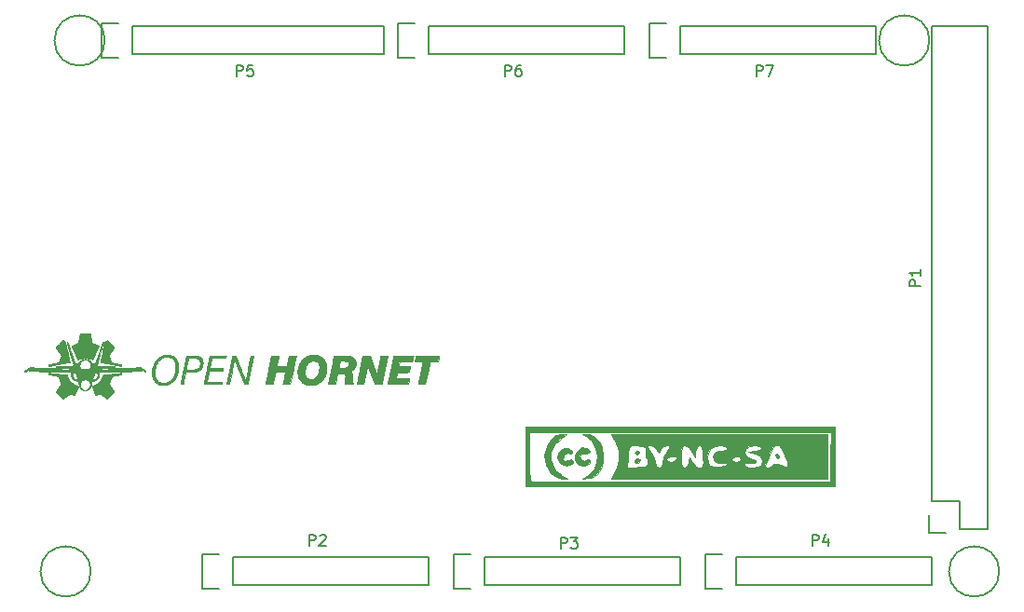
<source format=gbr>
G04 #@! TF.GenerationSoftware,KiCad,Pcbnew,(5.1.4-0-10_14)*
G04 #@! TF.CreationDate,2019-11-06T08:06:47+01:00*
G04 #@! TF.ProjectId,UFC Controller Interface,55464320-436f-46e7-9472-6f6c6c657220,rev?*
G04 #@! TF.SameCoordinates,Original*
G04 #@! TF.FileFunction,Legend,Top*
G04 #@! TF.FilePolarity,Positive*
%FSLAX46Y46*%
G04 Gerber Fmt 4.6, Leading zero omitted, Abs format (unit mm)*
G04 Created by KiCad (PCBNEW (5.1.4-0-10_14)) date 2019-11-06 08:06:47*
%MOMM*%
%LPD*%
G04 APERTURE LIST*
%ADD10C,0.010000*%
%ADD11C,0.150000*%
G04 APERTURE END LIST*
D10*
G36*
X187230801Y-111352591D02*
G01*
X159139410Y-111352591D01*
X159139410Y-106474445D01*
X159475834Y-106474445D01*
X159475834Y-108633165D01*
X159484194Y-109453785D01*
X159507038Y-110149281D01*
X159541015Y-110652327D01*
X159582771Y-110895601D01*
X159588964Y-110905014D01*
X159770860Y-110922059D01*
X160263807Y-110937278D01*
X161042439Y-110950541D01*
X162081388Y-110961718D01*
X163355286Y-110970680D01*
X164838765Y-110977296D01*
X166506458Y-110981436D01*
X168332998Y-110982969D01*
X170293016Y-110981767D01*
X172361145Y-110977698D01*
X173256183Y-110975103D01*
X186810271Y-110932061D01*
X186857207Y-108703253D01*
X186904142Y-106474445D01*
X159475834Y-106474445D01*
X159139410Y-106474445D01*
X159139410Y-105969810D01*
X187230801Y-105969810D01*
X187230801Y-111352591D01*
X187230801Y-111352591D01*
G37*
X187230801Y-111352591D02*
X159139410Y-111352591D01*
X159139410Y-106474445D01*
X159475834Y-106474445D01*
X159475834Y-108633165D01*
X159484194Y-109453785D01*
X159507038Y-110149281D01*
X159541015Y-110652327D01*
X159582771Y-110895601D01*
X159588964Y-110905014D01*
X159770860Y-110922059D01*
X160263807Y-110937278D01*
X161042439Y-110950541D01*
X162081388Y-110961718D01*
X163355286Y-110970680D01*
X164838765Y-110977296D01*
X166506458Y-110981436D01*
X168332998Y-110982969D01*
X170293016Y-110981767D01*
X172361145Y-110977698D01*
X173256183Y-110975103D01*
X186810271Y-110932061D01*
X186857207Y-108703253D01*
X186904142Y-106474445D01*
X159475834Y-106474445D01*
X159139410Y-106474445D01*
X159139410Y-105969810D01*
X187230801Y-105969810D01*
X187230801Y-111352591D01*
G36*
X162318260Y-107026618D02*
G01*
X161744143Y-107587198D01*
X161442883Y-108276313D01*
X161438511Y-109020850D01*
X161547227Y-109372418D01*
X161883418Y-109902072D01*
X162341651Y-110322875D01*
X162367368Y-110339007D01*
X162924179Y-110678486D01*
X162392443Y-110679114D01*
X161887461Y-110565546D01*
X161442299Y-110182488D01*
X161439475Y-110179137D01*
X160988323Y-109409481D01*
X160856457Y-108589233D01*
X161043878Y-107773806D01*
X161439475Y-107143263D01*
X161898065Y-106751941D01*
X162375266Y-106642657D01*
X162889824Y-106642657D01*
X162318260Y-107026618D01*
X162318260Y-107026618D01*
G37*
X162318260Y-107026618D02*
X161744143Y-107587198D01*
X161442883Y-108276313D01*
X161438511Y-109020850D01*
X161547227Y-109372418D01*
X161883418Y-109902072D01*
X162341651Y-110322875D01*
X162367368Y-110339007D01*
X162924179Y-110678486D01*
X162392443Y-110679114D01*
X161887461Y-110565546D01*
X161442299Y-110182488D01*
X161439475Y-110179137D01*
X160988323Y-109409481D01*
X160856457Y-108589233D01*
X161043878Y-107773806D01*
X161439475Y-107143263D01*
X161898065Y-106751941D01*
X162375266Y-106642657D01*
X162889824Y-106642657D01*
X162318260Y-107026618D01*
G36*
X164853246Y-106681250D02*
G01*
X165417924Y-106869100D01*
X165830536Y-107285244D01*
X166091081Y-107858537D01*
X166199561Y-108517831D01*
X166155975Y-109191980D01*
X165960324Y-109809836D01*
X165612606Y-110300253D01*
X165112822Y-110592083D01*
X164853246Y-110638645D01*
X164269874Y-110681653D01*
X164730342Y-110424116D01*
X165286343Y-109941603D01*
X165602050Y-109303527D01*
X165677882Y-108589352D01*
X165514262Y-107878542D01*
X165111608Y-107250561D01*
X164711800Y-106917942D01*
X164269874Y-106635737D01*
X164853246Y-106681250D01*
X164853246Y-106681250D01*
G37*
X164853246Y-106681250D02*
X165417924Y-106869100D01*
X165830536Y-107285244D01*
X166091081Y-107858537D01*
X166199561Y-108517831D01*
X166155975Y-109191980D01*
X165960324Y-109809836D01*
X165612606Y-110300253D01*
X165112822Y-110592083D01*
X164853246Y-110638645D01*
X164269874Y-110681653D01*
X164730342Y-110424116D01*
X165286343Y-109941603D01*
X165602050Y-109303527D01*
X165677882Y-108589352D01*
X165514262Y-107878542D01*
X165111608Y-107250561D01*
X164711800Y-106917942D01*
X164269874Y-106635737D01*
X164853246Y-106681250D01*
G36*
X186557953Y-110679743D02*
G01*
X166922916Y-110679743D01*
X167331783Y-109880737D01*
X167402332Y-109670472D01*
X168374277Y-109670472D01*
X169041762Y-109670472D01*
X169542301Y-109645569D01*
X169926376Y-109584096D01*
X169975322Y-109568369D01*
X170185113Y-109347044D01*
X170236685Y-109018577D01*
X170103097Y-108763978D01*
X170095744Y-108759248D01*
X170013175Y-108545183D01*
X170029765Y-108252440D01*
X170023799Y-107920421D01*
X169812624Y-107778088D01*
X170245138Y-107778088D01*
X170342074Y-107986877D01*
X170570805Y-108315780D01*
X170577821Y-108324776D01*
X170819172Y-108779097D01*
X170910505Y-109207889D01*
X170978511Y-109558704D01*
X171212928Y-109669560D01*
X171250669Y-109670472D01*
X171506532Y-109580863D01*
X171589751Y-109259772D01*
X171590833Y-109207889D01*
X171664222Y-108885824D01*
X171927685Y-108885824D01*
X172042753Y-109060790D01*
X172319746Y-109145065D01*
X172665965Y-109071513D01*
X172887162Y-108883462D01*
X172891577Y-108871465D01*
X172803959Y-108711384D01*
X172442170Y-108661200D01*
X173269212Y-108661200D01*
X173282099Y-109226169D01*
X173337150Y-109531466D01*
X173458953Y-109653383D01*
X173594463Y-109670472D01*
X173867944Y-109546867D01*
X173980325Y-109207889D01*
X174040937Y-108745306D01*
X174270817Y-109207889D01*
X174592740Y-109588652D01*
X174902620Y-109670472D01*
X175127737Y-109648317D01*
X175241558Y-109528239D01*
X175273356Y-109229819D01*
X175257313Y-108792562D01*
X175624924Y-108792562D01*
X175712173Y-109242178D01*
X175918549Y-109493111D01*
X176287905Y-109607317D01*
X176750202Y-109624384D01*
X177171657Y-109554516D01*
X177418484Y-109407918D01*
X177432971Y-109377603D01*
X177425075Y-109357759D01*
X178981094Y-109357759D01*
X179100558Y-109558330D01*
X179356889Y-109646748D01*
X179780108Y-109668992D01*
X180222567Y-109631557D01*
X180493719Y-109553317D01*
X180930298Y-109553317D01*
X180985029Y-109653737D01*
X181161013Y-109670463D01*
X181177627Y-109670472D01*
X181449630Y-109599566D01*
X181511596Y-109502260D01*
X181646435Y-109362905D01*
X181969433Y-109348855D01*
X182358310Y-109455763D01*
X182515500Y-109537945D01*
X182828967Y-109667523D01*
X182954746Y-109540774D01*
X182894511Y-109148629D01*
X182691533Y-108583139D01*
X182407492Y-107989387D01*
X182152504Y-107696442D01*
X182006622Y-107651929D01*
X181812590Y-107665279D01*
X181669578Y-107749975D01*
X181529692Y-107972981D01*
X181345035Y-108401263D01*
X181188329Y-108796032D01*
X180997753Y-109292862D01*
X180930298Y-109553317D01*
X180493719Y-109553317D01*
X180536617Y-109540939D01*
X180592339Y-109492699D01*
X180664967Y-109099846D01*
X180475471Y-108714615D01*
X180084134Y-108440738D01*
X179957818Y-108400829D01*
X179408947Y-108265743D01*
X179955636Y-108200496D01*
X180382730Y-108074348D01*
X180514145Y-107887151D01*
X180353036Y-107719550D01*
X179934179Y-107651929D01*
X179416387Y-107755593D01*
X179106357Y-108011727D01*
X179021136Y-108338046D01*
X179177770Y-108652262D01*
X179593306Y-108872090D01*
X179677391Y-108891512D01*
X180013594Y-109013870D01*
X180078745Y-109170669D01*
X180076929Y-109173708D01*
X179841739Y-109274264D01*
X179477039Y-109246425D01*
X179106688Y-109227865D01*
X178981094Y-109357759D01*
X177425075Y-109357759D01*
X177379391Y-109242953D01*
X177056501Y-109258129D01*
X177016022Y-109265944D01*
X176536721Y-109243015D01*
X176238541Y-108996734D01*
X176228072Y-108913518D01*
X177810934Y-108913518D01*
X177957161Y-109116451D01*
X178231463Y-109165836D01*
X178569686Y-109078100D01*
X178651993Y-108913518D01*
X178505766Y-108710585D01*
X178231463Y-108661200D01*
X177893241Y-108748936D01*
X177810934Y-108913518D01*
X176228072Y-108913518D01*
X176187321Y-108589607D01*
X176210358Y-108501060D01*
X176385885Y-108251939D01*
X176759147Y-108160458D01*
X176911121Y-108156564D01*
X177331709Y-108107278D01*
X177436828Y-107957688D01*
X177433520Y-107946300D01*
X177216353Y-107757326D01*
X176814011Y-107682951D01*
X176358506Y-107725642D01*
X175981849Y-107887864D01*
X175944868Y-107918486D01*
X175703252Y-108305733D01*
X175624924Y-108792562D01*
X175257313Y-108792562D01*
X175254096Y-108704888D01*
X175199695Y-108122913D01*
X175098423Y-107806799D01*
X174927485Y-107686844D01*
X174920692Y-107685480D01*
X174708609Y-107739551D01*
X174600883Y-108048044D01*
X174583851Y-108188482D01*
X174529968Y-108745306D01*
X174231694Y-108198617D01*
X173921204Y-107798391D01*
X173601316Y-107651929D01*
X173415678Y-107689932D01*
X173315366Y-107855078D01*
X173275140Y-108224074D01*
X173269212Y-108661200D01*
X172442170Y-108661200D01*
X172034501Y-108719837D01*
X171927685Y-108885824D01*
X171664222Y-108885824D01*
X171698305Y-108736256D01*
X171923516Y-108324776D01*
X172193874Y-107929895D01*
X172220899Y-107720522D01*
X172007237Y-107652654D01*
X171963979Y-107651929D01*
X171652541Y-107783305D01*
X171446233Y-108007063D01*
X171224448Y-108362198D01*
X170975702Y-108007063D01*
X170720748Y-107763686D01*
X170445846Y-107648184D01*
X170265277Y-107696374D01*
X170245138Y-107778088D01*
X169812624Y-107778088D01*
X169778507Y-107755093D01*
X169687892Y-107729848D01*
X169191478Y-107667696D01*
X168870758Y-107680040D01*
X168644203Y-107746512D01*
X168517093Y-107920717D01*
X168452493Y-108287387D01*
X168424725Y-108703253D01*
X168374277Y-109670472D01*
X167402332Y-109670472D01*
X167628254Y-108997134D01*
X167595994Y-108123874D01*
X167233540Y-107228439D01*
X167210766Y-107189346D01*
X166888505Y-106642657D01*
X186557953Y-106642657D01*
X186557953Y-110679743D01*
X186557953Y-110679743D01*
G37*
X186557953Y-110679743D02*
X166922916Y-110679743D01*
X167331783Y-109880737D01*
X167402332Y-109670472D01*
X168374277Y-109670472D01*
X169041762Y-109670472D01*
X169542301Y-109645569D01*
X169926376Y-109584096D01*
X169975322Y-109568369D01*
X170185113Y-109347044D01*
X170236685Y-109018577D01*
X170103097Y-108763978D01*
X170095744Y-108759248D01*
X170013175Y-108545183D01*
X170029765Y-108252440D01*
X170023799Y-107920421D01*
X169812624Y-107778088D01*
X170245138Y-107778088D01*
X170342074Y-107986877D01*
X170570805Y-108315780D01*
X170577821Y-108324776D01*
X170819172Y-108779097D01*
X170910505Y-109207889D01*
X170978511Y-109558704D01*
X171212928Y-109669560D01*
X171250669Y-109670472D01*
X171506532Y-109580863D01*
X171589751Y-109259772D01*
X171590833Y-109207889D01*
X171664222Y-108885824D01*
X171927685Y-108885824D01*
X172042753Y-109060790D01*
X172319746Y-109145065D01*
X172665965Y-109071513D01*
X172887162Y-108883462D01*
X172891577Y-108871465D01*
X172803959Y-108711384D01*
X172442170Y-108661200D01*
X173269212Y-108661200D01*
X173282099Y-109226169D01*
X173337150Y-109531466D01*
X173458953Y-109653383D01*
X173594463Y-109670472D01*
X173867944Y-109546867D01*
X173980325Y-109207889D01*
X174040937Y-108745306D01*
X174270817Y-109207889D01*
X174592740Y-109588652D01*
X174902620Y-109670472D01*
X175127737Y-109648317D01*
X175241558Y-109528239D01*
X175273356Y-109229819D01*
X175257313Y-108792562D01*
X175624924Y-108792562D01*
X175712173Y-109242178D01*
X175918549Y-109493111D01*
X176287905Y-109607317D01*
X176750202Y-109624384D01*
X177171657Y-109554516D01*
X177418484Y-109407918D01*
X177432971Y-109377603D01*
X177425075Y-109357759D01*
X178981094Y-109357759D01*
X179100558Y-109558330D01*
X179356889Y-109646748D01*
X179780108Y-109668992D01*
X180222567Y-109631557D01*
X180493719Y-109553317D01*
X180930298Y-109553317D01*
X180985029Y-109653737D01*
X181161013Y-109670463D01*
X181177627Y-109670472D01*
X181449630Y-109599566D01*
X181511596Y-109502260D01*
X181646435Y-109362905D01*
X181969433Y-109348855D01*
X182358310Y-109455763D01*
X182515500Y-109537945D01*
X182828967Y-109667523D01*
X182954746Y-109540774D01*
X182894511Y-109148629D01*
X182691533Y-108583139D01*
X182407492Y-107989387D01*
X182152504Y-107696442D01*
X182006622Y-107651929D01*
X181812590Y-107665279D01*
X181669578Y-107749975D01*
X181529692Y-107972981D01*
X181345035Y-108401263D01*
X181188329Y-108796032D01*
X180997753Y-109292862D01*
X180930298Y-109553317D01*
X180493719Y-109553317D01*
X180536617Y-109540939D01*
X180592339Y-109492699D01*
X180664967Y-109099846D01*
X180475471Y-108714615D01*
X180084134Y-108440738D01*
X179957818Y-108400829D01*
X179408947Y-108265743D01*
X179955636Y-108200496D01*
X180382730Y-108074348D01*
X180514145Y-107887151D01*
X180353036Y-107719550D01*
X179934179Y-107651929D01*
X179416387Y-107755593D01*
X179106357Y-108011727D01*
X179021136Y-108338046D01*
X179177770Y-108652262D01*
X179593306Y-108872090D01*
X179677391Y-108891512D01*
X180013594Y-109013870D01*
X180078745Y-109170669D01*
X180076929Y-109173708D01*
X179841739Y-109274264D01*
X179477039Y-109246425D01*
X179106688Y-109227865D01*
X178981094Y-109357759D01*
X177425075Y-109357759D01*
X177379391Y-109242953D01*
X177056501Y-109258129D01*
X177016022Y-109265944D01*
X176536721Y-109243015D01*
X176238541Y-108996734D01*
X176228072Y-108913518D01*
X177810934Y-108913518D01*
X177957161Y-109116451D01*
X178231463Y-109165836D01*
X178569686Y-109078100D01*
X178651993Y-108913518D01*
X178505766Y-108710585D01*
X178231463Y-108661200D01*
X177893241Y-108748936D01*
X177810934Y-108913518D01*
X176228072Y-108913518D01*
X176187321Y-108589607D01*
X176210358Y-108501060D01*
X176385885Y-108251939D01*
X176759147Y-108160458D01*
X176911121Y-108156564D01*
X177331709Y-108107278D01*
X177436828Y-107957688D01*
X177433520Y-107946300D01*
X177216353Y-107757326D01*
X176814011Y-107682951D01*
X176358506Y-107725642D01*
X175981849Y-107887864D01*
X175944868Y-107918486D01*
X175703252Y-108305733D01*
X175624924Y-108792562D01*
X175257313Y-108792562D01*
X175254096Y-108704888D01*
X175199695Y-108122913D01*
X175098423Y-107806799D01*
X174927485Y-107686844D01*
X174920692Y-107685480D01*
X174708609Y-107739551D01*
X174600883Y-108048044D01*
X174583851Y-108188482D01*
X174529968Y-108745306D01*
X174231694Y-108198617D01*
X173921204Y-107798391D01*
X173601316Y-107651929D01*
X173415678Y-107689932D01*
X173315366Y-107855078D01*
X173275140Y-108224074D01*
X173269212Y-108661200D01*
X172442170Y-108661200D01*
X172034501Y-108719837D01*
X171927685Y-108885824D01*
X171664222Y-108885824D01*
X171698305Y-108736256D01*
X171923516Y-108324776D01*
X172193874Y-107929895D01*
X172220899Y-107720522D01*
X172007237Y-107652654D01*
X171963979Y-107651929D01*
X171652541Y-107783305D01*
X171446233Y-108007063D01*
X171224448Y-108362198D01*
X170975702Y-108007063D01*
X170720748Y-107763686D01*
X170445846Y-107648184D01*
X170265277Y-107696374D01*
X170245138Y-107778088D01*
X169812624Y-107778088D01*
X169778507Y-107755093D01*
X169687892Y-107729848D01*
X169191478Y-107667696D01*
X168870758Y-107680040D01*
X168644203Y-107746512D01*
X168517093Y-107920717D01*
X168452493Y-108287387D01*
X168424725Y-108703253D01*
X168374277Y-109670472D01*
X167402332Y-109670472D01*
X167628254Y-108997134D01*
X167595994Y-108123874D01*
X167233540Y-107228439D01*
X167210766Y-107189346D01*
X166888505Y-106642657D01*
X186557953Y-106642657D01*
X186557953Y-110679743D01*
G36*
X162976760Y-107909184D02*
G01*
X163102559Y-107962379D01*
X163393017Y-108173290D01*
X163404116Y-108349109D01*
X163155694Y-108401457D01*
X163010161Y-108374006D01*
X162682599Y-108409282D01*
X162574893Y-108549955D01*
X162539221Y-108908265D01*
X162725835Y-109066438D01*
X163008285Y-108997624D01*
X163305468Y-108938950D01*
X163474402Y-109057400D01*
X163431287Y-109259428D01*
X163324206Y-109350279D01*
X162826314Y-109491877D01*
X162354630Y-109318263D01*
X162263346Y-109237927D01*
X162021282Y-108805647D01*
X162105486Y-108354246D01*
X162336120Y-108071840D01*
X162648412Y-107869005D01*
X162976760Y-107909184D01*
X162976760Y-107909184D01*
G37*
X162976760Y-107909184D02*
X163102559Y-107962379D01*
X163393017Y-108173290D01*
X163404116Y-108349109D01*
X163155694Y-108401457D01*
X163010161Y-108374006D01*
X162682599Y-108409282D01*
X162574893Y-108549955D01*
X162539221Y-108908265D01*
X162725835Y-109066438D01*
X163008285Y-108997624D01*
X163305468Y-108938950D01*
X163474402Y-109057400D01*
X163431287Y-109259428D01*
X163324206Y-109350279D01*
X162826314Y-109491877D01*
X162354630Y-109318263D01*
X162263346Y-109237927D01*
X162021282Y-108805647D01*
X162105486Y-108354246D01*
X162336120Y-108071840D01*
X162648412Y-107869005D01*
X162976760Y-107909184D01*
G36*
X164641459Y-107871911D02*
G01*
X164838113Y-107972122D01*
X164989077Y-108180112D01*
X164882770Y-108352562D01*
X164592153Y-108389692D01*
X164541009Y-108378436D01*
X164204646Y-108404954D01*
X164074237Y-108631282D01*
X164193605Y-108922961D01*
X164436189Y-109074751D01*
X164613640Y-108991530D01*
X164846019Y-108908648D01*
X164949297Y-109008263D01*
X164952199Y-109238971D01*
X164726393Y-109410974D01*
X164378940Y-109486495D01*
X164016904Y-109427759D01*
X163914069Y-109373525D01*
X163639120Y-109017806D01*
X163617524Y-108565170D01*
X163840740Y-108165169D01*
X164253364Y-107867897D01*
X164641459Y-107871911D01*
X164641459Y-107871911D01*
G37*
X164641459Y-107871911D02*
X164838113Y-107972122D01*
X164989077Y-108180112D01*
X164882770Y-108352562D01*
X164592153Y-108389692D01*
X164541009Y-108378436D01*
X164204646Y-108404954D01*
X164074237Y-108631282D01*
X164193605Y-108922961D01*
X164436189Y-109074751D01*
X164613640Y-108991530D01*
X164846019Y-108908648D01*
X164949297Y-109008263D01*
X164952199Y-109238971D01*
X164726393Y-109410974D01*
X164378940Y-109486495D01*
X164016904Y-109427759D01*
X163914069Y-109373525D01*
X163639120Y-109017806D01*
X163617524Y-108565170D01*
X163840740Y-108165169D01*
X164253364Y-107867897D01*
X164641459Y-107871911D01*
G36*
X169526433Y-108927217D02*
G01*
X169530001Y-109029164D01*
X169362572Y-109251299D01*
X169161009Y-109279542D01*
X169063914Y-109095748D01*
X169199350Y-108864028D01*
X169330249Y-108829412D01*
X169526433Y-108927217D01*
X169526433Y-108927217D01*
G37*
X169526433Y-108927217D02*
X169530001Y-109029164D01*
X169362572Y-109251299D01*
X169161009Y-109279542D01*
X169063914Y-109095748D01*
X169199350Y-108864028D01*
X169330249Y-108829412D01*
X169526433Y-108927217D01*
G36*
X169500268Y-108238112D02*
G01*
X169484444Y-108324776D01*
X169269392Y-108486572D01*
X169222198Y-108492988D01*
X169068444Y-108364686D01*
X169063914Y-108324776D01*
X169200832Y-108177151D01*
X169326159Y-108156564D01*
X169500268Y-108238112D01*
X169500268Y-108238112D01*
G37*
X169500268Y-108238112D02*
X169484444Y-108324776D01*
X169269392Y-108486572D01*
X169222198Y-108492988D01*
X169068444Y-108364686D01*
X169063914Y-108324776D01*
X169200832Y-108177151D01*
X169326159Y-108156564D01*
X169500268Y-108238112D01*
G36*
X182016232Y-108408882D02*
G01*
X182178027Y-108623934D01*
X182184444Y-108671128D01*
X182056141Y-108824882D01*
X182016232Y-108829412D01*
X181868607Y-108692494D01*
X181848020Y-108567167D01*
X181929567Y-108393058D01*
X182016232Y-108408882D01*
X182016232Y-108408882D01*
G37*
X182016232Y-108408882D02*
X182178027Y-108623934D01*
X182184444Y-108671128D01*
X182056141Y-108824882D01*
X182016232Y-108829412D01*
X181868607Y-108692494D01*
X181848020Y-108567167D01*
X181929567Y-108393058D01*
X182016232Y-108408882D01*
G36*
X115816730Y-101079769D02*
G01*
X115829543Y-101081138D01*
X115849774Y-101083353D01*
X115876926Y-101086355D01*
X115910503Y-101090089D01*
X115950006Y-101094499D01*
X115994940Y-101099529D01*
X116044807Y-101105122D01*
X116099109Y-101111222D01*
X116157351Y-101117773D01*
X116219034Y-101124718D01*
X116283662Y-101132002D01*
X116350738Y-101139568D01*
X116419765Y-101147360D01*
X116490245Y-101155321D01*
X116561681Y-101163396D01*
X116633578Y-101171528D01*
X116705436Y-101179661D01*
X116776760Y-101187739D01*
X116847052Y-101195705D01*
X116915816Y-101203504D01*
X116982553Y-101211078D01*
X117046768Y-101218373D01*
X117107963Y-101225331D01*
X117165641Y-101231896D01*
X117219305Y-101238013D01*
X117268458Y-101243624D01*
X117312602Y-101248674D01*
X117351242Y-101253106D01*
X117383879Y-101256865D01*
X117410016Y-101259893D01*
X117429158Y-101262136D01*
X117440806Y-101263535D01*
X117443862Y-101263929D01*
X117455423Y-101266387D01*
X117461211Y-101270750D01*
X117463800Y-101278358D01*
X117466047Y-101284771D01*
X117471438Y-101297998D01*
X117479580Y-101317163D01*
X117490078Y-101341390D01*
X117502538Y-101369800D01*
X117516566Y-101401517D01*
X117531768Y-101435665D01*
X117547750Y-101471366D01*
X117564117Y-101507744D01*
X117580475Y-101543921D01*
X117596429Y-101579022D01*
X117611587Y-101612168D01*
X117625553Y-101642483D01*
X117637933Y-101669090D01*
X117648333Y-101691113D01*
X117656359Y-101707674D01*
X117660293Y-101715432D01*
X117681164Y-101750767D01*
X117707779Y-101788931D01*
X117738701Y-101828270D01*
X117772490Y-101867130D01*
X117807707Y-101903859D01*
X117842915Y-101936802D01*
X117876674Y-101964308D01*
X117877167Y-101964674D01*
X117884785Y-101969746D01*
X117899006Y-101978633D01*
X117919107Y-101990908D01*
X117944362Y-102006145D01*
X117974046Y-102023919D01*
X118007435Y-102043804D01*
X118043803Y-102065375D01*
X118082426Y-102088205D01*
X118122579Y-102111869D01*
X118163537Y-102135941D01*
X118204576Y-102159996D01*
X118244970Y-102183608D01*
X118283994Y-102206350D01*
X118320925Y-102227798D01*
X118355036Y-102247525D01*
X118385604Y-102265106D01*
X118411902Y-102280115D01*
X118433208Y-102292126D01*
X118448794Y-102300714D01*
X118454073Y-102303517D01*
X118472941Y-102313316D01*
X118312652Y-102700666D01*
X118284194Y-102769294D01*
X118258080Y-102831969D01*
X118234399Y-102888489D01*
X118213238Y-102938648D01*
X118194684Y-102982242D01*
X118178826Y-103019067D01*
X118165750Y-103048920D01*
X118155545Y-103071595D01*
X118148298Y-103086889D01*
X118144095Y-103094597D01*
X118143413Y-103095425D01*
X118132533Y-103101142D01*
X118123604Y-103102833D01*
X118117576Y-103100886D01*
X118104960Y-103095329D01*
X118086612Y-103086587D01*
X118063387Y-103075086D01*
X118036142Y-103061252D01*
X118005731Y-103045510D01*
X117973009Y-103028287D01*
X117961943Y-103022400D01*
X117922706Y-103001525D01*
X117890148Y-102984382D01*
X117863510Y-102970661D01*
X117842032Y-102960048D01*
X117824954Y-102952233D01*
X117811516Y-102946906D01*
X117800960Y-102943754D01*
X117792524Y-102942466D01*
X117785450Y-102942731D01*
X117778978Y-102944239D01*
X117774784Y-102945718D01*
X117769940Y-102948614D01*
X117758623Y-102955971D01*
X117741335Y-102967451D01*
X117718576Y-102982713D01*
X117690848Y-103001419D01*
X117658651Y-103023228D01*
X117622487Y-103047801D01*
X117582856Y-103074799D01*
X117540260Y-103103882D01*
X117495200Y-103134710D01*
X117448177Y-103166945D01*
X117437434Y-103174318D01*
X117381278Y-103212863D01*
X117331668Y-103246885D01*
X117288166Y-103276650D01*
X117250336Y-103302421D01*
X117217741Y-103324466D01*
X117189943Y-103343048D01*
X117166506Y-103358433D01*
X117146993Y-103370886D01*
X117130966Y-103380673D01*
X117117990Y-103388058D01*
X117107626Y-103393308D01*
X117099437Y-103396686D01*
X117092988Y-103398459D01*
X117087840Y-103398891D01*
X117083557Y-103398248D01*
X117079702Y-103396795D01*
X117075837Y-103394797D01*
X117074950Y-103394315D01*
X117070411Y-103390498D01*
X117060417Y-103381164D01*
X117045468Y-103366812D01*
X117026062Y-103347940D01*
X117002696Y-103325047D01*
X116975870Y-103298631D01*
X116946081Y-103269190D01*
X116913828Y-103237222D01*
X116879610Y-103203227D01*
X116843925Y-103167701D01*
X116807270Y-103131144D01*
X116770145Y-103094053D01*
X116733047Y-103056928D01*
X116696476Y-103020265D01*
X116660929Y-102984565D01*
X116626905Y-102950324D01*
X116594901Y-102918042D01*
X116565418Y-102888216D01*
X116538952Y-102861345D01*
X116516002Y-102837927D01*
X116497066Y-102818460D01*
X116482644Y-102803444D01*
X116473232Y-102793375D01*
X116469330Y-102788753D01*
X116469311Y-102788718D01*
X116465135Y-102779469D01*
X116463326Y-102770554D01*
X116464315Y-102760803D01*
X116468539Y-102749045D01*
X116476431Y-102734109D01*
X116488426Y-102714825D01*
X116504957Y-102690022D01*
X116507080Y-102686893D01*
X116516717Y-102672748D01*
X116530655Y-102652345D01*
X116548401Y-102626407D01*
X116569460Y-102595655D01*
X116593339Y-102560808D01*
X116619544Y-102522587D01*
X116647579Y-102481715D01*
X116676952Y-102438911D01*
X116707167Y-102394896D01*
X116734121Y-102355650D01*
X116763502Y-102312809D01*
X116791576Y-102271744D01*
X116817958Y-102233027D01*
X116842264Y-102197226D01*
X116864110Y-102164912D01*
X116883111Y-102136656D01*
X116898883Y-102113027D01*
X116911041Y-102094595D01*
X116919201Y-102081931D01*
X116922979Y-102075605D01*
X116923107Y-102075327D01*
X116927209Y-102062236D01*
X116928900Y-102050047D01*
X116927336Y-102043939D01*
X116922836Y-102030725D01*
X116915691Y-102011130D01*
X116906190Y-101985875D01*
X116894623Y-101955684D01*
X116881281Y-101921279D01*
X116866454Y-101883383D01*
X116850430Y-101842720D01*
X116833501Y-101800012D01*
X116815956Y-101755982D01*
X116798085Y-101711353D01*
X116780179Y-101666849D01*
X116762526Y-101623191D01*
X116745418Y-101581103D01*
X116729144Y-101541309D01*
X116713993Y-101504530D01*
X116700257Y-101471490D01*
X116688224Y-101442911D01*
X116678186Y-101419517D01*
X116670431Y-101402031D01*
X116665250Y-101391175D01*
X116663339Y-101387943D01*
X116654578Y-101378695D01*
X116646743Y-101372243D01*
X116645788Y-101371678D01*
X116640703Y-101370385D01*
X116627872Y-101367669D01*
X116607875Y-101363642D01*
X116581294Y-101358414D01*
X116548707Y-101352097D01*
X116510697Y-101344803D01*
X116467843Y-101336642D01*
X116420725Y-101327726D01*
X116369925Y-101318165D01*
X116316022Y-101308072D01*
X116259597Y-101297557D01*
X116236669Y-101293298D01*
X116163395Y-101279662D01*
X116098165Y-101267441D01*
X116040686Y-101256576D01*
X115990666Y-101247008D01*
X115947811Y-101238679D01*
X115911828Y-101231531D01*
X115882425Y-101225505D01*
X115859307Y-101220542D01*
X115842182Y-101216585D01*
X115830757Y-101213575D01*
X115824738Y-101211454D01*
X115824000Y-101211024D01*
X115815700Y-101203921D01*
X115809867Y-101195563D01*
X115806087Y-101184382D01*
X115803946Y-101168812D01*
X115803030Y-101147286D01*
X115802896Y-101131158D01*
X115802937Y-101109480D01*
X115803283Y-101094874D01*
X115804174Y-101085947D01*
X115805849Y-101081306D01*
X115808550Y-101079555D01*
X115811833Y-101079299D01*
X115816730Y-101079769D01*
X115816730Y-101079769D01*
G37*
X115816730Y-101079769D02*
X115829543Y-101081138D01*
X115849774Y-101083353D01*
X115876926Y-101086355D01*
X115910503Y-101090089D01*
X115950006Y-101094499D01*
X115994940Y-101099529D01*
X116044807Y-101105122D01*
X116099109Y-101111222D01*
X116157351Y-101117773D01*
X116219034Y-101124718D01*
X116283662Y-101132002D01*
X116350738Y-101139568D01*
X116419765Y-101147360D01*
X116490245Y-101155321D01*
X116561681Y-101163396D01*
X116633578Y-101171528D01*
X116705436Y-101179661D01*
X116776760Y-101187739D01*
X116847052Y-101195705D01*
X116915816Y-101203504D01*
X116982553Y-101211078D01*
X117046768Y-101218373D01*
X117107963Y-101225331D01*
X117165641Y-101231896D01*
X117219305Y-101238013D01*
X117268458Y-101243624D01*
X117312602Y-101248674D01*
X117351242Y-101253106D01*
X117383879Y-101256865D01*
X117410016Y-101259893D01*
X117429158Y-101262136D01*
X117440806Y-101263535D01*
X117443862Y-101263929D01*
X117455423Y-101266387D01*
X117461211Y-101270750D01*
X117463800Y-101278358D01*
X117466047Y-101284771D01*
X117471438Y-101297998D01*
X117479580Y-101317163D01*
X117490078Y-101341390D01*
X117502538Y-101369800D01*
X117516566Y-101401517D01*
X117531768Y-101435665D01*
X117547750Y-101471366D01*
X117564117Y-101507744D01*
X117580475Y-101543921D01*
X117596429Y-101579022D01*
X117611587Y-101612168D01*
X117625553Y-101642483D01*
X117637933Y-101669090D01*
X117648333Y-101691113D01*
X117656359Y-101707674D01*
X117660293Y-101715432D01*
X117681164Y-101750767D01*
X117707779Y-101788931D01*
X117738701Y-101828270D01*
X117772490Y-101867130D01*
X117807707Y-101903859D01*
X117842915Y-101936802D01*
X117876674Y-101964308D01*
X117877167Y-101964674D01*
X117884785Y-101969746D01*
X117899006Y-101978633D01*
X117919107Y-101990908D01*
X117944362Y-102006145D01*
X117974046Y-102023919D01*
X118007435Y-102043804D01*
X118043803Y-102065375D01*
X118082426Y-102088205D01*
X118122579Y-102111869D01*
X118163537Y-102135941D01*
X118204576Y-102159996D01*
X118244970Y-102183608D01*
X118283994Y-102206350D01*
X118320925Y-102227798D01*
X118355036Y-102247525D01*
X118385604Y-102265106D01*
X118411902Y-102280115D01*
X118433208Y-102292126D01*
X118448794Y-102300714D01*
X118454073Y-102303517D01*
X118472941Y-102313316D01*
X118312652Y-102700666D01*
X118284194Y-102769294D01*
X118258080Y-102831969D01*
X118234399Y-102888489D01*
X118213238Y-102938648D01*
X118194684Y-102982242D01*
X118178826Y-103019067D01*
X118165750Y-103048920D01*
X118155545Y-103071595D01*
X118148298Y-103086889D01*
X118144095Y-103094597D01*
X118143413Y-103095425D01*
X118132533Y-103101142D01*
X118123604Y-103102833D01*
X118117576Y-103100886D01*
X118104960Y-103095329D01*
X118086612Y-103086587D01*
X118063387Y-103075086D01*
X118036142Y-103061252D01*
X118005731Y-103045510D01*
X117973009Y-103028287D01*
X117961943Y-103022400D01*
X117922706Y-103001525D01*
X117890148Y-102984382D01*
X117863510Y-102970661D01*
X117842032Y-102960048D01*
X117824954Y-102952233D01*
X117811516Y-102946906D01*
X117800960Y-102943754D01*
X117792524Y-102942466D01*
X117785450Y-102942731D01*
X117778978Y-102944239D01*
X117774784Y-102945718D01*
X117769940Y-102948614D01*
X117758623Y-102955971D01*
X117741335Y-102967451D01*
X117718576Y-102982713D01*
X117690848Y-103001419D01*
X117658651Y-103023228D01*
X117622487Y-103047801D01*
X117582856Y-103074799D01*
X117540260Y-103103882D01*
X117495200Y-103134710D01*
X117448177Y-103166945D01*
X117437434Y-103174318D01*
X117381278Y-103212863D01*
X117331668Y-103246885D01*
X117288166Y-103276650D01*
X117250336Y-103302421D01*
X117217741Y-103324466D01*
X117189943Y-103343048D01*
X117166506Y-103358433D01*
X117146993Y-103370886D01*
X117130966Y-103380673D01*
X117117990Y-103388058D01*
X117107626Y-103393308D01*
X117099437Y-103396686D01*
X117092988Y-103398459D01*
X117087840Y-103398891D01*
X117083557Y-103398248D01*
X117079702Y-103396795D01*
X117075837Y-103394797D01*
X117074950Y-103394315D01*
X117070411Y-103390498D01*
X117060417Y-103381164D01*
X117045468Y-103366812D01*
X117026062Y-103347940D01*
X117002696Y-103325047D01*
X116975870Y-103298631D01*
X116946081Y-103269190D01*
X116913828Y-103237222D01*
X116879610Y-103203227D01*
X116843925Y-103167701D01*
X116807270Y-103131144D01*
X116770145Y-103094053D01*
X116733047Y-103056928D01*
X116696476Y-103020265D01*
X116660929Y-102984565D01*
X116626905Y-102950324D01*
X116594901Y-102918042D01*
X116565418Y-102888216D01*
X116538952Y-102861345D01*
X116516002Y-102837927D01*
X116497066Y-102818460D01*
X116482644Y-102803444D01*
X116473232Y-102793375D01*
X116469330Y-102788753D01*
X116469311Y-102788718D01*
X116465135Y-102779469D01*
X116463326Y-102770554D01*
X116464315Y-102760803D01*
X116468539Y-102749045D01*
X116476431Y-102734109D01*
X116488426Y-102714825D01*
X116504957Y-102690022D01*
X116507080Y-102686893D01*
X116516717Y-102672748D01*
X116530655Y-102652345D01*
X116548401Y-102626407D01*
X116569460Y-102595655D01*
X116593339Y-102560808D01*
X116619544Y-102522587D01*
X116647579Y-102481715D01*
X116676952Y-102438911D01*
X116707167Y-102394896D01*
X116734121Y-102355650D01*
X116763502Y-102312809D01*
X116791576Y-102271744D01*
X116817958Y-102233027D01*
X116842264Y-102197226D01*
X116864110Y-102164912D01*
X116883111Y-102136656D01*
X116898883Y-102113027D01*
X116911041Y-102094595D01*
X116919201Y-102081931D01*
X116922979Y-102075605D01*
X116923107Y-102075327D01*
X116927209Y-102062236D01*
X116928900Y-102050047D01*
X116927336Y-102043939D01*
X116922836Y-102030725D01*
X116915691Y-102011130D01*
X116906190Y-101985875D01*
X116894623Y-101955684D01*
X116881281Y-101921279D01*
X116866454Y-101883383D01*
X116850430Y-101842720D01*
X116833501Y-101800012D01*
X116815956Y-101755982D01*
X116798085Y-101711353D01*
X116780179Y-101666849D01*
X116762526Y-101623191D01*
X116745418Y-101581103D01*
X116729144Y-101541309D01*
X116713993Y-101504530D01*
X116700257Y-101471490D01*
X116688224Y-101442911D01*
X116678186Y-101419517D01*
X116670431Y-101402031D01*
X116665250Y-101391175D01*
X116663339Y-101387943D01*
X116654578Y-101378695D01*
X116646743Y-101372243D01*
X116645788Y-101371678D01*
X116640703Y-101370385D01*
X116627872Y-101367669D01*
X116607875Y-101363642D01*
X116581294Y-101358414D01*
X116548707Y-101352097D01*
X116510697Y-101344803D01*
X116467843Y-101336642D01*
X116420725Y-101327726D01*
X116369925Y-101318165D01*
X116316022Y-101308072D01*
X116259597Y-101297557D01*
X116236669Y-101293298D01*
X116163395Y-101279662D01*
X116098165Y-101267441D01*
X116040686Y-101256576D01*
X115990666Y-101247008D01*
X115947811Y-101238679D01*
X115911828Y-101231531D01*
X115882425Y-101225505D01*
X115859307Y-101220542D01*
X115842182Y-101216585D01*
X115830757Y-101213575D01*
X115824738Y-101211454D01*
X115824000Y-101211024D01*
X115815700Y-101203921D01*
X115809867Y-101195563D01*
X115806087Y-101184382D01*
X115803946Y-101168812D01*
X115803030Y-101147286D01*
X115802896Y-101131158D01*
X115802937Y-101109480D01*
X115803283Y-101094874D01*
X115804174Y-101085947D01*
X115805849Y-101081306D01*
X115808550Y-101079555D01*
X115811833Y-101079299D01*
X115816730Y-101079769D01*
G36*
X122396897Y-101079571D02*
G01*
X122399733Y-101081346D01*
X122401427Y-101086063D01*
X122402274Y-101095161D01*
X122402567Y-101110081D01*
X122402600Y-101128119D01*
X122401904Y-101156759D01*
X122399599Y-101178279D01*
X122395359Y-101193926D01*
X122388858Y-101204949D01*
X122380729Y-101211998D01*
X122375140Y-101213712D01*
X122361750Y-101216840D01*
X122341088Y-101221276D01*
X122313681Y-101226918D01*
X122280059Y-101233661D01*
X122240750Y-101241402D01*
X122196283Y-101250035D01*
X122147186Y-101259458D01*
X122093987Y-101269567D01*
X122037215Y-101280257D01*
X121977400Y-101291424D01*
X121969068Y-101292972D01*
X121911835Y-101303626D01*
X121856899Y-101313899D01*
X121804841Y-101323682D01*
X121756240Y-101332862D01*
X121711677Y-101341329D01*
X121671731Y-101348971D01*
X121636983Y-101355677D01*
X121608013Y-101361336D01*
X121585401Y-101365838D01*
X121569727Y-101369070D01*
X121561572Y-101370921D01*
X121560551Y-101371247D01*
X121556261Y-101373875D01*
X121552054Y-101377311D01*
X121547698Y-101382067D01*
X121542962Y-101388652D01*
X121537616Y-101397577D01*
X121531427Y-101409353D01*
X121524166Y-101424491D01*
X121515601Y-101443500D01*
X121505501Y-101466891D01*
X121493635Y-101495176D01*
X121479772Y-101528864D01*
X121463681Y-101568466D01*
X121445131Y-101614493D01*
X121423892Y-101667455D01*
X121403878Y-101717487D01*
X121377610Y-101783365D01*
X121354534Y-101841599D01*
X121334582Y-101892361D01*
X121317690Y-101935823D01*
X121303793Y-101972156D01*
X121292825Y-102001531D01*
X121284721Y-102024122D01*
X121279416Y-102040098D01*
X121276843Y-102049633D01*
X121276560Y-102051920D01*
X121278276Y-102066119D01*
X121282401Y-102078913D01*
X121282700Y-102079504D01*
X121285964Y-102084680D01*
X121293669Y-102096312D01*
X121305462Y-102113879D01*
X121320989Y-102136863D01*
X121339894Y-102164740D01*
X121361825Y-102196991D01*
X121386428Y-102233095D01*
X121413347Y-102272531D01*
X121442229Y-102314779D01*
X121472720Y-102359317D01*
X121501457Y-102401238D01*
X121533299Y-102447661D01*
X121564011Y-102492440D01*
X121593223Y-102535032D01*
X121620563Y-102574898D01*
X121645660Y-102611496D01*
X121668145Y-102644286D01*
X121687645Y-102672727D01*
X121703791Y-102696278D01*
X121716210Y-102714399D01*
X121724534Y-102726548D01*
X121728150Y-102731833D01*
X121738767Y-102751165D01*
X121742200Y-102767784D01*
X121742002Y-102770463D01*
X121741181Y-102773484D01*
X121739396Y-102777203D01*
X121736308Y-102781978D01*
X121731575Y-102788165D01*
X121724859Y-102796123D01*
X121715818Y-102806207D01*
X121704113Y-102818776D01*
X121689402Y-102834187D01*
X121671347Y-102852796D01*
X121649606Y-102874962D01*
X121623839Y-102901041D01*
X121593707Y-102931390D01*
X121558868Y-102966367D01*
X121518983Y-103006330D01*
X121473711Y-103051634D01*
X121434193Y-103091159D01*
X121383298Y-103142115D01*
X121338082Y-103187451D01*
X121298162Y-103227459D01*
X121263154Y-103262430D01*
X121232676Y-103292653D01*
X121206343Y-103318421D01*
X121183773Y-103340023D01*
X121164582Y-103357751D01*
X121148386Y-103371896D01*
X121134804Y-103382748D01*
X121123450Y-103390598D01*
X121113941Y-103395737D01*
X121105895Y-103398455D01*
X121098928Y-103399045D01*
X121092657Y-103397796D01*
X121086698Y-103394999D01*
X121080667Y-103390945D01*
X121074183Y-103385925D01*
X121066860Y-103380230D01*
X121059827Y-103375168D01*
X121050938Y-103369090D01*
X121035660Y-103358627D01*
X121014582Y-103344182D01*
X120988297Y-103326163D01*
X120957394Y-103304973D01*
X120922465Y-103281018D01*
X120884100Y-103254704D01*
X120842891Y-103226435D01*
X120799427Y-103196616D01*
X120754301Y-103165654D01*
X120728551Y-103147984D01*
X120675805Y-103111808D01*
X120629563Y-103080145D01*
X120589366Y-103052696D01*
X120554752Y-103029161D01*
X120525260Y-103009241D01*
X120500431Y-102992637D01*
X120479802Y-102979049D01*
X120462913Y-102968178D01*
X120449303Y-102959726D01*
X120438511Y-102953391D01*
X120430077Y-102948875D01*
X120423539Y-102945879D01*
X120418437Y-102944104D01*
X120414310Y-102943249D01*
X120413168Y-102943125D01*
X120408008Y-102942895D01*
X120402568Y-102943355D01*
X120396081Y-102944861D01*
X120387779Y-102947770D01*
X120376898Y-102952435D01*
X120362669Y-102959214D01*
X120344325Y-102968462D01*
X120321100Y-102980533D01*
X120292228Y-102995784D01*
X120256941Y-103014571D01*
X120242754Y-103022143D01*
X120201406Y-103044054D01*
X120165419Y-103062779D01*
X120135158Y-103078141D01*
X120110984Y-103089960D01*
X120093260Y-103098057D01*
X120082347Y-103102252D01*
X120079450Y-103102833D01*
X120066290Y-103099216D01*
X120058623Y-103093308D01*
X120056006Y-103088337D01*
X120050394Y-103076083D01*
X120042016Y-103057092D01*
X120031101Y-103031910D01*
X120017877Y-103001083D01*
X120002575Y-102965156D01*
X119985422Y-102924675D01*
X119966649Y-102880187D01*
X119946483Y-102832236D01*
X119925155Y-102781368D01*
X119902893Y-102728131D01*
X119879927Y-102673068D01*
X119856485Y-102616727D01*
X119832796Y-102559652D01*
X119809090Y-102502390D01*
X119785596Y-102445487D01*
X119762542Y-102389488D01*
X119740158Y-102334939D01*
X119732763Y-102316874D01*
X119734433Y-102311793D01*
X119738472Y-102309515D01*
X119744451Y-102306641D01*
X119757015Y-102299846D01*
X119775475Y-102289536D01*
X119799137Y-102276116D01*
X119827309Y-102259991D01*
X119859301Y-102241566D01*
X119894420Y-102221246D01*
X119931973Y-102199437D01*
X119971270Y-102176544D01*
X120011619Y-102152971D01*
X120052327Y-102129125D01*
X120092703Y-102105410D01*
X120132054Y-102082231D01*
X120169689Y-102059993D01*
X120204917Y-102039102D01*
X120237044Y-102019963D01*
X120265380Y-102002981D01*
X120289232Y-101988561D01*
X120307909Y-101977109D01*
X120320718Y-101969028D01*
X120326045Y-101965435D01*
X120359706Y-101938378D01*
X120395246Y-101905410D01*
X120431051Y-101868331D01*
X120465507Y-101828943D01*
X120496998Y-101789045D01*
X120523910Y-101750439D01*
X120535156Y-101732165D01*
X120540088Y-101722836D01*
X120547959Y-101706843D01*
X120558359Y-101685089D01*
X120570876Y-101658477D01*
X120585102Y-101627912D01*
X120600625Y-101594297D01*
X120617034Y-101558535D01*
X120633921Y-101521530D01*
X120650873Y-101484187D01*
X120667482Y-101447407D01*
X120683337Y-101412096D01*
X120698026Y-101379156D01*
X120711141Y-101349492D01*
X120722270Y-101324006D01*
X120731003Y-101303603D01*
X120736931Y-101289186D01*
X120739485Y-101282217D01*
X120742678Y-101271889D01*
X120744673Y-101266051D01*
X120744927Y-101265566D01*
X120749112Y-101265095D01*
X120761306Y-101263713D01*
X120781104Y-101261466D01*
X120808102Y-101258399D01*
X120841897Y-101254558D01*
X120882085Y-101249991D01*
X120928262Y-101244741D01*
X120980023Y-101238856D01*
X121036965Y-101232381D01*
X121098683Y-101225363D01*
X121164775Y-101217847D01*
X121234836Y-101209878D01*
X121308461Y-101201504D01*
X121385248Y-101192769D01*
X121464791Y-101183721D01*
X121546688Y-101174404D01*
X121564016Y-101172433D01*
X121646504Y-101163054D01*
X121726811Y-101153935D01*
X121804525Y-101145121D01*
X121879237Y-101136659D01*
X121950537Y-101128594D01*
X122018014Y-101120973D01*
X122081258Y-101113842D01*
X122139859Y-101107247D01*
X122193407Y-101101234D01*
X122241491Y-101095850D01*
X122283701Y-101091139D01*
X122319627Y-101087150D01*
X122348859Y-101083926D01*
X122370986Y-101081515D01*
X122385599Y-101079963D01*
X122392287Y-101079316D01*
X122392625Y-101079299D01*
X122396897Y-101079571D01*
X122396897Y-101079571D01*
G37*
X122396897Y-101079571D02*
X122399733Y-101081346D01*
X122401427Y-101086063D01*
X122402274Y-101095161D01*
X122402567Y-101110081D01*
X122402600Y-101128119D01*
X122401904Y-101156759D01*
X122399599Y-101178279D01*
X122395359Y-101193926D01*
X122388858Y-101204949D01*
X122380729Y-101211998D01*
X122375140Y-101213712D01*
X122361750Y-101216840D01*
X122341088Y-101221276D01*
X122313681Y-101226918D01*
X122280059Y-101233661D01*
X122240750Y-101241402D01*
X122196283Y-101250035D01*
X122147186Y-101259458D01*
X122093987Y-101269567D01*
X122037215Y-101280257D01*
X121977400Y-101291424D01*
X121969068Y-101292972D01*
X121911835Y-101303626D01*
X121856899Y-101313899D01*
X121804841Y-101323682D01*
X121756240Y-101332862D01*
X121711677Y-101341329D01*
X121671731Y-101348971D01*
X121636983Y-101355677D01*
X121608013Y-101361336D01*
X121585401Y-101365838D01*
X121569727Y-101369070D01*
X121561572Y-101370921D01*
X121560551Y-101371247D01*
X121556261Y-101373875D01*
X121552054Y-101377311D01*
X121547698Y-101382067D01*
X121542962Y-101388652D01*
X121537616Y-101397577D01*
X121531427Y-101409353D01*
X121524166Y-101424491D01*
X121515601Y-101443500D01*
X121505501Y-101466891D01*
X121493635Y-101495176D01*
X121479772Y-101528864D01*
X121463681Y-101568466D01*
X121445131Y-101614493D01*
X121423892Y-101667455D01*
X121403878Y-101717487D01*
X121377610Y-101783365D01*
X121354534Y-101841599D01*
X121334582Y-101892361D01*
X121317690Y-101935823D01*
X121303793Y-101972156D01*
X121292825Y-102001531D01*
X121284721Y-102024122D01*
X121279416Y-102040098D01*
X121276843Y-102049633D01*
X121276560Y-102051920D01*
X121278276Y-102066119D01*
X121282401Y-102078913D01*
X121282700Y-102079504D01*
X121285964Y-102084680D01*
X121293669Y-102096312D01*
X121305462Y-102113879D01*
X121320989Y-102136863D01*
X121339894Y-102164740D01*
X121361825Y-102196991D01*
X121386428Y-102233095D01*
X121413347Y-102272531D01*
X121442229Y-102314779D01*
X121472720Y-102359317D01*
X121501457Y-102401238D01*
X121533299Y-102447661D01*
X121564011Y-102492440D01*
X121593223Y-102535032D01*
X121620563Y-102574898D01*
X121645660Y-102611496D01*
X121668145Y-102644286D01*
X121687645Y-102672727D01*
X121703791Y-102696278D01*
X121716210Y-102714399D01*
X121724534Y-102726548D01*
X121728150Y-102731833D01*
X121738767Y-102751165D01*
X121742200Y-102767784D01*
X121742002Y-102770463D01*
X121741181Y-102773484D01*
X121739396Y-102777203D01*
X121736308Y-102781978D01*
X121731575Y-102788165D01*
X121724859Y-102796123D01*
X121715818Y-102806207D01*
X121704113Y-102818776D01*
X121689402Y-102834187D01*
X121671347Y-102852796D01*
X121649606Y-102874962D01*
X121623839Y-102901041D01*
X121593707Y-102931390D01*
X121558868Y-102966367D01*
X121518983Y-103006330D01*
X121473711Y-103051634D01*
X121434193Y-103091159D01*
X121383298Y-103142115D01*
X121338082Y-103187451D01*
X121298162Y-103227459D01*
X121263154Y-103262430D01*
X121232676Y-103292653D01*
X121206343Y-103318421D01*
X121183773Y-103340023D01*
X121164582Y-103357751D01*
X121148386Y-103371896D01*
X121134804Y-103382748D01*
X121123450Y-103390598D01*
X121113941Y-103395737D01*
X121105895Y-103398455D01*
X121098928Y-103399045D01*
X121092657Y-103397796D01*
X121086698Y-103394999D01*
X121080667Y-103390945D01*
X121074183Y-103385925D01*
X121066860Y-103380230D01*
X121059827Y-103375168D01*
X121050938Y-103369090D01*
X121035660Y-103358627D01*
X121014582Y-103344182D01*
X120988297Y-103326163D01*
X120957394Y-103304973D01*
X120922465Y-103281018D01*
X120884100Y-103254704D01*
X120842891Y-103226435D01*
X120799427Y-103196616D01*
X120754301Y-103165654D01*
X120728551Y-103147984D01*
X120675805Y-103111808D01*
X120629563Y-103080145D01*
X120589366Y-103052696D01*
X120554752Y-103029161D01*
X120525260Y-103009241D01*
X120500431Y-102992637D01*
X120479802Y-102979049D01*
X120462913Y-102968178D01*
X120449303Y-102959726D01*
X120438511Y-102953391D01*
X120430077Y-102948875D01*
X120423539Y-102945879D01*
X120418437Y-102944104D01*
X120414310Y-102943249D01*
X120413168Y-102943125D01*
X120408008Y-102942895D01*
X120402568Y-102943355D01*
X120396081Y-102944861D01*
X120387779Y-102947770D01*
X120376898Y-102952435D01*
X120362669Y-102959214D01*
X120344325Y-102968462D01*
X120321100Y-102980533D01*
X120292228Y-102995784D01*
X120256941Y-103014571D01*
X120242754Y-103022143D01*
X120201406Y-103044054D01*
X120165419Y-103062779D01*
X120135158Y-103078141D01*
X120110984Y-103089960D01*
X120093260Y-103098057D01*
X120082347Y-103102252D01*
X120079450Y-103102833D01*
X120066290Y-103099216D01*
X120058623Y-103093308D01*
X120056006Y-103088337D01*
X120050394Y-103076083D01*
X120042016Y-103057092D01*
X120031101Y-103031910D01*
X120017877Y-103001083D01*
X120002575Y-102965156D01*
X119985422Y-102924675D01*
X119966649Y-102880187D01*
X119946483Y-102832236D01*
X119925155Y-102781368D01*
X119902893Y-102728131D01*
X119879927Y-102673068D01*
X119856485Y-102616727D01*
X119832796Y-102559652D01*
X119809090Y-102502390D01*
X119785596Y-102445487D01*
X119762542Y-102389488D01*
X119740158Y-102334939D01*
X119732763Y-102316874D01*
X119734433Y-102311793D01*
X119738472Y-102309515D01*
X119744451Y-102306641D01*
X119757015Y-102299846D01*
X119775475Y-102289536D01*
X119799137Y-102276116D01*
X119827309Y-102259991D01*
X119859301Y-102241566D01*
X119894420Y-102221246D01*
X119931973Y-102199437D01*
X119971270Y-102176544D01*
X120011619Y-102152971D01*
X120052327Y-102129125D01*
X120092703Y-102105410D01*
X120132054Y-102082231D01*
X120169689Y-102059993D01*
X120204917Y-102039102D01*
X120237044Y-102019963D01*
X120265380Y-102002981D01*
X120289232Y-101988561D01*
X120307909Y-101977109D01*
X120320718Y-101969028D01*
X120326045Y-101965435D01*
X120359706Y-101938378D01*
X120395246Y-101905410D01*
X120431051Y-101868331D01*
X120465507Y-101828943D01*
X120496998Y-101789045D01*
X120523910Y-101750439D01*
X120535156Y-101732165D01*
X120540088Y-101722836D01*
X120547959Y-101706843D01*
X120558359Y-101685089D01*
X120570876Y-101658477D01*
X120585102Y-101627912D01*
X120600625Y-101594297D01*
X120617034Y-101558535D01*
X120633921Y-101521530D01*
X120650873Y-101484187D01*
X120667482Y-101447407D01*
X120683337Y-101412096D01*
X120698026Y-101379156D01*
X120711141Y-101349492D01*
X120722270Y-101324006D01*
X120731003Y-101303603D01*
X120736931Y-101289186D01*
X120739485Y-101282217D01*
X120742678Y-101271889D01*
X120744673Y-101266051D01*
X120744927Y-101265566D01*
X120749112Y-101265095D01*
X120761306Y-101263713D01*
X120781104Y-101261466D01*
X120808102Y-101258399D01*
X120841897Y-101254558D01*
X120882085Y-101249991D01*
X120928262Y-101244741D01*
X120980023Y-101238856D01*
X121036965Y-101232381D01*
X121098683Y-101225363D01*
X121164775Y-101217847D01*
X121234836Y-101209878D01*
X121308461Y-101201504D01*
X121385248Y-101192769D01*
X121464791Y-101183721D01*
X121546688Y-101174404D01*
X121564016Y-101172433D01*
X121646504Y-101163054D01*
X121726811Y-101153935D01*
X121804525Y-101145121D01*
X121879237Y-101136659D01*
X121950537Y-101128594D01*
X122018014Y-101120973D01*
X122081258Y-101113842D01*
X122139859Y-101107247D01*
X122193407Y-101101234D01*
X122241491Y-101095850D01*
X122283701Y-101091139D01*
X122319627Y-101087150D01*
X122348859Y-101083926D01*
X122370986Y-101081515D01*
X122385599Y-101079963D01*
X122392287Y-101079316D01*
X122392625Y-101079299D01*
X122396897Y-101079571D01*
G36*
X117489126Y-98247912D02*
G01*
X117495465Y-98251084D01*
X117499292Y-98258264D01*
X117499501Y-98258841D01*
X117501988Y-98265814D01*
X117507151Y-98280302D01*
X117514825Y-98301843D01*
X117524846Y-98329977D01*
X117537049Y-98364241D01*
X117551270Y-98404174D01*
X117567346Y-98449316D01*
X117585111Y-98499204D01*
X117604402Y-98553377D01*
X117625054Y-98611374D01*
X117646903Y-98672734D01*
X117669785Y-98736995D01*
X117693535Y-98803695D01*
X117717989Y-98872374D01*
X117742983Y-98942570D01*
X117768353Y-99013821D01*
X117793934Y-99085666D01*
X117819561Y-99157644D01*
X117845072Y-99229294D01*
X117870301Y-99300154D01*
X117895084Y-99369762D01*
X117919257Y-99437658D01*
X117942656Y-99503380D01*
X117965116Y-99566466D01*
X117986472Y-99626455D01*
X118006562Y-99682886D01*
X118025221Y-99735298D01*
X118042283Y-99783228D01*
X118057585Y-99826217D01*
X118070964Y-99863801D01*
X118082253Y-99895520D01*
X118084713Y-99902433D01*
X118102545Y-99952519D01*
X118119555Y-100000264D01*
X118135531Y-100045071D01*
X118150261Y-100086345D01*
X118163530Y-100123492D01*
X118175127Y-100155914D01*
X118184838Y-100183018D01*
X118192450Y-100204207D01*
X118197751Y-100218887D01*
X118200528Y-100226461D01*
X118200900Y-100227397D01*
X118204977Y-100226664D01*
X118213901Y-100223446D01*
X118216461Y-100222399D01*
X118233944Y-100216814D01*
X118258512Y-100211438D01*
X118288783Y-100206444D01*
X118323375Y-100202003D01*
X118360907Y-100198287D01*
X118399996Y-100195469D01*
X118439262Y-100193720D01*
X118448745Y-100193474D01*
X118493274Y-100192496D01*
X118513699Y-100158061D01*
X118538331Y-100119745D01*
X118566894Y-100080712D01*
X118597918Y-100042678D01*
X118629929Y-100007363D01*
X118661456Y-99976484D01*
X118689466Y-99952937D01*
X118718641Y-99933387D01*
X118754615Y-99913559D01*
X118795773Y-99894118D01*
X118840500Y-99875731D01*
X118887181Y-99859063D01*
X118934202Y-99844781D01*
X118977834Y-99834003D01*
X119011547Y-99828525D01*
X119050926Y-99825064D01*
X119093413Y-99823621D01*
X119136450Y-99824195D01*
X119177480Y-99826788D01*
X119213946Y-99831398D01*
X119227600Y-99834003D01*
X119279707Y-99847039D01*
X119331752Y-99863402D01*
X119382200Y-99882438D01*
X119429514Y-99903492D01*
X119472158Y-99925910D01*
X119508597Y-99949038D01*
X119523138Y-99959963D01*
X119553784Y-99986943D01*
X119585975Y-100019622D01*
X119617951Y-100055906D01*
X119647950Y-100093699D01*
X119674212Y-100130906D01*
X119693431Y-100162584D01*
X119709822Y-100192450D01*
X119757636Y-100193491D01*
X119812914Y-100195915D01*
X119866891Y-100200619D01*
X119917740Y-100207367D01*
X119963631Y-100215922D01*
X119997690Y-100224532D01*
X119998410Y-100224398D01*
X119999372Y-100223463D01*
X120000667Y-100221482D01*
X120002383Y-100218206D01*
X120004610Y-100213391D01*
X120007436Y-100206788D01*
X120010951Y-100198151D01*
X120015244Y-100187233D01*
X120020404Y-100173788D01*
X120026520Y-100157570D01*
X120033681Y-100138330D01*
X120041977Y-100115823D01*
X120051496Y-100089802D01*
X120062328Y-100060021D01*
X120074562Y-100026231D01*
X120088287Y-99988188D01*
X120103592Y-99945644D01*
X120120567Y-99898352D01*
X120139299Y-99846066D01*
X120159880Y-99788539D01*
X120182397Y-99725524D01*
X120206939Y-99656775D01*
X120233597Y-99582045D01*
X120262459Y-99501087D01*
X120293614Y-99413655D01*
X120327151Y-99319501D01*
X120363160Y-99218380D01*
X120401730Y-99110044D01*
X120442949Y-98994247D01*
X120486907Y-98870742D01*
X120491116Y-98858916D01*
X120708076Y-98249316D01*
X120726745Y-98248066D01*
X120739836Y-98248170D01*
X120748958Y-98251746D01*
X120757446Y-98259373D01*
X120769477Y-98271931D01*
X120459386Y-99318676D01*
X120149295Y-100365422D01*
X120160360Y-100374245D01*
X120167209Y-100378657D01*
X120180394Y-100386229D01*
X120198698Y-100396295D01*
X120220902Y-100408193D01*
X120245790Y-100421258D01*
X120260839Y-100429039D01*
X120350255Y-100475011D01*
X120653586Y-100457409D01*
X120743574Y-100452194D01*
X120825563Y-100447462D01*
X120900004Y-100443191D01*
X120967351Y-100439361D01*
X121028056Y-100435950D01*
X121082571Y-100432938D01*
X121131348Y-100430305D01*
X121174840Y-100428029D01*
X121213500Y-100426089D01*
X121247778Y-100424465D01*
X121278129Y-100423135D01*
X121305004Y-100422080D01*
X121328855Y-100421277D01*
X121350135Y-100420707D01*
X121369297Y-100420348D01*
X121386792Y-100420180D01*
X121403073Y-100420181D01*
X121418593Y-100420331D01*
X121433803Y-100420609D01*
X121445867Y-100420905D01*
X121505168Y-100422856D01*
X121557473Y-100425341D01*
X121602470Y-100428337D01*
X121639843Y-100431821D01*
X121669280Y-100435769D01*
X121684153Y-100438606D01*
X121708936Y-100447024D01*
X121728245Y-100460554D01*
X121743633Y-100480476D01*
X121750355Y-100493265D01*
X121754432Y-100501656D01*
X121757486Y-100508509D01*
X121758803Y-100514121D01*
X121757673Y-100518790D01*
X121753385Y-100522813D01*
X121745226Y-100526488D01*
X121732485Y-100530112D01*
X121714450Y-100533983D01*
X121690411Y-100538399D01*
X121659655Y-100543656D01*
X121621472Y-100550053D01*
X121609908Y-100551995D01*
X121565359Y-100559525D01*
X121528650Y-100565810D01*
X121499261Y-100570953D01*
X121476673Y-100575054D01*
X121460367Y-100578214D01*
X121449824Y-100580534D01*
X121444523Y-100582115D01*
X121443947Y-100583058D01*
X121447574Y-100583464D01*
X121447983Y-100583476D01*
X121453112Y-100583627D01*
X121466236Y-100584026D01*
X121486890Y-100584658D01*
X121514606Y-100585508D01*
X121548919Y-100586561D01*
X121589361Y-100587805D01*
X121635467Y-100589224D01*
X121686769Y-100590803D01*
X121742801Y-100592530D01*
X121803096Y-100594388D01*
X121867189Y-100596364D01*
X121934611Y-100598444D01*
X122004896Y-100600612D01*
X122077579Y-100602855D01*
X122102264Y-100603618D01*
X122748078Y-100623556D01*
X123338398Y-100601563D01*
X123409381Y-100598914D01*
X123478657Y-100596318D01*
X123545689Y-100593797D01*
X123609941Y-100591372D01*
X123670877Y-100589062D01*
X123727960Y-100586889D01*
X123780654Y-100584872D01*
X123828423Y-100583033D01*
X123870730Y-100581392D01*
X123907040Y-100579970D01*
X123936815Y-100578786D01*
X123959520Y-100577862D01*
X123974618Y-100577219D01*
X123979758Y-100576978D01*
X124030799Y-100574386D01*
X124029018Y-100562252D01*
X124029753Y-100546549D01*
X124036693Y-100535816D01*
X124048978Y-100530358D01*
X124065745Y-100530479D01*
X124086136Y-100536485D01*
X124093021Y-100539571D01*
X124099398Y-100543467D01*
X124111910Y-100551848D01*
X124129849Y-100564207D01*
X124152512Y-100580038D01*
X124179191Y-100598835D01*
X124209182Y-100620092D01*
X124241779Y-100643303D01*
X124276277Y-100667963D01*
X124311969Y-100693563D01*
X124348150Y-100719599D01*
X124384115Y-100745565D01*
X124419158Y-100770954D01*
X124452573Y-100795260D01*
X124483655Y-100817978D01*
X124511698Y-100838600D01*
X124535997Y-100856621D01*
X124555846Y-100871535D01*
X124556401Y-100871955D01*
X124577664Y-100891059D01*
X124591919Y-100911352D01*
X124599793Y-100931738D01*
X124602127Y-100946970D01*
X124598956Y-100957235D01*
X124589685Y-100962952D01*
X124573720Y-100964543D01*
X124555461Y-100963092D01*
X124547988Y-100961861D01*
X124540520Y-100959734D01*
X124532078Y-100956135D01*
X124521682Y-100950489D01*
X124508352Y-100942220D01*
X124491109Y-100930754D01*
X124468973Y-100915513D01*
X124440964Y-100895924D01*
X124440180Y-100895373D01*
X124347817Y-100830518D01*
X124263150Y-100838449D01*
X124229559Y-100841581D01*
X124189876Y-100845257D01*
X124144801Y-100849413D01*
X124095033Y-100853986D01*
X124041272Y-100858912D01*
X123984216Y-100864129D01*
X123924565Y-100869572D01*
X123863017Y-100875178D01*
X123800272Y-100880885D01*
X123737028Y-100886628D01*
X123673986Y-100892344D01*
X123611844Y-100897971D01*
X123551301Y-100903444D01*
X123493057Y-100908700D01*
X123437810Y-100913676D01*
X123386259Y-100918308D01*
X123339105Y-100922534D01*
X123297045Y-100926289D01*
X123260779Y-100929511D01*
X123231006Y-100932136D01*
X123208426Y-100934101D01*
X123196350Y-100935126D01*
X123176558Y-100936682D01*
X123156167Y-100938079D01*
X123134511Y-100939336D01*
X123110923Y-100940471D01*
X123084737Y-100941501D01*
X123055288Y-100942445D01*
X123021909Y-100943320D01*
X122983934Y-100944143D01*
X122940697Y-100944933D01*
X122891532Y-100945707D01*
X122835773Y-100946484D01*
X122772753Y-100947280D01*
X122715867Y-100947952D01*
X122666711Y-100948522D01*
X122619460Y-100949075D01*
X122573625Y-100949617D01*
X122528717Y-100950155D01*
X122484245Y-100950697D01*
X122439719Y-100951248D01*
X122394650Y-100951815D01*
X122348548Y-100952404D01*
X122300923Y-100953023D01*
X122251285Y-100953677D01*
X122199145Y-100954374D01*
X122144013Y-100955120D01*
X122085400Y-100955922D01*
X122022814Y-100956786D01*
X121955767Y-100957718D01*
X121883769Y-100958726D01*
X121806330Y-100959816D01*
X121722961Y-100960995D01*
X121633170Y-100962269D01*
X121536470Y-100963644D01*
X121432369Y-100965128D01*
X121320379Y-100966727D01*
X121299817Y-100967021D01*
X121206921Y-100968349D01*
X121122110Y-100969565D01*
X121044999Y-100970679D01*
X120975208Y-100971701D01*
X120912354Y-100972640D01*
X120856055Y-100973505D01*
X120805928Y-100974307D01*
X120761591Y-100975054D01*
X120722663Y-100975757D01*
X120688761Y-100976425D01*
X120659503Y-100977067D01*
X120634506Y-100977694D01*
X120613389Y-100978315D01*
X120595769Y-100978939D01*
X120581263Y-100979576D01*
X120569491Y-100980235D01*
X120560069Y-100980927D01*
X120552616Y-100981660D01*
X120546749Y-100982445D01*
X120542086Y-100983291D01*
X120538245Y-100984207D01*
X120534843Y-100985203D01*
X120531499Y-100986289D01*
X120531467Y-100986300D01*
X120508624Y-100992090D01*
X120479165Y-100996858D01*
X120444899Y-101000407D01*
X120407637Y-101002542D01*
X120376664Y-101003099D01*
X120355626Y-101003197D01*
X120341734Y-101003631D01*
X120333671Y-101004610D01*
X120330118Y-101006346D01*
X120329756Y-101009049D01*
X120330232Y-101010508D01*
X120338689Y-101033793D01*
X120347587Y-101060770D01*
X120356205Y-101089005D01*
X120363823Y-101116068D01*
X120369721Y-101139525D01*
X120372645Y-101153650D01*
X120375424Y-101174320D01*
X120377598Y-101199492D01*
X120378865Y-101225209D01*
X120379067Y-101238232D01*
X120378208Y-101271156D01*
X120375357Y-101301816D01*
X120370103Y-101331339D01*
X120362036Y-101360855D01*
X120350744Y-101391493D01*
X120335817Y-101424384D01*
X120316843Y-101460656D01*
X120293413Y-101501438D01*
X120268272Y-101542775D01*
X120255058Y-101561320D01*
X120236690Y-101583294D01*
X120214796Y-101607057D01*
X120191005Y-101630970D01*
X120166945Y-101653396D01*
X120144246Y-101672695D01*
X120125067Y-101686878D01*
X120069522Y-101719626D01*
X120012406Y-101745586D01*
X119954538Y-101764585D01*
X119896741Y-101776450D01*
X119839835Y-101781004D01*
X119784642Y-101778075D01*
X119737717Y-101769057D01*
X119721201Y-101764810D01*
X119707387Y-101761468D01*
X119698679Y-101759607D01*
X119697500Y-101759431D01*
X119694673Y-101760552D01*
X119692543Y-101765438D01*
X119690883Y-101775327D01*
X119689469Y-101791459D01*
X119688370Y-101809550D01*
X119686389Y-101848161D01*
X119685097Y-101879906D01*
X119684479Y-101906357D01*
X119684519Y-101929085D01*
X119685201Y-101949661D01*
X119686511Y-101969656D01*
X119686781Y-101972936D01*
X119687375Y-102012213D01*
X119683273Y-102057152D01*
X119674747Y-102106562D01*
X119662071Y-102159251D01*
X119645520Y-102214027D01*
X119625366Y-102269698D01*
X119610315Y-102306140D01*
X119585888Y-102357480D01*
X119558941Y-102403915D01*
X119528008Y-102447579D01*
X119491624Y-102490604D01*
X119462592Y-102521016D01*
X119407023Y-102572082D01*
X119350194Y-102614806D01*
X119292043Y-102649228D01*
X119232506Y-102675386D01*
X119200084Y-102685995D01*
X119170701Y-102692608D01*
X119137239Y-102697094D01*
X119102780Y-102699248D01*
X119070407Y-102698869D01*
X119045567Y-102696186D01*
X118998396Y-102684587D01*
X118948897Y-102666155D01*
X118898623Y-102641583D01*
X118849130Y-102611565D01*
X118837087Y-102603309D01*
X118812840Y-102584702D01*
X118785332Y-102560973D01*
X118756300Y-102533834D01*
X118727482Y-102504996D01*
X118700616Y-102476170D01*
X118677439Y-102449069D01*
X118667314Y-102436083D01*
X118642540Y-102399070D01*
X118618151Y-102355215D01*
X118594933Y-102306134D01*
X118573672Y-102253441D01*
X118561289Y-102218066D01*
X118548303Y-102177486D01*
X118538029Y-102142173D01*
X118530218Y-102110299D01*
X118524622Y-102080033D01*
X118523920Y-102074133D01*
X118637267Y-102074133D01*
X118638260Y-102108420D01*
X118641730Y-102141951D01*
X118648049Y-102176680D01*
X118657587Y-102214561D01*
X118670713Y-102257550D01*
X118673740Y-102266750D01*
X118697980Y-102330688D01*
X118725851Y-102387394D01*
X118757624Y-102437409D01*
X118763405Y-102445247D01*
X118802265Y-102492057D01*
X118844422Y-102534109D01*
X118888980Y-102570783D01*
X118935044Y-102601461D01*
X118981717Y-102625525D01*
X119028103Y-102642358D01*
X119059272Y-102649399D01*
X119082772Y-102652550D01*
X119103640Y-102653274D01*
X119126152Y-102651593D01*
X119139809Y-102649792D01*
X119185631Y-102639222D01*
X119232113Y-102621076D01*
X119278348Y-102596100D01*
X119323429Y-102565038D01*
X119366450Y-102528637D01*
X119406503Y-102487640D01*
X119442681Y-102442794D01*
X119474079Y-102394842D01*
X119492699Y-102359883D01*
X119517476Y-102303490D01*
X119537475Y-102247171D01*
X119552519Y-102191915D01*
X119562425Y-102138711D01*
X119567013Y-102088549D01*
X119566104Y-102042417D01*
X119559517Y-102001305D01*
X119558652Y-101997933D01*
X119546553Y-101960846D01*
X119529967Y-101922497D01*
X119509861Y-101884392D01*
X119487202Y-101848042D01*
X119462955Y-101814953D01*
X119438088Y-101786636D01*
X119413568Y-101764598D01*
X119405409Y-101758755D01*
X119363591Y-101735002D01*
X119315585Y-101714752D01*
X119263086Y-101698413D01*
X119207786Y-101686392D01*
X119151379Y-101679098D01*
X119095558Y-101676938D01*
X119069395Y-101677848D01*
X119017733Y-101683119D01*
X118966665Y-101692378D01*
X118917568Y-101705170D01*
X118871819Y-101721040D01*
X118830794Y-101739536D01*
X118795870Y-101760202D01*
X118777615Y-101774135D01*
X118754737Y-101796982D01*
X118731275Y-101826359D01*
X118708328Y-101860497D01*
X118686996Y-101897627D01*
X118668377Y-101935982D01*
X118653653Y-101973553D01*
X118646763Y-101994348D01*
X118642154Y-102010474D01*
X118639362Y-102024783D01*
X118637921Y-102040124D01*
X118637367Y-102059348D01*
X118637267Y-102074133D01*
X118523920Y-102074133D01*
X118520993Y-102049549D01*
X118519081Y-102017017D01*
X118518639Y-101980609D01*
X118519417Y-101938495D01*
X118520164Y-101915383D01*
X118520206Y-101903324D01*
X118519763Y-101886148D01*
X118518932Y-101865479D01*
X118517807Y-101842939D01*
X118516487Y-101820152D01*
X118515067Y-101798740D01*
X118513644Y-101780328D01*
X118512314Y-101766537D01*
X118511174Y-101758992D01*
X118510824Y-101758112D01*
X118506259Y-101758437D01*
X118495493Y-101760781D01*
X118480428Y-101764703D01*
X118471735Y-101767160D01*
X118420313Y-101777777D01*
X118365860Y-101780886D01*
X118309182Y-101776526D01*
X118251085Y-101764736D01*
X118217941Y-101754805D01*
X118156461Y-101730418D01*
X118100300Y-101699951D01*
X118048177Y-101662631D01*
X118011050Y-101629759D01*
X117985411Y-101604171D01*
X117964368Y-101580680D01*
X117945851Y-101556650D01*
X117927791Y-101529443D01*
X117912941Y-101504749D01*
X117890422Y-101465324D01*
X117872263Y-101431418D01*
X117857921Y-101401649D01*
X117846854Y-101374632D01*
X117838520Y-101348984D01*
X117832375Y-101323322D01*
X117830802Y-101313856D01*
X117958817Y-101313856D01*
X117965283Y-101364128D01*
X117979452Y-101412973D01*
X118001371Y-101461016D01*
X118011133Y-101478175D01*
X118029653Y-101505004D01*
X118053555Y-101533489D01*
X118080691Y-101561410D01*
X118108914Y-101586548D01*
X118134399Y-101605580D01*
X118177964Y-101631248D01*
X118224652Y-101652868D01*
X118271949Y-101669424D01*
X118317341Y-101679904D01*
X118319550Y-101680256D01*
X118343377Y-101682458D01*
X118371080Y-101682693D01*
X118399523Y-101681125D01*
X118425572Y-101677918D01*
X118444434Y-101673747D01*
X118457363Y-101669294D01*
X118472922Y-101663111D01*
X118488611Y-101656295D01*
X118501930Y-101649941D01*
X118510380Y-101645147D01*
X118511382Y-101644372D01*
X118509697Y-101641522D01*
X119696997Y-101641522D01*
X119698487Y-101646690D01*
X119704469Y-101651311D01*
X119714434Y-101656731D01*
X119750079Y-101671217D01*
X119790669Y-101679812D01*
X119834996Y-101682440D01*
X119881850Y-101679024D01*
X119927377Y-101670169D01*
X119982867Y-101651868D01*
X120036312Y-101625942D01*
X120086277Y-101593207D01*
X120131330Y-101554482D01*
X120133023Y-101552807D01*
X120170189Y-101510398D01*
X120200832Y-101463956D01*
X120224270Y-101414647D01*
X120237481Y-101373516D01*
X120242744Y-101343375D01*
X120245043Y-101308119D01*
X120244418Y-101270553D01*
X120240907Y-101233478D01*
X120235125Y-101202066D01*
X120229545Y-101181384D01*
X120222131Y-101157802D01*
X120213398Y-101132582D01*
X120203858Y-101106988D01*
X120194026Y-101082281D01*
X120184415Y-101059723D01*
X120175538Y-101040577D01*
X120167910Y-101026105D01*
X120162043Y-101017569D01*
X120159337Y-101015799D01*
X120153809Y-101017174D01*
X120142219Y-101020885D01*
X120126440Y-101026315D01*
X120113635Y-101030904D01*
X120094460Y-101037614D01*
X120069848Y-101045828D01*
X120042485Y-101054670D01*
X120015059Y-101063264D01*
X120004698Y-101066428D01*
X119937245Y-101086848D01*
X119915251Y-101185732D01*
X119904479Y-101233684D01*
X119895079Y-101274276D01*
X119886765Y-101308453D01*
X119879250Y-101337158D01*
X119872247Y-101361334D01*
X119865469Y-101381924D01*
X119858630Y-101399873D01*
X119851443Y-101416123D01*
X119843621Y-101431618D01*
X119836737Y-101444062D01*
X119816883Y-101476809D01*
X119793052Y-101512848D01*
X119767184Y-101549416D01*
X119741222Y-101583752D01*
X119721691Y-101607752D01*
X119708377Y-101623550D01*
X119700220Y-101634308D01*
X119696997Y-101641522D01*
X118509697Y-101641522D01*
X118509323Y-101640890D01*
X118502747Y-101632176D01*
X118492616Y-101619456D01*
X118479889Y-101603953D01*
X118476602Y-101600010D01*
X118451410Y-101568385D01*
X118425515Y-101533208D01*
X118400571Y-101496887D01*
X118378234Y-101461834D01*
X118360272Y-101430666D01*
X118351366Y-101412195D01*
X118342495Y-101389828D01*
X118333434Y-101362804D01*
X118323960Y-101330362D01*
X118313849Y-101291741D01*
X118302876Y-101246178D01*
X118292376Y-101199949D01*
X118286149Y-101171925D01*
X118280450Y-101146276D01*
X118275563Y-101124290D01*
X118271777Y-101107251D01*
X118269374Y-101096445D01*
X118268727Y-101093536D01*
X118264150Y-101086332D01*
X118253285Y-101082045D01*
X118250798Y-101081543D01*
X118242275Y-101079384D01*
X118227095Y-101074945D01*
X118206624Y-101068651D01*
X118182229Y-101060925D01*
X118155276Y-101052191D01*
X118140115Y-101047197D01*
X118113356Y-101038356D01*
X118089370Y-101030479D01*
X118069292Y-101023933D01*
X118054259Y-101019090D01*
X118045406Y-101016317D01*
X118043513Y-101015799D01*
X118040550Y-101019492D01*
X118035127Y-101029587D01*
X118027891Y-101044615D01*
X118019491Y-101063103D01*
X118010574Y-101083580D01*
X118001791Y-101104575D01*
X117993789Y-101124616D01*
X117987216Y-101142232D01*
X117985137Y-101148256D01*
X117968793Y-101206544D01*
X117960003Y-101261536D01*
X117958817Y-101313856D01*
X117830802Y-101313856D01*
X117827877Y-101296263D01*
X117826318Y-101283883D01*
X117824010Y-101233182D01*
X117828168Y-101178764D01*
X117838563Y-101122100D01*
X117854970Y-101064657D01*
X117864209Y-101039060D01*
X117870077Y-101023694D01*
X117874560Y-101011717D01*
X117876952Y-101005020D01*
X117877167Y-101004254D01*
X117873212Y-101003800D01*
X117862458Y-101003430D01*
X117846575Y-101003184D01*
X117828317Y-101003099D01*
X117790231Y-101002248D01*
X117753583Y-100999826D01*
X117720205Y-100996033D01*
X117691932Y-100991069D01*
X117673967Y-100986306D01*
X117671733Y-100985511D01*
X117669859Y-100984767D01*
X117668080Y-100984071D01*
X117666130Y-100983416D01*
X117663746Y-100982798D01*
X117660662Y-100982211D01*
X117656614Y-100981651D01*
X117651337Y-100981110D01*
X117644568Y-100980586D01*
X117636040Y-100980072D01*
X117625489Y-100979563D01*
X117612652Y-100979054D01*
X117597262Y-100978539D01*
X117579055Y-100978014D01*
X117557768Y-100977473D01*
X117533134Y-100976912D01*
X117504890Y-100976323D01*
X117472770Y-100975704D01*
X117436511Y-100975048D01*
X117395847Y-100974350D01*
X117350514Y-100973604D01*
X117300247Y-100972807D01*
X117244781Y-100971951D01*
X117183852Y-100971033D01*
X117117195Y-100970047D01*
X117044546Y-100968988D01*
X116965640Y-100967850D01*
X116880212Y-100966628D01*
X116787997Y-100965317D01*
X116688731Y-100963913D01*
X116582149Y-100962408D01*
X116467987Y-100960799D01*
X116345980Y-100959081D01*
X116215863Y-100957247D01*
X116169017Y-100956586D01*
X116115313Y-100955842D01*
X116054580Y-100955023D01*
X115988255Y-100954148D01*
X115917774Y-100953235D01*
X115844575Y-100952302D01*
X115770095Y-100951368D01*
X115695770Y-100950450D01*
X115623037Y-100949567D01*
X115553334Y-100948737D01*
X115489567Y-100947995D01*
X115410583Y-100947033D01*
X115339746Y-100946054D01*
X115276736Y-100945050D01*
X115221233Y-100944014D01*
X115172917Y-100942937D01*
X115131469Y-100941813D01*
X115096567Y-100940633D01*
X115067893Y-100939391D01*
X115045127Y-100938078D01*
X115034484Y-100937280D01*
X115008171Y-100935053D01*
X114975575Y-100932242D01*
X114937297Y-100928903D01*
X114893938Y-100925090D01*
X114846100Y-100920857D01*
X114794383Y-100916260D01*
X114739390Y-100911352D01*
X114681721Y-100906189D01*
X114621979Y-100900824D01*
X114560764Y-100895313D01*
X114498677Y-100889709D01*
X114436321Y-100884069D01*
X114374297Y-100878445D01*
X114313205Y-100872893D01*
X114253648Y-100867467D01*
X114196226Y-100862222D01*
X114141541Y-100857212D01*
X114090195Y-100852491D01*
X114042789Y-100848116D01*
X113999924Y-100844139D01*
X113962201Y-100840615D01*
X113930223Y-100837600D01*
X113904590Y-100835148D01*
X113885903Y-100833312D01*
X113874765Y-100832148D01*
X113872302Y-100831848D01*
X113867352Y-100831528D01*
X113861984Y-100832348D01*
X113855301Y-100834835D01*
X113846405Y-100839515D01*
X113834399Y-100846914D01*
X113818386Y-100857560D01*
X113797467Y-100871978D01*
X113770746Y-100890695D01*
X113764557Y-100895050D01*
X113736268Y-100914885D01*
X113713877Y-100930340D01*
X113696414Y-100941989D01*
X113682912Y-100950405D01*
X113672400Y-100956160D01*
X113663910Y-100959829D01*
X113656472Y-100961984D01*
X113649406Y-100963163D01*
X113627913Y-100964329D01*
X113612460Y-100961868D01*
X113603841Y-100955936D01*
X113602926Y-100954143D01*
X113602562Y-100946503D01*
X113604421Y-100934378D01*
X113606035Y-100927811D01*
X113611805Y-100913372D01*
X113621649Y-100899309D01*
X113635119Y-100885181D01*
X113643176Y-100878251D01*
X113657190Y-100867132D01*
X113676450Y-100852340D01*
X113700244Y-100834388D01*
X113727863Y-100813791D01*
X113758595Y-100791064D01*
X113791729Y-100766721D01*
X113826554Y-100741276D01*
X113858489Y-100718058D01*
X114149015Y-100718058D01*
X114153296Y-100718502D01*
X114165523Y-100719524D01*
X114185200Y-100721088D01*
X114211828Y-100723156D01*
X114244910Y-100725690D01*
X114283949Y-100728652D01*
X114328447Y-100732006D01*
X114377907Y-100735715D01*
X114431830Y-100739739D01*
X114489720Y-100744043D01*
X114551078Y-100748588D01*
X114615408Y-100753337D01*
X114682212Y-100758252D01*
X114698151Y-100759423D01*
X115246150Y-100799651D01*
X116291784Y-100809768D01*
X116387255Y-100810689D01*
X116481534Y-100811592D01*
X116574191Y-100812473D01*
X116664800Y-100813329D01*
X116752931Y-100814156D01*
X116838157Y-100814949D01*
X116920048Y-100815705D01*
X116998178Y-100816421D01*
X117072117Y-100817092D01*
X117141438Y-100817714D01*
X117205713Y-100818283D01*
X117264512Y-100818797D01*
X117317408Y-100819250D01*
X117363974Y-100819639D01*
X117403779Y-100819960D01*
X117436397Y-100820209D01*
X117461399Y-100820383D01*
X117478175Y-100820476D01*
X117618933Y-100821066D01*
X117618933Y-100780456D01*
X117620327Y-100750003D01*
X117624115Y-100717251D01*
X117627586Y-100697387D01*
X117631071Y-100679656D01*
X117633631Y-100665393D01*
X117634963Y-100656372D01*
X117634995Y-100654124D01*
X117630712Y-100654184D01*
X117618321Y-100654499D01*
X117598175Y-100655059D01*
X117570627Y-100655853D01*
X117536032Y-100656869D01*
X117494744Y-100658097D01*
X117447115Y-100659527D01*
X117393500Y-100661147D01*
X117334253Y-100662947D01*
X117269727Y-100664916D01*
X117200276Y-100667043D01*
X117126254Y-100669318D01*
X117048014Y-100671729D01*
X116965911Y-100674266D01*
X116880298Y-100676918D01*
X116791528Y-100679674D01*
X116699956Y-100682523D01*
X116605936Y-100685456D01*
X116545408Y-100687347D01*
X115457065Y-100721373D01*
X114830908Y-100697883D01*
X114204750Y-100674393D01*
X114176314Y-100695658D01*
X114163519Y-100705444D01*
X114154000Y-100713144D01*
X114149259Y-100717526D01*
X114149015Y-100718058D01*
X113858489Y-100718058D01*
X113862360Y-100715244D01*
X113898435Y-100689139D01*
X113934069Y-100663477D01*
X113968551Y-100638770D01*
X114001170Y-100615535D01*
X114031214Y-100594285D01*
X114057974Y-100575535D01*
X114080737Y-100559799D01*
X114098794Y-100547592D01*
X114111433Y-100539429D01*
X114117756Y-100535895D01*
X114136447Y-100530449D01*
X114153000Y-100529380D01*
X114165357Y-100532688D01*
X114169211Y-100535851D01*
X114173038Y-100544565D01*
X114174892Y-100556844D01*
X114174924Y-100558569D01*
X114174924Y-100574403D01*
X114225821Y-100576993D01*
X114236150Y-100577461D01*
X114254402Y-100578223D01*
X114280042Y-100579257D01*
X114312530Y-100580543D01*
X114351331Y-100582061D01*
X114395906Y-100583789D01*
X114445720Y-100585707D01*
X114500234Y-100587795D01*
X114558911Y-100590031D01*
X114621215Y-100592396D01*
X114686608Y-100594867D01*
X114754553Y-100597426D01*
X114824512Y-100600051D01*
X114865150Y-100601571D01*
X115453583Y-100623559D01*
X116107634Y-100603304D01*
X116181345Y-100601016D01*
X116252732Y-100598788D01*
X116321338Y-100596635D01*
X116386708Y-100594573D01*
X116448383Y-100592615D01*
X116505908Y-100590778D01*
X116558826Y-100589075D01*
X116606680Y-100587521D01*
X116649013Y-100586131D01*
X116685369Y-100584920D01*
X116715292Y-100583903D01*
X116738323Y-100583095D01*
X116754008Y-100582509D01*
X116761889Y-100582162D01*
X116762767Y-100582088D01*
X116759147Y-100581118D01*
X116748419Y-100578977D01*
X116731827Y-100575896D01*
X116710613Y-100572104D01*
X116686019Y-100567832D01*
X116682334Y-100567202D01*
X116631633Y-100558550D01*
X116588645Y-100551214D01*
X116552741Y-100545057D01*
X116523293Y-100539945D01*
X116499673Y-100535740D01*
X116481252Y-100532307D01*
X116467401Y-100529510D01*
X116457492Y-100527212D01*
X116450897Y-100525278D01*
X116446987Y-100523572D01*
X116445134Y-100521957D01*
X116444709Y-100520297D01*
X116445084Y-100518457D01*
X116445631Y-100516300D01*
X116445684Y-100515970D01*
X116451013Y-100498515D01*
X116461092Y-100479748D01*
X116473997Y-100462496D01*
X116487808Y-100449584D01*
X116493071Y-100446310D01*
X116506900Y-100441282D01*
X116528033Y-100436781D01*
X116556686Y-100432784D01*
X116593073Y-100429268D01*
X116637410Y-100426208D01*
X116689911Y-100423583D01*
X116710984Y-100422735D01*
X116751134Y-100421343D01*
X116786283Y-100420477D01*
X116818632Y-100420157D01*
X116850382Y-100420401D01*
X116883732Y-100421228D01*
X116920882Y-100422657D01*
X116964034Y-100424708D01*
X116969217Y-100424971D01*
X117002171Y-100426685D01*
X117042570Y-100428842D01*
X117089411Y-100431384D01*
X117141688Y-100434256D01*
X117198395Y-100437400D01*
X117258527Y-100440760D01*
X117321079Y-100444278D01*
X117385045Y-100447899D01*
X117449420Y-100451566D01*
X117513198Y-100455222D01*
X117575374Y-100458810D01*
X117634943Y-100462273D01*
X117690899Y-100465555D01*
X117733415Y-100468073D01*
X117850014Y-100475015D01*
X117942965Y-100427988D01*
X117969265Y-100414574D01*
X117993474Y-100402023D01*
X118014421Y-100390959D01*
X118030939Y-100382002D01*
X118041857Y-100375777D01*
X118045513Y-100373399D01*
X118055109Y-100365839D01*
X118053388Y-100360029D01*
X118610011Y-100360029D01*
X118610819Y-100397602D01*
X118612810Y-100437738D01*
X118615889Y-100478999D01*
X118619959Y-100519944D01*
X118624924Y-100559135D01*
X118630688Y-100595134D01*
X118637154Y-100626499D01*
X118639675Y-100636527D01*
X118649117Y-100656338D01*
X118664876Y-100671957D01*
X118683950Y-100681215D01*
X118693299Y-100682937D01*
X118709489Y-100684841D01*
X118730901Y-100686779D01*
X118755919Y-100688608D01*
X118782921Y-100690181D01*
X118785217Y-100690297D01*
X118810444Y-100691567D01*
X118839598Y-100693067D01*
X118871476Y-100694730D01*
X118904873Y-100696492D01*
X118938585Y-100698288D01*
X118971408Y-100700053D01*
X119002138Y-100701723D01*
X119029571Y-100703232D01*
X119052503Y-100704516D01*
X119069729Y-100705510D01*
X119080047Y-100706149D01*
X119081550Y-100706256D01*
X119087478Y-100706201D01*
X119100939Y-100705772D01*
X119121010Y-100705010D01*
X119146769Y-100703952D01*
X119177292Y-100702637D01*
X119211656Y-100701103D01*
X119248938Y-100699389D01*
X119269934Y-100698404D01*
X119324391Y-100695789D01*
X119371043Y-100693425D01*
X119410545Y-100691218D01*
X119443551Y-100689079D01*
X119470717Y-100686914D01*
X119492696Y-100684633D01*
X119510143Y-100682142D01*
X119523714Y-100679352D01*
X119534063Y-100676170D01*
X119541844Y-100672504D01*
X119547712Y-100668262D01*
X119552323Y-100663353D01*
X119555599Y-100658767D01*
X120569004Y-100658767D01*
X120570707Y-100669173D01*
X120573963Y-100683566D01*
X120574700Y-100686473D01*
X120578175Y-100703621D01*
X120581392Y-100726039D01*
X120583945Y-100750531D01*
X120585224Y-100769208D01*
X120587787Y-100821066D01*
X120607252Y-100821145D01*
X120613094Y-100821113D01*
X120627053Y-100821004D01*
X120648782Y-100820821D01*
X120677930Y-100820569D01*
X120714150Y-100820249D01*
X120757092Y-100819866D01*
X120806408Y-100819422D01*
X120861749Y-100818921D01*
X120922766Y-100818366D01*
X120989111Y-100817760D01*
X121060435Y-100817105D01*
X121136389Y-100816407D01*
X121216624Y-100815666D01*
X121300792Y-100814888D01*
X121388544Y-100814075D01*
X121479530Y-100813229D01*
X121573403Y-100812355D01*
X121669814Y-100811456D01*
X121768414Y-100810534D01*
X121795117Y-100810284D01*
X122963517Y-100799343D01*
X123507124Y-100759428D01*
X123574174Y-100754492D01*
X123638873Y-100749706D01*
X123700721Y-100745106D01*
X123759217Y-100740731D01*
X123813862Y-100736620D01*
X123864154Y-100732811D01*
X123909594Y-100729342D01*
X123949681Y-100726251D01*
X123983915Y-100723576D01*
X124011795Y-100721356D01*
X124032822Y-100719629D01*
X124046494Y-100718433D01*
X124052312Y-100717807D01*
X124052487Y-100717757D01*
X124050171Y-100714609D01*
X124042482Y-100707722D01*
X124030872Y-100698363D01*
X124025703Y-100694398D01*
X124011324Y-100683800D01*
X124001213Y-100677551D01*
X123993034Y-100674701D01*
X123984454Y-100674300D01*
X123977757Y-100674880D01*
X123971298Y-100675278D01*
X123956872Y-100675962D01*
X123934971Y-100676914D01*
X123906090Y-100678113D01*
X123870723Y-100679542D01*
X123829362Y-100681180D01*
X123782502Y-100683008D01*
X123730636Y-100685008D01*
X123674258Y-100687160D01*
X123613861Y-100689445D01*
X123549940Y-100691844D01*
X123482987Y-100694338D01*
X123413496Y-100696908D01*
X123352266Y-100699156D01*
X122746182Y-100721347D01*
X121658933Y-100687307D01*
X121563579Y-100684327D01*
X121470442Y-100681425D01*
X121379876Y-100678612D01*
X121292236Y-100675900D01*
X121207876Y-100673298D01*
X121127150Y-100670818D01*
X121050414Y-100668470D01*
X120978020Y-100666264D01*
X120910325Y-100664212D01*
X120847682Y-100662325D01*
X120790447Y-100660612D01*
X120738972Y-100659085D01*
X120693613Y-100657754D01*
X120654725Y-100656631D01*
X120622661Y-100655724D01*
X120597776Y-100655047D01*
X120580425Y-100654608D01*
X120570962Y-100654419D01*
X120569212Y-100654432D01*
X120569004Y-100658767D01*
X119555599Y-100658767D01*
X119555903Y-100658342D01*
X119561765Y-100645370D01*
X119567550Y-100625089D01*
X119573106Y-100598653D01*
X119578285Y-100567221D01*
X119582939Y-100531947D01*
X119586916Y-100493989D01*
X119590069Y-100454504D01*
X119592248Y-100414646D01*
X119593304Y-100375573D01*
X119593366Y-100368100D01*
X119593462Y-100339438D01*
X119593318Y-100317664D01*
X119592779Y-100301199D01*
X119591694Y-100288464D01*
X119589908Y-100277880D01*
X119587268Y-100267870D01*
X119583620Y-100256854D01*
X119582146Y-100252666D01*
X119564398Y-100209415D01*
X119541105Y-100163327D01*
X119513549Y-100116568D01*
X119483016Y-100071306D01*
X119450788Y-100029707D01*
X119448443Y-100026919D01*
X119414355Y-99992501D01*
X119372758Y-99960727D01*
X119324323Y-99932038D01*
X119269715Y-99906877D01*
X119263250Y-99904301D01*
X119207824Y-99885686D01*
X119154364Y-99874415D01*
X119101943Y-99870546D01*
X119049632Y-99874139D01*
X118996504Y-99885252D01*
X118941630Y-99903946D01*
X118888317Y-99928134D01*
X118848589Y-99949717D01*
X118815047Y-99971908D01*
X118785496Y-99996536D01*
X118757742Y-100025426D01*
X118729811Y-100060113D01*
X118700281Y-100101856D01*
X118673712Y-100144466D01*
X118650873Y-100186485D01*
X118632529Y-100226455D01*
X118619450Y-100262917D01*
X118615652Y-100277083D01*
X118612332Y-100298330D01*
X118610483Y-100326459D01*
X118610011Y-100360029D01*
X118053388Y-100360029D01*
X117747874Y-99328744D01*
X117720821Y-99237414D01*
X117694388Y-99148148D01*
X117668676Y-99061291D01*
X117643787Y-98977187D01*
X117619822Y-98896181D01*
X117596884Y-98818620D01*
X117575074Y-98744846D01*
X117554495Y-98675206D01*
X117535247Y-98610045D01*
X117517433Y-98549706D01*
X117501155Y-98494536D01*
X117486515Y-98444879D01*
X117473614Y-98401080D01*
X117462554Y-98363484D01*
X117453438Y-98332436D01*
X117446366Y-98308281D01*
X117441441Y-98291363D01*
X117438765Y-98282028D01*
X117438289Y-98280251D01*
X117439582Y-98267813D01*
X117447675Y-98257224D01*
X117460913Y-98249886D01*
X117477321Y-98247199D01*
X117489126Y-98247912D01*
X117489126Y-98247912D01*
G37*
X117489126Y-98247912D02*
X117495465Y-98251084D01*
X117499292Y-98258264D01*
X117499501Y-98258841D01*
X117501988Y-98265814D01*
X117507151Y-98280302D01*
X117514825Y-98301843D01*
X117524846Y-98329977D01*
X117537049Y-98364241D01*
X117551270Y-98404174D01*
X117567346Y-98449316D01*
X117585111Y-98499204D01*
X117604402Y-98553377D01*
X117625054Y-98611374D01*
X117646903Y-98672734D01*
X117669785Y-98736995D01*
X117693535Y-98803695D01*
X117717989Y-98872374D01*
X117742983Y-98942570D01*
X117768353Y-99013821D01*
X117793934Y-99085666D01*
X117819561Y-99157644D01*
X117845072Y-99229294D01*
X117870301Y-99300154D01*
X117895084Y-99369762D01*
X117919257Y-99437658D01*
X117942656Y-99503380D01*
X117965116Y-99566466D01*
X117986472Y-99626455D01*
X118006562Y-99682886D01*
X118025221Y-99735298D01*
X118042283Y-99783228D01*
X118057585Y-99826217D01*
X118070964Y-99863801D01*
X118082253Y-99895520D01*
X118084713Y-99902433D01*
X118102545Y-99952519D01*
X118119555Y-100000264D01*
X118135531Y-100045071D01*
X118150261Y-100086345D01*
X118163530Y-100123492D01*
X118175127Y-100155914D01*
X118184838Y-100183018D01*
X118192450Y-100204207D01*
X118197751Y-100218887D01*
X118200528Y-100226461D01*
X118200900Y-100227397D01*
X118204977Y-100226664D01*
X118213901Y-100223446D01*
X118216461Y-100222399D01*
X118233944Y-100216814D01*
X118258512Y-100211438D01*
X118288783Y-100206444D01*
X118323375Y-100202003D01*
X118360907Y-100198287D01*
X118399996Y-100195469D01*
X118439262Y-100193720D01*
X118448745Y-100193474D01*
X118493274Y-100192496D01*
X118513699Y-100158061D01*
X118538331Y-100119745D01*
X118566894Y-100080712D01*
X118597918Y-100042678D01*
X118629929Y-100007363D01*
X118661456Y-99976484D01*
X118689466Y-99952937D01*
X118718641Y-99933387D01*
X118754615Y-99913559D01*
X118795773Y-99894118D01*
X118840500Y-99875731D01*
X118887181Y-99859063D01*
X118934202Y-99844781D01*
X118977834Y-99834003D01*
X119011547Y-99828525D01*
X119050926Y-99825064D01*
X119093413Y-99823621D01*
X119136450Y-99824195D01*
X119177480Y-99826788D01*
X119213946Y-99831398D01*
X119227600Y-99834003D01*
X119279707Y-99847039D01*
X119331752Y-99863402D01*
X119382200Y-99882438D01*
X119429514Y-99903492D01*
X119472158Y-99925910D01*
X119508597Y-99949038D01*
X119523138Y-99959963D01*
X119553784Y-99986943D01*
X119585975Y-100019622D01*
X119617951Y-100055906D01*
X119647950Y-100093699D01*
X119674212Y-100130906D01*
X119693431Y-100162584D01*
X119709822Y-100192450D01*
X119757636Y-100193491D01*
X119812914Y-100195915D01*
X119866891Y-100200619D01*
X119917740Y-100207367D01*
X119963631Y-100215922D01*
X119997690Y-100224532D01*
X119998410Y-100224398D01*
X119999372Y-100223463D01*
X120000667Y-100221482D01*
X120002383Y-100218206D01*
X120004610Y-100213391D01*
X120007436Y-100206788D01*
X120010951Y-100198151D01*
X120015244Y-100187233D01*
X120020404Y-100173788D01*
X120026520Y-100157570D01*
X120033681Y-100138330D01*
X120041977Y-100115823D01*
X120051496Y-100089802D01*
X120062328Y-100060021D01*
X120074562Y-100026231D01*
X120088287Y-99988188D01*
X120103592Y-99945644D01*
X120120567Y-99898352D01*
X120139299Y-99846066D01*
X120159880Y-99788539D01*
X120182397Y-99725524D01*
X120206939Y-99656775D01*
X120233597Y-99582045D01*
X120262459Y-99501087D01*
X120293614Y-99413655D01*
X120327151Y-99319501D01*
X120363160Y-99218380D01*
X120401730Y-99110044D01*
X120442949Y-98994247D01*
X120486907Y-98870742D01*
X120491116Y-98858916D01*
X120708076Y-98249316D01*
X120726745Y-98248066D01*
X120739836Y-98248170D01*
X120748958Y-98251746D01*
X120757446Y-98259373D01*
X120769477Y-98271931D01*
X120459386Y-99318676D01*
X120149295Y-100365422D01*
X120160360Y-100374245D01*
X120167209Y-100378657D01*
X120180394Y-100386229D01*
X120198698Y-100396295D01*
X120220902Y-100408193D01*
X120245790Y-100421258D01*
X120260839Y-100429039D01*
X120350255Y-100475011D01*
X120653586Y-100457409D01*
X120743574Y-100452194D01*
X120825563Y-100447462D01*
X120900004Y-100443191D01*
X120967351Y-100439361D01*
X121028056Y-100435950D01*
X121082571Y-100432938D01*
X121131348Y-100430305D01*
X121174840Y-100428029D01*
X121213500Y-100426089D01*
X121247778Y-100424465D01*
X121278129Y-100423135D01*
X121305004Y-100422080D01*
X121328855Y-100421277D01*
X121350135Y-100420707D01*
X121369297Y-100420348D01*
X121386792Y-100420180D01*
X121403073Y-100420181D01*
X121418593Y-100420331D01*
X121433803Y-100420609D01*
X121445867Y-100420905D01*
X121505168Y-100422856D01*
X121557473Y-100425341D01*
X121602470Y-100428337D01*
X121639843Y-100431821D01*
X121669280Y-100435769D01*
X121684153Y-100438606D01*
X121708936Y-100447024D01*
X121728245Y-100460554D01*
X121743633Y-100480476D01*
X121750355Y-100493265D01*
X121754432Y-100501656D01*
X121757486Y-100508509D01*
X121758803Y-100514121D01*
X121757673Y-100518790D01*
X121753385Y-100522813D01*
X121745226Y-100526488D01*
X121732485Y-100530112D01*
X121714450Y-100533983D01*
X121690411Y-100538399D01*
X121659655Y-100543656D01*
X121621472Y-100550053D01*
X121609908Y-100551995D01*
X121565359Y-100559525D01*
X121528650Y-100565810D01*
X121499261Y-100570953D01*
X121476673Y-100575054D01*
X121460367Y-100578214D01*
X121449824Y-100580534D01*
X121444523Y-100582115D01*
X121443947Y-100583058D01*
X121447574Y-100583464D01*
X121447983Y-100583476D01*
X121453112Y-100583627D01*
X121466236Y-100584026D01*
X121486890Y-100584658D01*
X121514606Y-100585508D01*
X121548919Y-100586561D01*
X121589361Y-100587805D01*
X121635467Y-100589224D01*
X121686769Y-100590803D01*
X121742801Y-100592530D01*
X121803096Y-100594388D01*
X121867189Y-100596364D01*
X121934611Y-100598444D01*
X122004896Y-100600612D01*
X122077579Y-100602855D01*
X122102264Y-100603618D01*
X122748078Y-100623556D01*
X123338398Y-100601563D01*
X123409381Y-100598914D01*
X123478657Y-100596318D01*
X123545689Y-100593797D01*
X123609941Y-100591372D01*
X123670877Y-100589062D01*
X123727960Y-100586889D01*
X123780654Y-100584872D01*
X123828423Y-100583033D01*
X123870730Y-100581392D01*
X123907040Y-100579970D01*
X123936815Y-100578786D01*
X123959520Y-100577862D01*
X123974618Y-100577219D01*
X123979758Y-100576978D01*
X124030799Y-100574386D01*
X124029018Y-100562252D01*
X124029753Y-100546549D01*
X124036693Y-100535816D01*
X124048978Y-100530358D01*
X124065745Y-100530479D01*
X124086136Y-100536485D01*
X124093021Y-100539571D01*
X124099398Y-100543467D01*
X124111910Y-100551848D01*
X124129849Y-100564207D01*
X124152512Y-100580038D01*
X124179191Y-100598835D01*
X124209182Y-100620092D01*
X124241779Y-100643303D01*
X124276277Y-100667963D01*
X124311969Y-100693563D01*
X124348150Y-100719599D01*
X124384115Y-100745565D01*
X124419158Y-100770954D01*
X124452573Y-100795260D01*
X124483655Y-100817978D01*
X124511698Y-100838600D01*
X124535997Y-100856621D01*
X124555846Y-100871535D01*
X124556401Y-100871955D01*
X124577664Y-100891059D01*
X124591919Y-100911352D01*
X124599793Y-100931738D01*
X124602127Y-100946970D01*
X124598956Y-100957235D01*
X124589685Y-100962952D01*
X124573720Y-100964543D01*
X124555461Y-100963092D01*
X124547988Y-100961861D01*
X124540520Y-100959734D01*
X124532078Y-100956135D01*
X124521682Y-100950489D01*
X124508352Y-100942220D01*
X124491109Y-100930754D01*
X124468973Y-100915513D01*
X124440964Y-100895924D01*
X124440180Y-100895373D01*
X124347817Y-100830518D01*
X124263150Y-100838449D01*
X124229559Y-100841581D01*
X124189876Y-100845257D01*
X124144801Y-100849413D01*
X124095033Y-100853986D01*
X124041272Y-100858912D01*
X123984216Y-100864129D01*
X123924565Y-100869572D01*
X123863017Y-100875178D01*
X123800272Y-100880885D01*
X123737028Y-100886628D01*
X123673986Y-100892344D01*
X123611844Y-100897971D01*
X123551301Y-100903444D01*
X123493057Y-100908700D01*
X123437810Y-100913676D01*
X123386259Y-100918308D01*
X123339105Y-100922534D01*
X123297045Y-100926289D01*
X123260779Y-100929511D01*
X123231006Y-100932136D01*
X123208426Y-100934101D01*
X123196350Y-100935126D01*
X123176558Y-100936682D01*
X123156167Y-100938079D01*
X123134511Y-100939336D01*
X123110923Y-100940471D01*
X123084737Y-100941501D01*
X123055288Y-100942445D01*
X123021909Y-100943320D01*
X122983934Y-100944143D01*
X122940697Y-100944933D01*
X122891532Y-100945707D01*
X122835773Y-100946484D01*
X122772753Y-100947280D01*
X122715867Y-100947952D01*
X122666711Y-100948522D01*
X122619460Y-100949075D01*
X122573625Y-100949617D01*
X122528717Y-100950155D01*
X122484245Y-100950697D01*
X122439719Y-100951248D01*
X122394650Y-100951815D01*
X122348548Y-100952404D01*
X122300923Y-100953023D01*
X122251285Y-100953677D01*
X122199145Y-100954374D01*
X122144013Y-100955120D01*
X122085400Y-100955922D01*
X122022814Y-100956786D01*
X121955767Y-100957718D01*
X121883769Y-100958726D01*
X121806330Y-100959816D01*
X121722961Y-100960995D01*
X121633170Y-100962269D01*
X121536470Y-100963644D01*
X121432369Y-100965128D01*
X121320379Y-100966727D01*
X121299817Y-100967021D01*
X121206921Y-100968349D01*
X121122110Y-100969565D01*
X121044999Y-100970679D01*
X120975208Y-100971701D01*
X120912354Y-100972640D01*
X120856055Y-100973505D01*
X120805928Y-100974307D01*
X120761591Y-100975054D01*
X120722663Y-100975757D01*
X120688761Y-100976425D01*
X120659503Y-100977067D01*
X120634506Y-100977694D01*
X120613389Y-100978315D01*
X120595769Y-100978939D01*
X120581263Y-100979576D01*
X120569491Y-100980235D01*
X120560069Y-100980927D01*
X120552616Y-100981660D01*
X120546749Y-100982445D01*
X120542086Y-100983291D01*
X120538245Y-100984207D01*
X120534843Y-100985203D01*
X120531499Y-100986289D01*
X120531467Y-100986300D01*
X120508624Y-100992090D01*
X120479165Y-100996858D01*
X120444899Y-101000407D01*
X120407637Y-101002542D01*
X120376664Y-101003099D01*
X120355626Y-101003197D01*
X120341734Y-101003631D01*
X120333671Y-101004610D01*
X120330118Y-101006346D01*
X120329756Y-101009049D01*
X120330232Y-101010508D01*
X120338689Y-101033793D01*
X120347587Y-101060770D01*
X120356205Y-101089005D01*
X120363823Y-101116068D01*
X120369721Y-101139525D01*
X120372645Y-101153650D01*
X120375424Y-101174320D01*
X120377598Y-101199492D01*
X120378865Y-101225209D01*
X120379067Y-101238232D01*
X120378208Y-101271156D01*
X120375357Y-101301816D01*
X120370103Y-101331339D01*
X120362036Y-101360855D01*
X120350744Y-101391493D01*
X120335817Y-101424384D01*
X120316843Y-101460656D01*
X120293413Y-101501438D01*
X120268272Y-101542775D01*
X120255058Y-101561320D01*
X120236690Y-101583294D01*
X120214796Y-101607057D01*
X120191005Y-101630970D01*
X120166945Y-101653396D01*
X120144246Y-101672695D01*
X120125067Y-101686878D01*
X120069522Y-101719626D01*
X120012406Y-101745586D01*
X119954538Y-101764585D01*
X119896741Y-101776450D01*
X119839835Y-101781004D01*
X119784642Y-101778075D01*
X119737717Y-101769057D01*
X119721201Y-101764810D01*
X119707387Y-101761468D01*
X119698679Y-101759607D01*
X119697500Y-101759431D01*
X119694673Y-101760552D01*
X119692543Y-101765438D01*
X119690883Y-101775327D01*
X119689469Y-101791459D01*
X119688370Y-101809550D01*
X119686389Y-101848161D01*
X119685097Y-101879906D01*
X119684479Y-101906357D01*
X119684519Y-101929085D01*
X119685201Y-101949661D01*
X119686511Y-101969656D01*
X119686781Y-101972936D01*
X119687375Y-102012213D01*
X119683273Y-102057152D01*
X119674747Y-102106562D01*
X119662071Y-102159251D01*
X119645520Y-102214027D01*
X119625366Y-102269698D01*
X119610315Y-102306140D01*
X119585888Y-102357480D01*
X119558941Y-102403915D01*
X119528008Y-102447579D01*
X119491624Y-102490604D01*
X119462592Y-102521016D01*
X119407023Y-102572082D01*
X119350194Y-102614806D01*
X119292043Y-102649228D01*
X119232506Y-102675386D01*
X119200084Y-102685995D01*
X119170701Y-102692608D01*
X119137239Y-102697094D01*
X119102780Y-102699248D01*
X119070407Y-102698869D01*
X119045567Y-102696186D01*
X118998396Y-102684587D01*
X118948897Y-102666155D01*
X118898623Y-102641583D01*
X118849130Y-102611565D01*
X118837087Y-102603309D01*
X118812840Y-102584702D01*
X118785332Y-102560973D01*
X118756300Y-102533834D01*
X118727482Y-102504996D01*
X118700616Y-102476170D01*
X118677439Y-102449069D01*
X118667314Y-102436083D01*
X118642540Y-102399070D01*
X118618151Y-102355215D01*
X118594933Y-102306134D01*
X118573672Y-102253441D01*
X118561289Y-102218066D01*
X118548303Y-102177486D01*
X118538029Y-102142173D01*
X118530218Y-102110299D01*
X118524622Y-102080033D01*
X118523920Y-102074133D01*
X118637267Y-102074133D01*
X118638260Y-102108420D01*
X118641730Y-102141951D01*
X118648049Y-102176680D01*
X118657587Y-102214561D01*
X118670713Y-102257550D01*
X118673740Y-102266750D01*
X118697980Y-102330688D01*
X118725851Y-102387394D01*
X118757624Y-102437409D01*
X118763405Y-102445247D01*
X118802265Y-102492057D01*
X118844422Y-102534109D01*
X118888980Y-102570783D01*
X118935044Y-102601461D01*
X118981717Y-102625525D01*
X119028103Y-102642358D01*
X119059272Y-102649399D01*
X119082772Y-102652550D01*
X119103640Y-102653274D01*
X119126152Y-102651593D01*
X119139809Y-102649792D01*
X119185631Y-102639222D01*
X119232113Y-102621076D01*
X119278348Y-102596100D01*
X119323429Y-102565038D01*
X119366450Y-102528637D01*
X119406503Y-102487640D01*
X119442681Y-102442794D01*
X119474079Y-102394842D01*
X119492699Y-102359883D01*
X119517476Y-102303490D01*
X119537475Y-102247171D01*
X119552519Y-102191915D01*
X119562425Y-102138711D01*
X119567013Y-102088549D01*
X119566104Y-102042417D01*
X119559517Y-102001305D01*
X119558652Y-101997933D01*
X119546553Y-101960846D01*
X119529967Y-101922497D01*
X119509861Y-101884392D01*
X119487202Y-101848042D01*
X119462955Y-101814953D01*
X119438088Y-101786636D01*
X119413568Y-101764598D01*
X119405409Y-101758755D01*
X119363591Y-101735002D01*
X119315585Y-101714752D01*
X119263086Y-101698413D01*
X119207786Y-101686392D01*
X119151379Y-101679098D01*
X119095558Y-101676938D01*
X119069395Y-101677848D01*
X119017733Y-101683119D01*
X118966665Y-101692378D01*
X118917568Y-101705170D01*
X118871819Y-101721040D01*
X118830794Y-101739536D01*
X118795870Y-101760202D01*
X118777615Y-101774135D01*
X118754737Y-101796982D01*
X118731275Y-101826359D01*
X118708328Y-101860497D01*
X118686996Y-101897627D01*
X118668377Y-101935982D01*
X118653653Y-101973553D01*
X118646763Y-101994348D01*
X118642154Y-102010474D01*
X118639362Y-102024783D01*
X118637921Y-102040124D01*
X118637367Y-102059348D01*
X118637267Y-102074133D01*
X118523920Y-102074133D01*
X118520993Y-102049549D01*
X118519081Y-102017017D01*
X118518639Y-101980609D01*
X118519417Y-101938495D01*
X118520164Y-101915383D01*
X118520206Y-101903324D01*
X118519763Y-101886148D01*
X118518932Y-101865479D01*
X118517807Y-101842939D01*
X118516487Y-101820152D01*
X118515067Y-101798740D01*
X118513644Y-101780328D01*
X118512314Y-101766537D01*
X118511174Y-101758992D01*
X118510824Y-101758112D01*
X118506259Y-101758437D01*
X118495493Y-101760781D01*
X118480428Y-101764703D01*
X118471735Y-101767160D01*
X118420313Y-101777777D01*
X118365860Y-101780886D01*
X118309182Y-101776526D01*
X118251085Y-101764736D01*
X118217941Y-101754805D01*
X118156461Y-101730418D01*
X118100300Y-101699951D01*
X118048177Y-101662631D01*
X118011050Y-101629759D01*
X117985411Y-101604171D01*
X117964368Y-101580680D01*
X117945851Y-101556650D01*
X117927791Y-101529443D01*
X117912941Y-101504749D01*
X117890422Y-101465324D01*
X117872263Y-101431418D01*
X117857921Y-101401649D01*
X117846854Y-101374632D01*
X117838520Y-101348984D01*
X117832375Y-101323322D01*
X117830802Y-101313856D01*
X117958817Y-101313856D01*
X117965283Y-101364128D01*
X117979452Y-101412973D01*
X118001371Y-101461016D01*
X118011133Y-101478175D01*
X118029653Y-101505004D01*
X118053555Y-101533489D01*
X118080691Y-101561410D01*
X118108914Y-101586548D01*
X118134399Y-101605580D01*
X118177964Y-101631248D01*
X118224652Y-101652868D01*
X118271949Y-101669424D01*
X118317341Y-101679904D01*
X118319550Y-101680256D01*
X118343377Y-101682458D01*
X118371080Y-101682693D01*
X118399523Y-101681125D01*
X118425572Y-101677918D01*
X118444434Y-101673747D01*
X118457363Y-101669294D01*
X118472922Y-101663111D01*
X118488611Y-101656295D01*
X118501930Y-101649941D01*
X118510380Y-101645147D01*
X118511382Y-101644372D01*
X118509697Y-101641522D01*
X119696997Y-101641522D01*
X119698487Y-101646690D01*
X119704469Y-101651311D01*
X119714434Y-101656731D01*
X119750079Y-101671217D01*
X119790669Y-101679812D01*
X119834996Y-101682440D01*
X119881850Y-101679024D01*
X119927377Y-101670169D01*
X119982867Y-101651868D01*
X120036312Y-101625942D01*
X120086277Y-101593207D01*
X120131330Y-101554482D01*
X120133023Y-101552807D01*
X120170189Y-101510398D01*
X120200832Y-101463956D01*
X120224270Y-101414647D01*
X120237481Y-101373516D01*
X120242744Y-101343375D01*
X120245043Y-101308119D01*
X120244418Y-101270553D01*
X120240907Y-101233478D01*
X120235125Y-101202066D01*
X120229545Y-101181384D01*
X120222131Y-101157802D01*
X120213398Y-101132582D01*
X120203858Y-101106988D01*
X120194026Y-101082281D01*
X120184415Y-101059723D01*
X120175538Y-101040577D01*
X120167910Y-101026105D01*
X120162043Y-101017569D01*
X120159337Y-101015799D01*
X120153809Y-101017174D01*
X120142219Y-101020885D01*
X120126440Y-101026315D01*
X120113635Y-101030904D01*
X120094460Y-101037614D01*
X120069848Y-101045828D01*
X120042485Y-101054670D01*
X120015059Y-101063264D01*
X120004698Y-101066428D01*
X119937245Y-101086848D01*
X119915251Y-101185732D01*
X119904479Y-101233684D01*
X119895079Y-101274276D01*
X119886765Y-101308453D01*
X119879250Y-101337158D01*
X119872247Y-101361334D01*
X119865469Y-101381924D01*
X119858630Y-101399873D01*
X119851443Y-101416123D01*
X119843621Y-101431618D01*
X119836737Y-101444062D01*
X119816883Y-101476809D01*
X119793052Y-101512848D01*
X119767184Y-101549416D01*
X119741222Y-101583752D01*
X119721691Y-101607752D01*
X119708377Y-101623550D01*
X119700220Y-101634308D01*
X119696997Y-101641522D01*
X118509697Y-101641522D01*
X118509323Y-101640890D01*
X118502747Y-101632176D01*
X118492616Y-101619456D01*
X118479889Y-101603953D01*
X118476602Y-101600010D01*
X118451410Y-101568385D01*
X118425515Y-101533208D01*
X118400571Y-101496887D01*
X118378234Y-101461834D01*
X118360272Y-101430666D01*
X118351366Y-101412195D01*
X118342495Y-101389828D01*
X118333434Y-101362804D01*
X118323960Y-101330362D01*
X118313849Y-101291741D01*
X118302876Y-101246178D01*
X118292376Y-101199949D01*
X118286149Y-101171925D01*
X118280450Y-101146276D01*
X118275563Y-101124290D01*
X118271777Y-101107251D01*
X118269374Y-101096445D01*
X118268727Y-101093536D01*
X118264150Y-101086332D01*
X118253285Y-101082045D01*
X118250798Y-101081543D01*
X118242275Y-101079384D01*
X118227095Y-101074945D01*
X118206624Y-101068651D01*
X118182229Y-101060925D01*
X118155276Y-101052191D01*
X118140115Y-101047197D01*
X118113356Y-101038356D01*
X118089370Y-101030479D01*
X118069292Y-101023933D01*
X118054259Y-101019090D01*
X118045406Y-101016317D01*
X118043513Y-101015799D01*
X118040550Y-101019492D01*
X118035127Y-101029587D01*
X118027891Y-101044615D01*
X118019491Y-101063103D01*
X118010574Y-101083580D01*
X118001791Y-101104575D01*
X117993789Y-101124616D01*
X117987216Y-101142232D01*
X117985137Y-101148256D01*
X117968793Y-101206544D01*
X117960003Y-101261536D01*
X117958817Y-101313856D01*
X117830802Y-101313856D01*
X117827877Y-101296263D01*
X117826318Y-101283883D01*
X117824010Y-101233182D01*
X117828168Y-101178764D01*
X117838563Y-101122100D01*
X117854970Y-101064657D01*
X117864209Y-101039060D01*
X117870077Y-101023694D01*
X117874560Y-101011717D01*
X117876952Y-101005020D01*
X117877167Y-101004254D01*
X117873212Y-101003800D01*
X117862458Y-101003430D01*
X117846575Y-101003184D01*
X117828317Y-101003099D01*
X117790231Y-101002248D01*
X117753583Y-100999826D01*
X117720205Y-100996033D01*
X117691932Y-100991069D01*
X117673967Y-100986306D01*
X117671733Y-100985511D01*
X117669859Y-100984767D01*
X117668080Y-100984071D01*
X117666130Y-100983416D01*
X117663746Y-100982798D01*
X117660662Y-100982211D01*
X117656614Y-100981651D01*
X117651337Y-100981110D01*
X117644568Y-100980586D01*
X117636040Y-100980072D01*
X117625489Y-100979563D01*
X117612652Y-100979054D01*
X117597262Y-100978539D01*
X117579055Y-100978014D01*
X117557768Y-100977473D01*
X117533134Y-100976912D01*
X117504890Y-100976323D01*
X117472770Y-100975704D01*
X117436511Y-100975048D01*
X117395847Y-100974350D01*
X117350514Y-100973604D01*
X117300247Y-100972807D01*
X117244781Y-100971951D01*
X117183852Y-100971033D01*
X117117195Y-100970047D01*
X117044546Y-100968988D01*
X116965640Y-100967850D01*
X116880212Y-100966628D01*
X116787997Y-100965317D01*
X116688731Y-100963913D01*
X116582149Y-100962408D01*
X116467987Y-100960799D01*
X116345980Y-100959081D01*
X116215863Y-100957247D01*
X116169017Y-100956586D01*
X116115313Y-100955842D01*
X116054580Y-100955023D01*
X115988255Y-100954148D01*
X115917774Y-100953235D01*
X115844575Y-100952302D01*
X115770095Y-100951368D01*
X115695770Y-100950450D01*
X115623037Y-100949567D01*
X115553334Y-100948737D01*
X115489567Y-100947995D01*
X115410583Y-100947033D01*
X115339746Y-100946054D01*
X115276736Y-100945050D01*
X115221233Y-100944014D01*
X115172917Y-100942937D01*
X115131469Y-100941813D01*
X115096567Y-100940633D01*
X115067893Y-100939391D01*
X115045127Y-100938078D01*
X115034484Y-100937280D01*
X115008171Y-100935053D01*
X114975575Y-100932242D01*
X114937297Y-100928903D01*
X114893938Y-100925090D01*
X114846100Y-100920857D01*
X114794383Y-100916260D01*
X114739390Y-100911352D01*
X114681721Y-100906189D01*
X114621979Y-100900824D01*
X114560764Y-100895313D01*
X114498677Y-100889709D01*
X114436321Y-100884069D01*
X114374297Y-100878445D01*
X114313205Y-100872893D01*
X114253648Y-100867467D01*
X114196226Y-100862222D01*
X114141541Y-100857212D01*
X114090195Y-100852491D01*
X114042789Y-100848116D01*
X113999924Y-100844139D01*
X113962201Y-100840615D01*
X113930223Y-100837600D01*
X113904590Y-100835148D01*
X113885903Y-100833312D01*
X113874765Y-100832148D01*
X113872302Y-100831848D01*
X113867352Y-100831528D01*
X113861984Y-100832348D01*
X113855301Y-100834835D01*
X113846405Y-100839515D01*
X113834399Y-100846914D01*
X113818386Y-100857560D01*
X113797467Y-100871978D01*
X113770746Y-100890695D01*
X113764557Y-100895050D01*
X113736268Y-100914885D01*
X113713877Y-100930340D01*
X113696414Y-100941989D01*
X113682912Y-100950405D01*
X113672400Y-100956160D01*
X113663910Y-100959829D01*
X113656472Y-100961984D01*
X113649406Y-100963163D01*
X113627913Y-100964329D01*
X113612460Y-100961868D01*
X113603841Y-100955936D01*
X113602926Y-100954143D01*
X113602562Y-100946503D01*
X113604421Y-100934378D01*
X113606035Y-100927811D01*
X113611805Y-100913372D01*
X113621649Y-100899309D01*
X113635119Y-100885181D01*
X113643176Y-100878251D01*
X113657190Y-100867132D01*
X113676450Y-100852340D01*
X113700244Y-100834388D01*
X113727863Y-100813791D01*
X113758595Y-100791064D01*
X113791729Y-100766721D01*
X113826554Y-100741276D01*
X113858489Y-100718058D01*
X114149015Y-100718058D01*
X114153296Y-100718502D01*
X114165523Y-100719524D01*
X114185200Y-100721088D01*
X114211828Y-100723156D01*
X114244910Y-100725690D01*
X114283949Y-100728652D01*
X114328447Y-100732006D01*
X114377907Y-100735715D01*
X114431830Y-100739739D01*
X114489720Y-100744043D01*
X114551078Y-100748588D01*
X114615408Y-100753337D01*
X114682212Y-100758252D01*
X114698151Y-100759423D01*
X115246150Y-100799651D01*
X116291784Y-100809768D01*
X116387255Y-100810689D01*
X116481534Y-100811592D01*
X116574191Y-100812473D01*
X116664800Y-100813329D01*
X116752931Y-100814156D01*
X116838157Y-100814949D01*
X116920048Y-100815705D01*
X116998178Y-100816421D01*
X117072117Y-100817092D01*
X117141438Y-100817714D01*
X117205713Y-100818283D01*
X117264512Y-100818797D01*
X117317408Y-100819250D01*
X117363974Y-100819639D01*
X117403779Y-100819960D01*
X117436397Y-100820209D01*
X117461399Y-100820383D01*
X117478175Y-100820476D01*
X117618933Y-100821066D01*
X117618933Y-100780456D01*
X117620327Y-100750003D01*
X117624115Y-100717251D01*
X117627586Y-100697387D01*
X117631071Y-100679656D01*
X117633631Y-100665393D01*
X117634963Y-100656372D01*
X117634995Y-100654124D01*
X117630712Y-100654184D01*
X117618321Y-100654499D01*
X117598175Y-100655059D01*
X117570627Y-100655853D01*
X117536032Y-100656869D01*
X117494744Y-100658097D01*
X117447115Y-100659527D01*
X117393500Y-100661147D01*
X117334253Y-100662947D01*
X117269727Y-100664916D01*
X117200276Y-100667043D01*
X117126254Y-100669318D01*
X117048014Y-100671729D01*
X116965911Y-100674266D01*
X116880298Y-100676918D01*
X116791528Y-100679674D01*
X116699956Y-100682523D01*
X116605936Y-100685456D01*
X116545408Y-100687347D01*
X115457065Y-100721373D01*
X114830908Y-100697883D01*
X114204750Y-100674393D01*
X114176314Y-100695658D01*
X114163519Y-100705444D01*
X114154000Y-100713144D01*
X114149259Y-100717526D01*
X114149015Y-100718058D01*
X113858489Y-100718058D01*
X113862360Y-100715244D01*
X113898435Y-100689139D01*
X113934069Y-100663477D01*
X113968551Y-100638770D01*
X114001170Y-100615535D01*
X114031214Y-100594285D01*
X114057974Y-100575535D01*
X114080737Y-100559799D01*
X114098794Y-100547592D01*
X114111433Y-100539429D01*
X114117756Y-100535895D01*
X114136447Y-100530449D01*
X114153000Y-100529380D01*
X114165357Y-100532688D01*
X114169211Y-100535851D01*
X114173038Y-100544565D01*
X114174892Y-100556844D01*
X114174924Y-100558569D01*
X114174924Y-100574403D01*
X114225821Y-100576993D01*
X114236150Y-100577461D01*
X114254402Y-100578223D01*
X114280042Y-100579257D01*
X114312530Y-100580543D01*
X114351331Y-100582061D01*
X114395906Y-100583789D01*
X114445720Y-100585707D01*
X114500234Y-100587795D01*
X114558911Y-100590031D01*
X114621215Y-100592396D01*
X114686608Y-100594867D01*
X114754553Y-100597426D01*
X114824512Y-100600051D01*
X114865150Y-100601571D01*
X115453583Y-100623559D01*
X116107634Y-100603304D01*
X116181345Y-100601016D01*
X116252732Y-100598788D01*
X116321338Y-100596635D01*
X116386708Y-100594573D01*
X116448383Y-100592615D01*
X116505908Y-100590778D01*
X116558826Y-100589075D01*
X116606680Y-100587521D01*
X116649013Y-100586131D01*
X116685369Y-100584920D01*
X116715292Y-100583903D01*
X116738323Y-100583095D01*
X116754008Y-100582509D01*
X116761889Y-100582162D01*
X116762767Y-100582088D01*
X116759147Y-100581118D01*
X116748419Y-100578977D01*
X116731827Y-100575896D01*
X116710613Y-100572104D01*
X116686019Y-100567832D01*
X116682334Y-100567202D01*
X116631633Y-100558550D01*
X116588645Y-100551214D01*
X116552741Y-100545057D01*
X116523293Y-100539945D01*
X116499673Y-100535740D01*
X116481252Y-100532307D01*
X116467401Y-100529510D01*
X116457492Y-100527212D01*
X116450897Y-100525278D01*
X116446987Y-100523572D01*
X116445134Y-100521957D01*
X116444709Y-100520297D01*
X116445084Y-100518457D01*
X116445631Y-100516300D01*
X116445684Y-100515970D01*
X116451013Y-100498515D01*
X116461092Y-100479748D01*
X116473997Y-100462496D01*
X116487808Y-100449584D01*
X116493071Y-100446310D01*
X116506900Y-100441282D01*
X116528033Y-100436781D01*
X116556686Y-100432784D01*
X116593073Y-100429268D01*
X116637410Y-100426208D01*
X116689911Y-100423583D01*
X116710984Y-100422735D01*
X116751134Y-100421343D01*
X116786283Y-100420477D01*
X116818632Y-100420157D01*
X116850382Y-100420401D01*
X116883732Y-100421228D01*
X116920882Y-100422657D01*
X116964034Y-100424708D01*
X116969217Y-100424971D01*
X117002171Y-100426685D01*
X117042570Y-100428842D01*
X117089411Y-100431384D01*
X117141688Y-100434256D01*
X117198395Y-100437400D01*
X117258527Y-100440760D01*
X117321079Y-100444278D01*
X117385045Y-100447899D01*
X117449420Y-100451566D01*
X117513198Y-100455222D01*
X117575374Y-100458810D01*
X117634943Y-100462273D01*
X117690899Y-100465555D01*
X117733415Y-100468073D01*
X117850014Y-100475015D01*
X117942965Y-100427988D01*
X117969265Y-100414574D01*
X117993474Y-100402023D01*
X118014421Y-100390959D01*
X118030939Y-100382002D01*
X118041857Y-100375777D01*
X118045513Y-100373399D01*
X118055109Y-100365839D01*
X118053388Y-100360029D01*
X118610011Y-100360029D01*
X118610819Y-100397602D01*
X118612810Y-100437738D01*
X118615889Y-100478999D01*
X118619959Y-100519944D01*
X118624924Y-100559135D01*
X118630688Y-100595134D01*
X118637154Y-100626499D01*
X118639675Y-100636527D01*
X118649117Y-100656338D01*
X118664876Y-100671957D01*
X118683950Y-100681215D01*
X118693299Y-100682937D01*
X118709489Y-100684841D01*
X118730901Y-100686779D01*
X118755919Y-100688608D01*
X118782921Y-100690181D01*
X118785217Y-100690297D01*
X118810444Y-100691567D01*
X118839598Y-100693067D01*
X118871476Y-100694730D01*
X118904873Y-100696492D01*
X118938585Y-100698288D01*
X118971408Y-100700053D01*
X119002138Y-100701723D01*
X119029571Y-100703232D01*
X119052503Y-100704516D01*
X119069729Y-100705510D01*
X119080047Y-100706149D01*
X119081550Y-100706256D01*
X119087478Y-100706201D01*
X119100939Y-100705772D01*
X119121010Y-100705010D01*
X119146769Y-100703952D01*
X119177292Y-100702637D01*
X119211656Y-100701103D01*
X119248938Y-100699389D01*
X119269934Y-100698404D01*
X119324391Y-100695789D01*
X119371043Y-100693425D01*
X119410545Y-100691218D01*
X119443551Y-100689079D01*
X119470717Y-100686914D01*
X119492696Y-100684633D01*
X119510143Y-100682142D01*
X119523714Y-100679352D01*
X119534063Y-100676170D01*
X119541844Y-100672504D01*
X119547712Y-100668262D01*
X119552323Y-100663353D01*
X119555599Y-100658767D01*
X120569004Y-100658767D01*
X120570707Y-100669173D01*
X120573963Y-100683566D01*
X120574700Y-100686473D01*
X120578175Y-100703621D01*
X120581392Y-100726039D01*
X120583945Y-100750531D01*
X120585224Y-100769208D01*
X120587787Y-100821066D01*
X120607252Y-100821145D01*
X120613094Y-100821113D01*
X120627053Y-100821004D01*
X120648782Y-100820821D01*
X120677930Y-100820569D01*
X120714150Y-100820249D01*
X120757092Y-100819866D01*
X120806408Y-100819422D01*
X120861749Y-100818921D01*
X120922766Y-100818366D01*
X120989111Y-100817760D01*
X121060435Y-100817105D01*
X121136389Y-100816407D01*
X121216624Y-100815666D01*
X121300792Y-100814888D01*
X121388544Y-100814075D01*
X121479530Y-100813229D01*
X121573403Y-100812355D01*
X121669814Y-100811456D01*
X121768414Y-100810534D01*
X121795117Y-100810284D01*
X122963517Y-100799343D01*
X123507124Y-100759428D01*
X123574174Y-100754492D01*
X123638873Y-100749706D01*
X123700721Y-100745106D01*
X123759217Y-100740731D01*
X123813862Y-100736620D01*
X123864154Y-100732811D01*
X123909594Y-100729342D01*
X123949681Y-100726251D01*
X123983915Y-100723576D01*
X124011795Y-100721356D01*
X124032822Y-100719629D01*
X124046494Y-100718433D01*
X124052312Y-100717807D01*
X124052487Y-100717757D01*
X124050171Y-100714609D01*
X124042482Y-100707722D01*
X124030872Y-100698363D01*
X124025703Y-100694398D01*
X124011324Y-100683800D01*
X124001213Y-100677551D01*
X123993034Y-100674701D01*
X123984454Y-100674300D01*
X123977757Y-100674880D01*
X123971298Y-100675278D01*
X123956872Y-100675962D01*
X123934971Y-100676914D01*
X123906090Y-100678113D01*
X123870723Y-100679542D01*
X123829362Y-100681180D01*
X123782502Y-100683008D01*
X123730636Y-100685008D01*
X123674258Y-100687160D01*
X123613861Y-100689445D01*
X123549940Y-100691844D01*
X123482987Y-100694338D01*
X123413496Y-100696908D01*
X123352266Y-100699156D01*
X122746182Y-100721347D01*
X121658933Y-100687307D01*
X121563579Y-100684327D01*
X121470442Y-100681425D01*
X121379876Y-100678612D01*
X121292236Y-100675900D01*
X121207876Y-100673298D01*
X121127150Y-100670818D01*
X121050414Y-100668470D01*
X120978020Y-100666264D01*
X120910325Y-100664212D01*
X120847682Y-100662325D01*
X120790447Y-100660612D01*
X120738972Y-100659085D01*
X120693613Y-100657754D01*
X120654725Y-100656631D01*
X120622661Y-100655724D01*
X120597776Y-100655047D01*
X120580425Y-100654608D01*
X120570962Y-100654419D01*
X120569212Y-100654432D01*
X120569004Y-100658767D01*
X119555599Y-100658767D01*
X119555903Y-100658342D01*
X119561765Y-100645370D01*
X119567550Y-100625089D01*
X119573106Y-100598653D01*
X119578285Y-100567221D01*
X119582939Y-100531947D01*
X119586916Y-100493989D01*
X119590069Y-100454504D01*
X119592248Y-100414646D01*
X119593304Y-100375573D01*
X119593366Y-100368100D01*
X119593462Y-100339438D01*
X119593318Y-100317664D01*
X119592779Y-100301199D01*
X119591694Y-100288464D01*
X119589908Y-100277880D01*
X119587268Y-100267870D01*
X119583620Y-100256854D01*
X119582146Y-100252666D01*
X119564398Y-100209415D01*
X119541105Y-100163327D01*
X119513549Y-100116568D01*
X119483016Y-100071306D01*
X119450788Y-100029707D01*
X119448443Y-100026919D01*
X119414355Y-99992501D01*
X119372758Y-99960727D01*
X119324323Y-99932038D01*
X119269715Y-99906877D01*
X119263250Y-99904301D01*
X119207824Y-99885686D01*
X119154364Y-99874415D01*
X119101943Y-99870546D01*
X119049632Y-99874139D01*
X118996504Y-99885252D01*
X118941630Y-99903946D01*
X118888317Y-99928134D01*
X118848589Y-99949717D01*
X118815047Y-99971908D01*
X118785496Y-99996536D01*
X118757742Y-100025426D01*
X118729811Y-100060113D01*
X118700281Y-100101856D01*
X118673712Y-100144466D01*
X118650873Y-100186485D01*
X118632529Y-100226455D01*
X118619450Y-100262917D01*
X118615652Y-100277083D01*
X118612332Y-100298330D01*
X118610483Y-100326459D01*
X118610011Y-100360029D01*
X118053388Y-100360029D01*
X117747874Y-99328744D01*
X117720821Y-99237414D01*
X117694388Y-99148148D01*
X117668676Y-99061291D01*
X117643787Y-98977187D01*
X117619822Y-98896181D01*
X117596884Y-98818620D01*
X117575074Y-98744846D01*
X117554495Y-98675206D01*
X117535247Y-98610045D01*
X117517433Y-98549706D01*
X117501155Y-98494536D01*
X117486515Y-98444879D01*
X117473614Y-98401080D01*
X117462554Y-98363484D01*
X117453438Y-98332436D01*
X117446366Y-98308281D01*
X117441441Y-98291363D01*
X117438765Y-98282028D01*
X117438289Y-98280251D01*
X117439582Y-98267813D01*
X117447675Y-98257224D01*
X117460913Y-98249886D01*
X117477321Y-98247199D01*
X117489126Y-98247912D01*
G36*
X126582524Y-99426513D02*
G01*
X126615117Y-99426783D01*
X126641915Y-99427269D01*
X126664254Y-99428036D01*
X126683469Y-99429151D01*
X126700896Y-99430679D01*
X126717871Y-99432685D01*
X126735729Y-99435235D01*
X126741767Y-99436163D01*
X126830179Y-99452697D01*
X126912149Y-99473874D01*
X126988513Y-99500013D01*
X127060109Y-99531430D01*
X127127771Y-99568444D01*
X127179996Y-99602554D01*
X127200726Y-99618501D01*
X127225268Y-99639604D01*
X127252157Y-99664398D01*
X127279927Y-99691418D01*
X127307115Y-99719201D01*
X127332255Y-99746279D01*
X127353881Y-99771190D01*
X127370528Y-99792468D01*
X127371964Y-99794483D01*
X127415962Y-99862070D01*
X127453732Y-99931383D01*
X127485941Y-100003923D01*
X127513259Y-100081188D01*
X127535638Y-100161758D01*
X127553590Y-100247948D01*
X127566719Y-100339904D01*
X127575005Y-100436420D01*
X127578428Y-100536289D01*
X127576970Y-100638305D01*
X127570610Y-100741263D01*
X127559329Y-100843956D01*
X127547923Y-100918368D01*
X127522904Y-101039840D01*
X127490393Y-101157395D01*
X127450323Y-101271179D01*
X127402631Y-101381336D01*
X127347250Y-101488013D01*
X127284116Y-101591354D01*
X127213164Y-101691507D01*
X127188908Y-101722766D01*
X127168059Y-101747844D01*
X127142790Y-101776279D01*
X127114511Y-101806640D01*
X127084633Y-101837494D01*
X127054568Y-101867408D01*
X127025727Y-101894951D01*
X126999519Y-101918690D01*
X126978833Y-101936029D01*
X126898693Y-101994240D01*
X126814824Y-102044859D01*
X126727208Y-102087894D01*
X126635830Y-102123351D01*
X126540670Y-102151237D01*
X126441712Y-102171560D01*
X126364062Y-102181940D01*
X126334066Y-102184363D01*
X126298024Y-102186154D01*
X126258103Y-102187299D01*
X126216465Y-102187785D01*
X126175276Y-102187599D01*
X126136700Y-102186727D01*
X126102901Y-102185156D01*
X126083484Y-102183657D01*
X125989319Y-102170993D01*
X125899989Y-102151397D01*
X125815422Y-102124837D01*
X125735548Y-102091284D01*
X125660299Y-102050707D01*
X125589604Y-102003076D01*
X125523394Y-101948361D01*
X125507111Y-101933168D01*
X125448890Y-101871703D01*
X125396124Y-101803961D01*
X125348960Y-101730261D01*
X125307547Y-101650925D01*
X125272034Y-101566272D01*
X125242569Y-101476624D01*
X125219301Y-101382300D01*
X125202378Y-101283622D01*
X125200924Y-101272623D01*
X125190695Y-101167052D01*
X125187183Y-101076695D01*
X125434772Y-101076695D01*
X125438349Y-101161594D01*
X125445744Y-101240525D01*
X125457113Y-101314359D01*
X125472615Y-101383967D01*
X125492406Y-101450219D01*
X125516644Y-101513984D01*
X125539451Y-101564016D01*
X125579144Y-101636385D01*
X125624040Y-101702109D01*
X125674041Y-101761117D01*
X125729045Y-101813334D01*
X125788952Y-101858687D01*
X125853662Y-101897105D01*
X125923073Y-101928512D01*
X125997087Y-101952837D01*
X126075602Y-101970007D01*
X126102753Y-101974127D01*
X126132197Y-101977128D01*
X126167783Y-101979181D01*
X126207238Y-101980282D01*
X126248289Y-101980431D01*
X126288666Y-101979627D01*
X126326094Y-101977869D01*
X126358303Y-101975154D01*
X126365670Y-101974275D01*
X126447106Y-101959789D01*
X126527584Y-101937636D01*
X126605724Y-101908319D01*
X126680148Y-101872344D01*
X126737167Y-101838404D01*
X126768748Y-101817185D01*
X126797114Y-101796584D01*
X126824032Y-101775135D01*
X126851269Y-101751372D01*
X126880594Y-101723826D01*
X126909211Y-101695611D01*
X126962081Y-101639957D01*
X127009403Y-101584161D01*
X127052508Y-101526378D01*
X127092727Y-101464762D01*
X127131392Y-101397467D01*
X127150711Y-101360816D01*
X127195599Y-101265071D01*
X127233745Y-101165706D01*
X127265240Y-101062352D01*
X127290171Y-100954639D01*
X127308629Y-100842197D01*
X127320702Y-100724657D01*
X127325465Y-100637407D01*
X127327013Y-100532076D01*
X127323834Y-100433492D01*
X127315859Y-100341332D01*
X127303020Y-100255271D01*
X127285249Y-100174988D01*
X127262476Y-100100158D01*
X127234632Y-100030458D01*
X127201651Y-99965565D01*
X127173067Y-99919205D01*
X127151800Y-99890516D01*
X127125261Y-99859624D01*
X127095470Y-99828564D01*
X127064449Y-99799371D01*
X127034220Y-99774080D01*
X127014817Y-99759924D01*
X126953921Y-99723177D01*
X126889129Y-99692739D01*
X126820015Y-99668497D01*
X126746154Y-99650338D01*
X126667121Y-99638149D01*
X126582490Y-99631818D01*
X126527984Y-99630784D01*
X126447493Y-99633355D01*
X126372391Y-99641223D01*
X126301204Y-99654724D01*
X126232458Y-99674199D01*
X126164678Y-99699984D01*
X126105432Y-99727771D01*
X126039068Y-99765064D01*
X125975447Y-99808271D01*
X125913442Y-99858229D01*
X125851929Y-99915773D01*
X125850609Y-99917093D01*
X125779839Y-99993987D01*
X125715150Y-100076593D01*
X125656724Y-100164550D01*
X125604742Y-100257499D01*
X125559384Y-100355078D01*
X125520833Y-100456928D01*
X125489270Y-100562687D01*
X125464876Y-100671996D01*
X125461495Y-100690680D01*
X125453854Y-100736793D01*
X125447795Y-100779483D01*
X125443119Y-100820925D01*
X125439630Y-100863298D01*
X125437130Y-100908778D01*
X125435423Y-100959542D01*
X125434855Y-100984959D01*
X125434772Y-101076695D01*
X125187183Y-101076695D01*
X125186459Y-101058095D01*
X125188216Y-100948344D01*
X125195965Y-100840393D01*
X125201077Y-100795666D01*
X125219015Y-100683265D01*
X125243817Y-100572026D01*
X125275163Y-100462667D01*
X125312734Y-100355906D01*
X125356209Y-100252461D01*
X125405267Y-100153049D01*
X125459590Y-100058388D01*
X125518855Y-99969196D01*
X125582744Y-99886191D01*
X125631608Y-99830466D01*
X125707035Y-99754372D01*
X125784639Y-99686393D01*
X125864613Y-99626415D01*
X125947152Y-99574320D01*
X126032450Y-99529993D01*
X126120701Y-99493319D01*
X126212100Y-99464181D01*
X126269750Y-99449999D01*
X126299846Y-99443591D01*
X126326678Y-99438429D01*
X126351729Y-99434385D01*
X126376486Y-99431330D01*
X126402432Y-99429136D01*
X126431054Y-99427674D01*
X126463835Y-99426817D01*
X126502262Y-99426436D01*
X126542800Y-99426393D01*
X126582524Y-99426513D01*
X126582524Y-99426513D01*
G37*
X126582524Y-99426513D02*
X126615117Y-99426783D01*
X126641915Y-99427269D01*
X126664254Y-99428036D01*
X126683469Y-99429151D01*
X126700896Y-99430679D01*
X126717871Y-99432685D01*
X126735729Y-99435235D01*
X126741767Y-99436163D01*
X126830179Y-99452697D01*
X126912149Y-99473874D01*
X126988513Y-99500013D01*
X127060109Y-99531430D01*
X127127771Y-99568444D01*
X127179996Y-99602554D01*
X127200726Y-99618501D01*
X127225268Y-99639604D01*
X127252157Y-99664398D01*
X127279927Y-99691418D01*
X127307115Y-99719201D01*
X127332255Y-99746279D01*
X127353881Y-99771190D01*
X127370528Y-99792468D01*
X127371964Y-99794483D01*
X127415962Y-99862070D01*
X127453732Y-99931383D01*
X127485941Y-100003923D01*
X127513259Y-100081188D01*
X127535638Y-100161758D01*
X127553590Y-100247948D01*
X127566719Y-100339904D01*
X127575005Y-100436420D01*
X127578428Y-100536289D01*
X127576970Y-100638305D01*
X127570610Y-100741263D01*
X127559329Y-100843956D01*
X127547923Y-100918368D01*
X127522904Y-101039840D01*
X127490393Y-101157395D01*
X127450323Y-101271179D01*
X127402631Y-101381336D01*
X127347250Y-101488013D01*
X127284116Y-101591354D01*
X127213164Y-101691507D01*
X127188908Y-101722766D01*
X127168059Y-101747844D01*
X127142790Y-101776279D01*
X127114511Y-101806640D01*
X127084633Y-101837494D01*
X127054568Y-101867408D01*
X127025727Y-101894951D01*
X126999519Y-101918690D01*
X126978833Y-101936029D01*
X126898693Y-101994240D01*
X126814824Y-102044859D01*
X126727208Y-102087894D01*
X126635830Y-102123351D01*
X126540670Y-102151237D01*
X126441712Y-102171560D01*
X126364062Y-102181940D01*
X126334066Y-102184363D01*
X126298024Y-102186154D01*
X126258103Y-102187299D01*
X126216465Y-102187785D01*
X126175276Y-102187599D01*
X126136700Y-102186727D01*
X126102901Y-102185156D01*
X126083484Y-102183657D01*
X125989319Y-102170993D01*
X125899989Y-102151397D01*
X125815422Y-102124837D01*
X125735548Y-102091284D01*
X125660299Y-102050707D01*
X125589604Y-102003076D01*
X125523394Y-101948361D01*
X125507111Y-101933168D01*
X125448890Y-101871703D01*
X125396124Y-101803961D01*
X125348960Y-101730261D01*
X125307547Y-101650925D01*
X125272034Y-101566272D01*
X125242569Y-101476624D01*
X125219301Y-101382300D01*
X125202378Y-101283622D01*
X125200924Y-101272623D01*
X125190695Y-101167052D01*
X125187183Y-101076695D01*
X125434772Y-101076695D01*
X125438349Y-101161594D01*
X125445744Y-101240525D01*
X125457113Y-101314359D01*
X125472615Y-101383967D01*
X125492406Y-101450219D01*
X125516644Y-101513984D01*
X125539451Y-101564016D01*
X125579144Y-101636385D01*
X125624040Y-101702109D01*
X125674041Y-101761117D01*
X125729045Y-101813334D01*
X125788952Y-101858687D01*
X125853662Y-101897105D01*
X125923073Y-101928512D01*
X125997087Y-101952837D01*
X126075602Y-101970007D01*
X126102753Y-101974127D01*
X126132197Y-101977128D01*
X126167783Y-101979181D01*
X126207238Y-101980282D01*
X126248289Y-101980431D01*
X126288666Y-101979627D01*
X126326094Y-101977869D01*
X126358303Y-101975154D01*
X126365670Y-101974275D01*
X126447106Y-101959789D01*
X126527584Y-101937636D01*
X126605724Y-101908319D01*
X126680148Y-101872344D01*
X126737167Y-101838404D01*
X126768748Y-101817185D01*
X126797114Y-101796584D01*
X126824032Y-101775135D01*
X126851269Y-101751372D01*
X126880594Y-101723826D01*
X126909211Y-101695611D01*
X126962081Y-101639957D01*
X127009403Y-101584161D01*
X127052508Y-101526378D01*
X127092727Y-101464762D01*
X127131392Y-101397467D01*
X127150711Y-101360816D01*
X127195599Y-101265071D01*
X127233745Y-101165706D01*
X127265240Y-101062352D01*
X127290171Y-100954639D01*
X127308629Y-100842197D01*
X127320702Y-100724657D01*
X127325465Y-100637407D01*
X127327013Y-100532076D01*
X127323834Y-100433492D01*
X127315859Y-100341332D01*
X127303020Y-100255271D01*
X127285249Y-100174988D01*
X127262476Y-100100158D01*
X127234632Y-100030458D01*
X127201651Y-99965565D01*
X127173067Y-99919205D01*
X127151800Y-99890516D01*
X127125261Y-99859624D01*
X127095470Y-99828564D01*
X127064449Y-99799371D01*
X127034220Y-99774080D01*
X127014817Y-99759924D01*
X126953921Y-99723177D01*
X126889129Y-99692739D01*
X126820015Y-99668497D01*
X126746154Y-99650338D01*
X126667121Y-99638149D01*
X126582490Y-99631818D01*
X126527984Y-99630784D01*
X126447493Y-99633355D01*
X126372391Y-99641223D01*
X126301204Y-99654724D01*
X126232458Y-99674199D01*
X126164678Y-99699984D01*
X126105432Y-99727771D01*
X126039068Y-99765064D01*
X125975447Y-99808271D01*
X125913442Y-99858229D01*
X125851929Y-99915773D01*
X125850609Y-99917093D01*
X125779839Y-99993987D01*
X125715150Y-100076593D01*
X125656724Y-100164550D01*
X125604742Y-100257499D01*
X125559384Y-100355078D01*
X125520833Y-100456928D01*
X125489270Y-100562687D01*
X125464876Y-100671996D01*
X125461495Y-100690680D01*
X125453854Y-100736793D01*
X125447795Y-100779483D01*
X125443119Y-100820925D01*
X125439630Y-100863298D01*
X125437130Y-100908778D01*
X125435423Y-100959542D01*
X125434855Y-100984959D01*
X125434772Y-101076695D01*
X125187183Y-101076695D01*
X125186459Y-101058095D01*
X125188216Y-100948344D01*
X125195965Y-100840393D01*
X125201077Y-100795666D01*
X125219015Y-100683265D01*
X125243817Y-100572026D01*
X125275163Y-100462667D01*
X125312734Y-100355906D01*
X125356209Y-100252461D01*
X125405267Y-100153049D01*
X125459590Y-100058388D01*
X125518855Y-99969196D01*
X125582744Y-99886191D01*
X125631608Y-99830466D01*
X125707035Y-99754372D01*
X125784639Y-99686393D01*
X125864613Y-99626415D01*
X125947152Y-99574320D01*
X126032450Y-99529993D01*
X126120701Y-99493319D01*
X126212100Y-99464181D01*
X126269750Y-99449999D01*
X126299846Y-99443591D01*
X126326678Y-99438429D01*
X126351729Y-99434385D01*
X126376486Y-99431330D01*
X126402432Y-99429136D01*
X126431054Y-99427674D01*
X126463835Y-99426817D01*
X126502262Y-99426436D01*
X126542800Y-99426393D01*
X126582524Y-99426513D01*
G36*
X139895301Y-99434922D02*
G01*
X139942142Y-99435857D01*
X139986027Y-99437610D01*
X140025057Y-99440182D01*
X140049250Y-99442559D01*
X140153360Y-99458202D01*
X140251870Y-99480164D01*
X140344872Y-99508495D01*
X140432456Y-99543244D01*
X140514711Y-99584458D01*
X140591727Y-99632187D01*
X140663595Y-99686480D01*
X140730405Y-99747386D01*
X140792246Y-99814953D01*
X140833948Y-99868027D01*
X140882497Y-99940914D01*
X140924964Y-100019598D01*
X140961296Y-100103928D01*
X140991440Y-100193759D01*
X141015344Y-100288940D01*
X141032955Y-100389325D01*
X141039910Y-100446416D01*
X141042627Y-100479610D01*
X141044684Y-100519222D01*
X141046069Y-100563225D01*
X141046767Y-100609595D01*
X141046764Y-100656307D01*
X141046047Y-100701336D01*
X141044601Y-100742657D01*
X141042414Y-100778244D01*
X141042200Y-100780849D01*
X141028356Y-100903349D01*
X141007693Y-101020883D01*
X140980152Y-101133583D01*
X140945676Y-101241582D01*
X140904205Y-101345009D01*
X140855681Y-101443998D01*
X140800046Y-101538679D01*
X140737241Y-101629185D01*
X140667209Y-101715646D01*
X140591233Y-101796855D01*
X140513015Y-101869280D01*
X140431016Y-101934176D01*
X140345160Y-101991581D01*
X140255373Y-102041527D01*
X140161580Y-102084051D01*
X140063705Y-102119187D01*
X139961674Y-102146971D01*
X139855411Y-102167437D01*
X139775262Y-102177763D01*
X139753426Y-102179485D01*
X139724888Y-102180941D01*
X139691411Y-102182110D01*
X139654757Y-102182971D01*
X139616688Y-102183502D01*
X139578966Y-102183684D01*
X139543352Y-102183496D01*
X139511610Y-102182916D01*
X139485500Y-102181924D01*
X139475634Y-102181306D01*
X139397235Y-102172961D01*
X139317378Y-102159690D01*
X139238078Y-102141983D01*
X139161349Y-102120332D01*
X139089204Y-102095230D01*
X139040976Y-102075182D01*
X138977641Y-102043610D01*
X138914090Y-102006020D01*
X138852845Y-101964071D01*
X138796429Y-101919424D01*
X138773787Y-101899353D01*
X138707868Y-101833239D01*
X138648814Y-101762559D01*
X138596596Y-101687240D01*
X138551191Y-101607207D01*
X138512571Y-101522389D01*
X138480711Y-101432711D01*
X138455584Y-101338101D01*
X138437165Y-101238484D01*
X138425428Y-101133788D01*
X138420345Y-101023939D01*
X138420401Y-101019734D01*
X139084337Y-101019734D01*
X139085120Y-101088008D01*
X139089315Y-101151865D01*
X139096998Y-101209836D01*
X139099092Y-101221276D01*
X139114751Y-101287046D01*
X139135305Y-101346507D01*
X139161190Y-101400552D01*
X139192845Y-101450071D01*
X139230708Y-101495955D01*
X139237696Y-101503357D01*
X139279016Y-101541775D01*
X139323242Y-101573770D01*
X139371302Y-101599791D01*
X139424128Y-101620287D01*
X139482649Y-101635708D01*
X139528550Y-101643880D01*
X139536535Y-101644385D01*
X139551501Y-101644716D01*
X139571966Y-101644862D01*
X139596447Y-101644816D01*
X139623461Y-101644568D01*
X139630150Y-101644478D01*
X139663596Y-101643831D01*
X139690177Y-101642880D01*
X139711492Y-101641501D01*
X139729143Y-101639567D01*
X139744729Y-101636955D01*
X139755033Y-101634710D01*
X139825041Y-101614103D01*
X139891373Y-101586152D01*
X139954162Y-101550754D01*
X140013543Y-101507811D01*
X140069649Y-101457221D01*
X140122614Y-101398884D01*
X140172572Y-101332700D01*
X140187834Y-101310016D01*
X140235686Y-101229751D01*
X140276950Y-101145049D01*
X140311737Y-101055603D01*
X140340153Y-100961107D01*
X140362308Y-100861256D01*
X140375407Y-100778733D01*
X140378087Y-100753642D01*
X140380395Y-100722424D01*
X140382296Y-100686726D01*
X140383759Y-100648194D01*
X140384752Y-100608477D01*
X140385242Y-100569222D01*
X140385195Y-100532076D01*
X140384581Y-100498688D01*
X140383365Y-100470703D01*
X140381850Y-100452517D01*
X140370834Y-100380054D01*
X140354990Y-100314317D01*
X140334185Y-100254992D01*
X140308288Y-100201760D01*
X140277167Y-100154305D01*
X140240690Y-100112310D01*
X140240057Y-100111676D01*
X140195750Y-100073334D01*
X140145819Y-100041229D01*
X140090422Y-100015411D01*
X140029719Y-99995932D01*
X139963868Y-99982845D01*
X139893027Y-99976199D01*
X139822767Y-99975848D01*
X139754419Y-99981011D01*
X139691316Y-99991887D01*
X139632106Y-100008883D01*
X139575435Y-100032405D01*
X139519951Y-100062862D01*
X139507384Y-100070782D01*
X139452304Y-100110994D01*
X139399611Y-100158805D01*
X139349708Y-100213582D01*
X139302999Y-100274691D01*
X139259889Y-100341500D01*
X139220781Y-100413375D01*
X139186081Y-100489685D01*
X139156191Y-100569795D01*
X139131516Y-100653072D01*
X139128838Y-100663595D01*
X139113744Y-100731890D01*
X139101668Y-100803122D01*
X139092689Y-100875821D01*
X139086886Y-100948515D01*
X139084337Y-101019734D01*
X138420401Y-101019734D01*
X138421876Y-100909258D01*
X138430181Y-100787993D01*
X138444988Y-100671889D01*
X138466408Y-100560559D01*
X138494546Y-100453616D01*
X138529511Y-100350674D01*
X138571412Y-100251344D01*
X138620356Y-100155241D01*
X138643397Y-100115143D01*
X138697770Y-100030868D01*
X138758642Y-99949617D01*
X138825073Y-99872393D01*
X138896122Y-99800198D01*
X138970850Y-99734034D01*
X139048315Y-99674904D01*
X139071350Y-99659085D01*
X139150713Y-99609827D01*
X139232177Y-99567074D01*
X139316582Y-99530529D01*
X139404763Y-99499896D01*
X139497559Y-99474878D01*
X139595807Y-99455179D01*
X139683147Y-99442527D01*
X139716313Y-99439368D01*
X139756009Y-99437028D01*
X139800337Y-99435507D01*
X139847400Y-99434805D01*
X139895301Y-99434922D01*
X139895301Y-99434922D01*
G37*
X139895301Y-99434922D02*
X139942142Y-99435857D01*
X139986027Y-99437610D01*
X140025057Y-99440182D01*
X140049250Y-99442559D01*
X140153360Y-99458202D01*
X140251870Y-99480164D01*
X140344872Y-99508495D01*
X140432456Y-99543244D01*
X140514711Y-99584458D01*
X140591727Y-99632187D01*
X140663595Y-99686480D01*
X140730405Y-99747386D01*
X140792246Y-99814953D01*
X140833948Y-99868027D01*
X140882497Y-99940914D01*
X140924964Y-100019598D01*
X140961296Y-100103928D01*
X140991440Y-100193759D01*
X141015344Y-100288940D01*
X141032955Y-100389325D01*
X141039910Y-100446416D01*
X141042627Y-100479610D01*
X141044684Y-100519222D01*
X141046069Y-100563225D01*
X141046767Y-100609595D01*
X141046764Y-100656307D01*
X141046047Y-100701336D01*
X141044601Y-100742657D01*
X141042414Y-100778244D01*
X141042200Y-100780849D01*
X141028356Y-100903349D01*
X141007693Y-101020883D01*
X140980152Y-101133583D01*
X140945676Y-101241582D01*
X140904205Y-101345009D01*
X140855681Y-101443998D01*
X140800046Y-101538679D01*
X140737241Y-101629185D01*
X140667209Y-101715646D01*
X140591233Y-101796855D01*
X140513015Y-101869280D01*
X140431016Y-101934176D01*
X140345160Y-101991581D01*
X140255373Y-102041527D01*
X140161580Y-102084051D01*
X140063705Y-102119187D01*
X139961674Y-102146971D01*
X139855411Y-102167437D01*
X139775262Y-102177763D01*
X139753426Y-102179485D01*
X139724888Y-102180941D01*
X139691411Y-102182110D01*
X139654757Y-102182971D01*
X139616688Y-102183502D01*
X139578966Y-102183684D01*
X139543352Y-102183496D01*
X139511610Y-102182916D01*
X139485500Y-102181924D01*
X139475634Y-102181306D01*
X139397235Y-102172961D01*
X139317378Y-102159690D01*
X139238078Y-102141983D01*
X139161349Y-102120332D01*
X139089204Y-102095230D01*
X139040976Y-102075182D01*
X138977641Y-102043610D01*
X138914090Y-102006020D01*
X138852845Y-101964071D01*
X138796429Y-101919424D01*
X138773787Y-101899353D01*
X138707868Y-101833239D01*
X138648814Y-101762559D01*
X138596596Y-101687240D01*
X138551191Y-101607207D01*
X138512571Y-101522389D01*
X138480711Y-101432711D01*
X138455584Y-101338101D01*
X138437165Y-101238484D01*
X138425428Y-101133788D01*
X138420345Y-101023939D01*
X138420401Y-101019734D01*
X139084337Y-101019734D01*
X139085120Y-101088008D01*
X139089315Y-101151865D01*
X139096998Y-101209836D01*
X139099092Y-101221276D01*
X139114751Y-101287046D01*
X139135305Y-101346507D01*
X139161190Y-101400552D01*
X139192845Y-101450071D01*
X139230708Y-101495955D01*
X139237696Y-101503357D01*
X139279016Y-101541775D01*
X139323242Y-101573770D01*
X139371302Y-101599791D01*
X139424128Y-101620287D01*
X139482649Y-101635708D01*
X139528550Y-101643880D01*
X139536535Y-101644385D01*
X139551501Y-101644716D01*
X139571966Y-101644862D01*
X139596447Y-101644816D01*
X139623461Y-101644568D01*
X139630150Y-101644478D01*
X139663596Y-101643831D01*
X139690177Y-101642880D01*
X139711492Y-101641501D01*
X139729143Y-101639567D01*
X139744729Y-101636955D01*
X139755033Y-101634710D01*
X139825041Y-101614103D01*
X139891373Y-101586152D01*
X139954162Y-101550754D01*
X140013543Y-101507811D01*
X140069649Y-101457221D01*
X140122614Y-101398884D01*
X140172572Y-101332700D01*
X140187834Y-101310016D01*
X140235686Y-101229751D01*
X140276950Y-101145049D01*
X140311737Y-101055603D01*
X140340153Y-100961107D01*
X140362308Y-100861256D01*
X140375407Y-100778733D01*
X140378087Y-100753642D01*
X140380395Y-100722424D01*
X140382296Y-100686726D01*
X140383759Y-100648194D01*
X140384752Y-100608477D01*
X140385242Y-100569222D01*
X140385195Y-100532076D01*
X140384581Y-100498688D01*
X140383365Y-100470703D01*
X140381850Y-100452517D01*
X140370834Y-100380054D01*
X140354990Y-100314317D01*
X140334185Y-100254992D01*
X140308288Y-100201760D01*
X140277167Y-100154305D01*
X140240690Y-100112310D01*
X140240057Y-100111676D01*
X140195750Y-100073334D01*
X140145819Y-100041229D01*
X140090422Y-100015411D01*
X140029719Y-99995932D01*
X139963868Y-99982845D01*
X139893027Y-99976199D01*
X139822767Y-99975848D01*
X139754419Y-99981011D01*
X139691316Y-99991887D01*
X139632106Y-100008883D01*
X139575435Y-100032405D01*
X139519951Y-100062862D01*
X139507384Y-100070782D01*
X139452304Y-100110994D01*
X139399611Y-100158805D01*
X139349708Y-100213582D01*
X139302999Y-100274691D01*
X139259889Y-100341500D01*
X139220781Y-100413375D01*
X139186081Y-100489685D01*
X139156191Y-100569795D01*
X139131516Y-100653072D01*
X139128838Y-100663595D01*
X139113744Y-100731890D01*
X139101668Y-100803122D01*
X139092689Y-100875821D01*
X139086886Y-100948515D01*
X139084337Y-101019734D01*
X138420401Y-101019734D01*
X138421876Y-100909258D01*
X138430181Y-100787993D01*
X138444988Y-100671889D01*
X138466408Y-100560559D01*
X138494546Y-100453616D01*
X138529511Y-100350674D01*
X138571412Y-100251344D01*
X138620356Y-100155241D01*
X138643397Y-100115143D01*
X138697770Y-100030868D01*
X138758642Y-99949617D01*
X138825073Y-99872393D01*
X138896122Y-99800198D01*
X138970850Y-99734034D01*
X139048315Y-99674904D01*
X139071350Y-99659085D01*
X139150713Y-99609827D01*
X139232177Y-99567074D01*
X139316582Y-99530529D01*
X139404763Y-99499896D01*
X139497559Y-99474878D01*
X139595807Y-99455179D01*
X139683147Y-99442527D01*
X139716313Y-99439368D01*
X139756009Y-99437028D01*
X139800337Y-99435507D01*
X139847400Y-99434805D01*
X139895301Y-99434922D01*
G36*
X128855710Y-99500804D02*
G01*
X128906363Y-99500945D01*
X128951123Y-99501241D01*
X128990634Y-99501713D01*
X129025541Y-99502378D01*
X129056486Y-99503256D01*
X129084114Y-99504365D01*
X129109067Y-99505726D01*
X129131990Y-99507355D01*
X129153525Y-99509273D01*
X129174317Y-99511498D01*
X129195009Y-99514049D01*
X129216245Y-99516945D01*
X129220383Y-99517534D01*
X129293429Y-99530011D01*
X129359364Y-99545689D01*
X129419070Y-99564975D01*
X129473428Y-99588274D01*
X129523320Y-99615993D01*
X129569627Y-99648537D01*
X129613230Y-99686313D01*
X129635833Y-99708896D01*
X129679289Y-99759976D01*
X129715844Y-99815179D01*
X129745566Y-99874711D01*
X129768522Y-99938782D01*
X129784781Y-100007599D01*
X129794411Y-100081371D01*
X129797480Y-100160307D01*
X129796609Y-100200950D01*
X129790239Y-100288980D01*
X129778309Y-100371023D01*
X129760668Y-100447603D01*
X129737163Y-100519248D01*
X129707641Y-100586485D01*
X129671950Y-100649840D01*
X129662378Y-100664633D01*
X129641120Y-100693453D01*
X129614426Y-100724694D01*
X129584167Y-100756496D01*
X129552212Y-100786998D01*
X129520432Y-100814341D01*
X129490696Y-100836665D01*
X129486757Y-100839314D01*
X129423870Y-100876185D01*
X129354605Y-100907921D01*
X129279443Y-100934353D01*
X129198863Y-100955315D01*
X129113345Y-100970638D01*
X129110317Y-100971064D01*
X129089967Y-100973797D01*
X129070130Y-100976215D01*
X129050144Y-100978340D01*
X129029349Y-100980195D01*
X129007084Y-100981804D01*
X128982688Y-100983188D01*
X128955500Y-100984372D01*
X128924860Y-100985379D01*
X128890107Y-100986230D01*
X128850579Y-100986950D01*
X128805617Y-100987562D01*
X128754560Y-100988087D01*
X128696746Y-100988551D01*
X128631515Y-100988974D01*
X128589397Y-100989214D01*
X128225110Y-100991211D01*
X128122217Y-101529497D01*
X128109483Y-101596102D01*
X128097140Y-101660643D01*
X128085286Y-101722605D01*
X128074019Y-101781476D01*
X128063438Y-101836740D01*
X128053641Y-101887885D01*
X128044727Y-101934395D01*
X128036795Y-101975758D01*
X128029942Y-102011458D01*
X128024268Y-102040983D01*
X128019871Y-102063818D01*
X128016849Y-102079450D01*
X128015302Y-102087363D01*
X128015195Y-102087891D01*
X128011065Y-102108000D01*
X127888649Y-102108000D01*
X127851616Y-102107921D01*
X127822318Y-102107664D01*
X127800027Y-102107197D01*
X127784012Y-102106488D01*
X127773545Y-102105506D01*
X127767895Y-102104220D01*
X127766324Y-102102708D01*
X127767159Y-102098186D01*
X127769605Y-102085680D01*
X127773599Y-102065507D01*
X127779079Y-102037983D01*
X127785980Y-102003422D01*
X127794238Y-101962142D01*
X127803791Y-101914458D01*
X127814576Y-101860686D01*
X127826527Y-101801142D01*
X127839583Y-101736141D01*
X127853679Y-101666000D01*
X127868752Y-101591035D01*
X127884739Y-101511561D01*
X127901576Y-101427894D01*
X127919199Y-101340351D01*
X127937546Y-101249246D01*
X127956552Y-101154897D01*
X127976155Y-101057618D01*
X127996290Y-100957726D01*
X128016895Y-100855537D01*
X128028115Y-100799899D01*
X128034274Y-100769360D01*
X128274233Y-100769360D01*
X128278338Y-100770297D01*
X128290138Y-100771145D01*
X128308861Y-100771904D01*
X128333737Y-100772573D01*
X128363995Y-100773150D01*
X128398863Y-100773635D01*
X128437570Y-100774026D01*
X128479346Y-100774323D01*
X128523418Y-100774525D01*
X128569016Y-100774630D01*
X128615368Y-100774638D01*
X128661704Y-100774547D01*
X128707251Y-100774357D01*
X128751240Y-100774066D01*
X128792899Y-100773673D01*
X128831456Y-100773178D01*
X128866141Y-100772579D01*
X128896182Y-100771875D01*
X128920808Y-100771066D01*
X128937728Y-100770245D01*
X129014455Y-100763752D01*
X129084295Y-100753921D01*
X129148234Y-100740532D01*
X129207257Y-100723367D01*
X129262348Y-100702205D01*
X129280521Y-100693985D01*
X129336228Y-100663908D01*
X129385481Y-100629020D01*
X129428390Y-100589128D01*
X129465065Y-100544042D01*
X129495617Y-100493568D01*
X129520158Y-100437515D01*
X129538796Y-100375691D01*
X129551643Y-100307905D01*
X129558810Y-100233964D01*
X129559910Y-100209350D01*
X129560163Y-100151135D01*
X129556695Y-100099317D01*
X129549296Y-100052589D01*
X129537758Y-100009645D01*
X129521871Y-99969177D01*
X129521174Y-99967660D01*
X129496390Y-99922046D01*
X129466284Y-99881297D01*
X129430539Y-99845225D01*
X129388841Y-99813643D01*
X129340873Y-99786360D01*
X129286318Y-99763190D01*
X129224862Y-99743942D01*
X129156188Y-99728430D01*
X129106083Y-99720047D01*
X129097067Y-99719283D01*
X129080900Y-99718515D01*
X129058388Y-99717751D01*
X129030339Y-99716999D01*
X128997558Y-99716269D01*
X128960852Y-99715567D01*
X128921028Y-99714903D01*
X128878891Y-99714284D01*
X128835249Y-99713719D01*
X128790908Y-99713217D01*
X128746673Y-99712784D01*
X128703353Y-99712431D01*
X128661752Y-99712165D01*
X128622678Y-99711994D01*
X128586938Y-99711926D01*
X128555336Y-99711971D01*
X128528681Y-99712135D01*
X128507778Y-99712428D01*
X128493433Y-99712858D01*
X128486454Y-99713433D01*
X128485900Y-99713679D01*
X128485078Y-99718055D01*
X128482678Y-99730232D01*
X128478800Y-99749713D01*
X128473545Y-99776000D01*
X128467012Y-99808597D01*
X128459301Y-99847006D01*
X128450512Y-99890728D01*
X128440746Y-99939268D01*
X128430101Y-99992128D01*
X128418679Y-100048809D01*
X128406579Y-100108816D01*
X128393901Y-100171649D01*
X128380745Y-100236813D01*
X128380067Y-100240173D01*
X128366882Y-100305497D01*
X128354171Y-100368555D01*
X128342034Y-100428845D01*
X128330570Y-100485865D01*
X128319880Y-100539116D01*
X128310064Y-100588097D01*
X128301222Y-100632306D01*
X128293454Y-100671243D01*
X128286861Y-100704408D01*
X128281542Y-100731299D01*
X128277598Y-100751416D01*
X128275129Y-100764258D01*
X128274235Y-100769324D01*
X128274233Y-100769360D01*
X128034274Y-100769360D01*
X128289816Y-99502383D01*
X128661966Y-99501129D01*
X128734156Y-99500915D01*
X128798523Y-99500800D01*
X128855710Y-99500804D01*
X128855710Y-99500804D01*
G37*
X128855710Y-99500804D02*
X128906363Y-99500945D01*
X128951123Y-99501241D01*
X128990634Y-99501713D01*
X129025541Y-99502378D01*
X129056486Y-99503256D01*
X129084114Y-99504365D01*
X129109067Y-99505726D01*
X129131990Y-99507355D01*
X129153525Y-99509273D01*
X129174317Y-99511498D01*
X129195009Y-99514049D01*
X129216245Y-99516945D01*
X129220383Y-99517534D01*
X129293429Y-99530011D01*
X129359364Y-99545689D01*
X129419070Y-99564975D01*
X129473428Y-99588274D01*
X129523320Y-99615993D01*
X129569627Y-99648537D01*
X129613230Y-99686313D01*
X129635833Y-99708896D01*
X129679289Y-99759976D01*
X129715844Y-99815179D01*
X129745566Y-99874711D01*
X129768522Y-99938782D01*
X129784781Y-100007599D01*
X129794411Y-100081371D01*
X129797480Y-100160307D01*
X129796609Y-100200950D01*
X129790239Y-100288980D01*
X129778309Y-100371023D01*
X129760668Y-100447603D01*
X129737163Y-100519248D01*
X129707641Y-100586485D01*
X129671950Y-100649840D01*
X129662378Y-100664633D01*
X129641120Y-100693453D01*
X129614426Y-100724694D01*
X129584167Y-100756496D01*
X129552212Y-100786998D01*
X129520432Y-100814341D01*
X129490696Y-100836665D01*
X129486757Y-100839314D01*
X129423870Y-100876185D01*
X129354605Y-100907921D01*
X129279443Y-100934353D01*
X129198863Y-100955315D01*
X129113345Y-100970638D01*
X129110317Y-100971064D01*
X129089967Y-100973797D01*
X129070130Y-100976215D01*
X129050144Y-100978340D01*
X129029349Y-100980195D01*
X129007084Y-100981804D01*
X128982688Y-100983188D01*
X128955500Y-100984372D01*
X128924860Y-100985379D01*
X128890107Y-100986230D01*
X128850579Y-100986950D01*
X128805617Y-100987562D01*
X128754560Y-100988087D01*
X128696746Y-100988551D01*
X128631515Y-100988974D01*
X128589397Y-100989214D01*
X128225110Y-100991211D01*
X128122217Y-101529497D01*
X128109483Y-101596102D01*
X128097140Y-101660643D01*
X128085286Y-101722605D01*
X128074019Y-101781476D01*
X128063438Y-101836740D01*
X128053641Y-101887885D01*
X128044727Y-101934395D01*
X128036795Y-101975758D01*
X128029942Y-102011458D01*
X128024268Y-102040983D01*
X128019871Y-102063818D01*
X128016849Y-102079450D01*
X128015302Y-102087363D01*
X128015195Y-102087891D01*
X128011065Y-102108000D01*
X127888649Y-102108000D01*
X127851616Y-102107921D01*
X127822318Y-102107664D01*
X127800027Y-102107197D01*
X127784012Y-102106488D01*
X127773545Y-102105506D01*
X127767895Y-102104220D01*
X127766324Y-102102708D01*
X127767159Y-102098186D01*
X127769605Y-102085680D01*
X127773599Y-102065507D01*
X127779079Y-102037983D01*
X127785980Y-102003422D01*
X127794238Y-101962142D01*
X127803791Y-101914458D01*
X127814576Y-101860686D01*
X127826527Y-101801142D01*
X127839583Y-101736141D01*
X127853679Y-101666000D01*
X127868752Y-101591035D01*
X127884739Y-101511561D01*
X127901576Y-101427894D01*
X127919199Y-101340351D01*
X127937546Y-101249246D01*
X127956552Y-101154897D01*
X127976155Y-101057618D01*
X127996290Y-100957726D01*
X128016895Y-100855537D01*
X128028115Y-100799899D01*
X128034274Y-100769360D01*
X128274233Y-100769360D01*
X128278338Y-100770297D01*
X128290138Y-100771145D01*
X128308861Y-100771904D01*
X128333737Y-100772573D01*
X128363995Y-100773150D01*
X128398863Y-100773635D01*
X128437570Y-100774026D01*
X128479346Y-100774323D01*
X128523418Y-100774525D01*
X128569016Y-100774630D01*
X128615368Y-100774638D01*
X128661704Y-100774547D01*
X128707251Y-100774357D01*
X128751240Y-100774066D01*
X128792899Y-100773673D01*
X128831456Y-100773178D01*
X128866141Y-100772579D01*
X128896182Y-100771875D01*
X128920808Y-100771066D01*
X128937728Y-100770245D01*
X129014455Y-100763752D01*
X129084295Y-100753921D01*
X129148234Y-100740532D01*
X129207257Y-100723367D01*
X129262348Y-100702205D01*
X129280521Y-100693985D01*
X129336228Y-100663908D01*
X129385481Y-100629020D01*
X129428390Y-100589128D01*
X129465065Y-100544042D01*
X129495617Y-100493568D01*
X129520158Y-100437515D01*
X129538796Y-100375691D01*
X129551643Y-100307905D01*
X129558810Y-100233964D01*
X129559910Y-100209350D01*
X129560163Y-100151135D01*
X129556695Y-100099317D01*
X129549296Y-100052589D01*
X129537758Y-100009645D01*
X129521871Y-99969177D01*
X129521174Y-99967660D01*
X129496390Y-99922046D01*
X129466284Y-99881297D01*
X129430539Y-99845225D01*
X129388841Y-99813643D01*
X129340873Y-99786360D01*
X129286318Y-99763190D01*
X129224862Y-99743942D01*
X129156188Y-99728430D01*
X129106083Y-99720047D01*
X129097067Y-99719283D01*
X129080900Y-99718515D01*
X129058388Y-99717751D01*
X129030339Y-99716999D01*
X128997558Y-99716269D01*
X128960852Y-99715567D01*
X128921028Y-99714903D01*
X128878891Y-99714284D01*
X128835249Y-99713719D01*
X128790908Y-99713217D01*
X128746673Y-99712784D01*
X128703353Y-99712431D01*
X128661752Y-99712165D01*
X128622678Y-99711994D01*
X128586938Y-99711926D01*
X128555336Y-99711971D01*
X128528681Y-99712135D01*
X128507778Y-99712428D01*
X128493433Y-99712858D01*
X128486454Y-99713433D01*
X128485900Y-99713679D01*
X128485078Y-99718055D01*
X128482678Y-99730232D01*
X128478800Y-99749713D01*
X128473545Y-99776000D01*
X128467012Y-99808597D01*
X128459301Y-99847006D01*
X128450512Y-99890728D01*
X128440746Y-99939268D01*
X128430101Y-99992128D01*
X128418679Y-100048809D01*
X128406579Y-100108816D01*
X128393901Y-100171649D01*
X128380745Y-100236813D01*
X128380067Y-100240173D01*
X128366882Y-100305497D01*
X128354171Y-100368555D01*
X128342034Y-100428845D01*
X128330570Y-100485865D01*
X128319880Y-100539116D01*
X128310064Y-100588097D01*
X128301222Y-100632306D01*
X128293454Y-100671243D01*
X128286861Y-100704408D01*
X128281542Y-100731299D01*
X128277598Y-100751416D01*
X128275129Y-100764258D01*
X128274235Y-100769324D01*
X128274233Y-100769360D01*
X128034274Y-100769360D01*
X128289816Y-99502383D01*
X128661966Y-99501129D01*
X128734156Y-99500915D01*
X128798523Y-99500800D01*
X128855710Y-99500804D01*
G36*
X131263368Y-99500269D02*
G01*
X131348515Y-99500280D01*
X131425927Y-99500304D01*
X131495969Y-99500343D01*
X131559007Y-99500401D01*
X131615405Y-99500482D01*
X131665529Y-99500590D01*
X131709746Y-99500728D01*
X131748420Y-99500899D01*
X131781917Y-99501108D01*
X131810602Y-99501359D01*
X131834842Y-99501654D01*
X131855000Y-99501998D01*
X131871444Y-99502393D01*
X131884539Y-99502845D01*
X131894649Y-99503355D01*
X131902141Y-99503929D01*
X131907380Y-99504570D01*
X131910731Y-99505280D01*
X131912561Y-99506065D01*
X131913234Y-99506927D01*
X131913186Y-99507675D01*
X131911576Y-99513838D01*
X131908348Y-99526940D01*
X131903819Y-99545675D01*
X131898301Y-99568737D01*
X131892111Y-99594823D01*
X131889450Y-99606100D01*
X131883077Y-99633047D01*
X131877253Y-99657506D01*
X131872290Y-99678172D01*
X131868504Y-99693740D01*
X131866207Y-99702905D01*
X131865769Y-99704510D01*
X131865135Y-99705521D01*
X131863604Y-99706437D01*
X131860773Y-99707264D01*
X131856239Y-99708007D01*
X131849598Y-99708672D01*
X131840449Y-99709265D01*
X131828388Y-99709791D01*
X131813012Y-99710255D01*
X131793917Y-99710663D01*
X131770702Y-99711020D01*
X131742963Y-99711332D01*
X131710298Y-99711604D01*
X131672302Y-99711843D01*
X131628574Y-99712052D01*
X131578710Y-99712238D01*
X131522307Y-99712406D01*
X131458963Y-99712562D01*
X131388274Y-99712711D01*
X131309838Y-99712859D01*
X131242620Y-99712977D01*
X130621701Y-99714050D01*
X130525513Y-100171250D01*
X130512693Y-100232262D01*
X130500372Y-100291056D01*
X130488660Y-100347089D01*
X130477671Y-100399818D01*
X130467516Y-100448700D01*
X130458307Y-100493194D01*
X130450156Y-100532757D01*
X130443175Y-100566846D01*
X130437477Y-100594918D01*
X130433173Y-100616432D01*
X130430374Y-100630843D01*
X130429194Y-100637611D01*
X130429163Y-100637975D01*
X130429000Y-100647500D01*
X131036484Y-100647500D01*
X131120285Y-100647503D01*
X131196026Y-100647518D01*
X131264112Y-100647549D01*
X131324950Y-100647600D01*
X131378944Y-100647678D01*
X131426501Y-100647786D01*
X131468027Y-100647930D01*
X131503927Y-100648114D01*
X131534608Y-100648344D01*
X131560476Y-100648625D01*
X131581935Y-100648961D01*
X131599394Y-100649358D01*
X131613256Y-100649820D01*
X131623928Y-100650353D01*
X131631817Y-100650961D01*
X131637327Y-100651649D01*
X131640865Y-100652422D01*
X131642837Y-100653286D01*
X131643648Y-100654245D01*
X131643746Y-100654908D01*
X131642849Y-100661028D01*
X131640452Y-100674171D01*
X131636802Y-100693072D01*
X131632146Y-100716470D01*
X131626729Y-100743101D01*
X131623304Y-100759683D01*
X131603083Y-100857049D01*
X130990642Y-100858122D01*
X130919352Y-100858260D01*
X130850416Y-100858418D01*
X130784303Y-100858594D01*
X130721485Y-100858786D01*
X130662434Y-100858992D01*
X130607620Y-100859209D01*
X130557514Y-100859435D01*
X130512589Y-100859667D01*
X130473315Y-100859905D01*
X130440163Y-100860144D01*
X130413605Y-100860384D01*
X130394111Y-100860621D01*
X130382153Y-100860854D01*
X130378200Y-100861074D01*
X130377351Y-100865374D01*
X130374871Y-100877462D01*
X130370866Y-100896838D01*
X130365440Y-100923003D01*
X130358695Y-100955458D01*
X130350737Y-100993704D01*
X130341669Y-101037241D01*
X130331595Y-101085570D01*
X130320620Y-101138191D01*
X130308847Y-101194606D01*
X130296380Y-101254315D01*
X130283323Y-101316818D01*
X130270250Y-101379370D01*
X130256715Y-101444153D01*
X130243671Y-101506661D01*
X130231220Y-101566391D01*
X130219467Y-101622840D01*
X130208517Y-101675506D01*
X130198473Y-101723886D01*
X130189441Y-101767477D01*
X130181522Y-101805777D01*
X130174823Y-101838282D01*
X130169448Y-101864491D01*
X130165499Y-101883900D01*
X130163083Y-101896007D01*
X130162300Y-101900293D01*
X130165421Y-101900935D01*
X130174890Y-101901524D01*
X130190867Y-101902060D01*
X130213514Y-101902545D01*
X130242990Y-101902980D01*
X130279456Y-101903366D01*
X130323073Y-101903703D01*
X130374001Y-101903993D01*
X130432400Y-101904237D01*
X130498431Y-101904435D01*
X130572254Y-101904590D01*
X130654030Y-101904701D01*
X130743920Y-101904770D01*
X130842083Y-101904799D01*
X130862917Y-101904800D01*
X130953169Y-101904802D01*
X131035334Y-101904814D01*
X131109789Y-101904837D01*
X131176915Y-101904878D01*
X131237088Y-101904939D01*
X131290689Y-101905024D01*
X131338095Y-101905139D01*
X131379686Y-101905287D01*
X131415841Y-101905471D01*
X131446938Y-101905697D01*
X131473356Y-101905969D01*
X131495473Y-101906289D01*
X131513669Y-101906663D01*
X131528322Y-101907095D01*
X131539811Y-101907589D01*
X131548515Y-101908148D01*
X131554813Y-101908777D01*
X131559082Y-101909480D01*
X131561703Y-101910261D01*
X131563054Y-101911124D01*
X131563513Y-101912074D01*
X131563534Y-101912384D01*
X131562831Y-101918350D01*
X131560896Y-101931123D01*
X131557990Y-101949178D01*
X131554376Y-101970987D01*
X131550312Y-101995024D01*
X131546061Y-102019762D01*
X131541885Y-102043676D01*
X131538043Y-102065238D01*
X131534797Y-102082922D01*
X131532408Y-102095202D01*
X131531701Y-102098475D01*
X131529506Y-102108000D01*
X129881842Y-102108000D01*
X129884175Y-102096358D01*
X129885216Y-102091329D01*
X129887920Y-102078330D01*
X129892221Y-102057679D01*
X129898052Y-102029695D01*
X129905346Y-101994696D01*
X129914038Y-101952999D01*
X129924060Y-101904924D01*
X129935348Y-101850788D01*
X129947833Y-101790911D01*
X129961450Y-101725609D01*
X129976133Y-101655201D01*
X129991815Y-101580006D01*
X130008430Y-101500341D01*
X130025911Y-101416526D01*
X130044192Y-101328878D01*
X130063207Y-101237715D01*
X130082889Y-101143356D01*
X130103172Y-101046119D01*
X130123990Y-100946322D01*
X130145275Y-100844283D01*
X130155637Y-100794613D01*
X130177099Y-100691726D01*
X130198111Y-100590984D01*
X130218607Y-100492700D01*
X130238522Y-100397191D01*
X130257790Y-100304771D01*
X130276346Y-100215756D01*
X130294123Y-100130460D01*
X130311057Y-100049199D01*
X130327081Y-99972288D01*
X130342130Y-99900042D01*
X130356139Y-99832776D01*
X130369041Y-99770805D01*
X130380771Y-99714445D01*
X130391264Y-99664011D01*
X130400453Y-99619817D01*
X130408274Y-99582179D01*
X130414660Y-99551413D01*
X130419546Y-99527832D01*
X130422866Y-99511752D01*
X130424555Y-99503489D01*
X130424767Y-99502388D01*
X130428929Y-99502164D01*
X130441131Y-99501946D01*
X130460945Y-99501736D01*
X130487944Y-99501536D01*
X130521702Y-99501345D01*
X130561790Y-99501166D01*
X130607782Y-99500999D01*
X130659252Y-99500846D01*
X130715770Y-99500709D01*
X130776912Y-99500588D01*
X130842248Y-99500484D01*
X130911353Y-99500399D01*
X130983799Y-99500334D01*
X131059159Y-99500290D01*
X131137005Y-99500268D01*
X131170119Y-99500266D01*
X131263368Y-99500269D01*
X131263368Y-99500269D01*
G37*
X131263368Y-99500269D02*
X131348515Y-99500280D01*
X131425927Y-99500304D01*
X131495969Y-99500343D01*
X131559007Y-99500401D01*
X131615405Y-99500482D01*
X131665529Y-99500590D01*
X131709746Y-99500728D01*
X131748420Y-99500899D01*
X131781917Y-99501108D01*
X131810602Y-99501359D01*
X131834842Y-99501654D01*
X131855000Y-99501998D01*
X131871444Y-99502393D01*
X131884539Y-99502845D01*
X131894649Y-99503355D01*
X131902141Y-99503929D01*
X131907380Y-99504570D01*
X131910731Y-99505280D01*
X131912561Y-99506065D01*
X131913234Y-99506927D01*
X131913186Y-99507675D01*
X131911576Y-99513838D01*
X131908348Y-99526940D01*
X131903819Y-99545675D01*
X131898301Y-99568737D01*
X131892111Y-99594823D01*
X131889450Y-99606100D01*
X131883077Y-99633047D01*
X131877253Y-99657506D01*
X131872290Y-99678172D01*
X131868504Y-99693740D01*
X131866207Y-99702905D01*
X131865769Y-99704510D01*
X131865135Y-99705521D01*
X131863604Y-99706437D01*
X131860773Y-99707264D01*
X131856239Y-99708007D01*
X131849598Y-99708672D01*
X131840449Y-99709265D01*
X131828388Y-99709791D01*
X131813012Y-99710255D01*
X131793917Y-99710663D01*
X131770702Y-99711020D01*
X131742963Y-99711332D01*
X131710298Y-99711604D01*
X131672302Y-99711843D01*
X131628574Y-99712052D01*
X131578710Y-99712238D01*
X131522307Y-99712406D01*
X131458963Y-99712562D01*
X131388274Y-99712711D01*
X131309838Y-99712859D01*
X131242620Y-99712977D01*
X130621701Y-99714050D01*
X130525513Y-100171250D01*
X130512693Y-100232262D01*
X130500372Y-100291056D01*
X130488660Y-100347089D01*
X130477671Y-100399818D01*
X130467516Y-100448700D01*
X130458307Y-100493194D01*
X130450156Y-100532757D01*
X130443175Y-100566846D01*
X130437477Y-100594918D01*
X130433173Y-100616432D01*
X130430374Y-100630843D01*
X130429194Y-100637611D01*
X130429163Y-100637975D01*
X130429000Y-100647500D01*
X131036484Y-100647500D01*
X131120285Y-100647503D01*
X131196026Y-100647518D01*
X131264112Y-100647549D01*
X131324950Y-100647600D01*
X131378944Y-100647678D01*
X131426501Y-100647786D01*
X131468027Y-100647930D01*
X131503927Y-100648114D01*
X131534608Y-100648344D01*
X131560476Y-100648625D01*
X131581935Y-100648961D01*
X131599394Y-100649358D01*
X131613256Y-100649820D01*
X131623928Y-100650353D01*
X131631817Y-100650961D01*
X131637327Y-100651649D01*
X131640865Y-100652422D01*
X131642837Y-100653286D01*
X131643648Y-100654245D01*
X131643746Y-100654908D01*
X131642849Y-100661028D01*
X131640452Y-100674171D01*
X131636802Y-100693072D01*
X131632146Y-100716470D01*
X131626729Y-100743101D01*
X131623304Y-100759683D01*
X131603083Y-100857049D01*
X130990642Y-100858122D01*
X130919352Y-100858260D01*
X130850416Y-100858418D01*
X130784303Y-100858594D01*
X130721485Y-100858786D01*
X130662434Y-100858992D01*
X130607620Y-100859209D01*
X130557514Y-100859435D01*
X130512589Y-100859667D01*
X130473315Y-100859905D01*
X130440163Y-100860144D01*
X130413605Y-100860384D01*
X130394111Y-100860621D01*
X130382153Y-100860854D01*
X130378200Y-100861074D01*
X130377351Y-100865374D01*
X130374871Y-100877462D01*
X130370866Y-100896838D01*
X130365440Y-100923003D01*
X130358695Y-100955458D01*
X130350737Y-100993704D01*
X130341669Y-101037241D01*
X130331595Y-101085570D01*
X130320620Y-101138191D01*
X130308847Y-101194606D01*
X130296380Y-101254315D01*
X130283323Y-101316818D01*
X130270250Y-101379370D01*
X130256715Y-101444153D01*
X130243671Y-101506661D01*
X130231220Y-101566391D01*
X130219467Y-101622840D01*
X130208517Y-101675506D01*
X130198473Y-101723886D01*
X130189441Y-101767477D01*
X130181522Y-101805777D01*
X130174823Y-101838282D01*
X130169448Y-101864491D01*
X130165499Y-101883900D01*
X130163083Y-101896007D01*
X130162300Y-101900293D01*
X130165421Y-101900935D01*
X130174890Y-101901524D01*
X130190867Y-101902060D01*
X130213514Y-101902545D01*
X130242990Y-101902980D01*
X130279456Y-101903366D01*
X130323073Y-101903703D01*
X130374001Y-101903993D01*
X130432400Y-101904237D01*
X130498431Y-101904435D01*
X130572254Y-101904590D01*
X130654030Y-101904701D01*
X130743920Y-101904770D01*
X130842083Y-101904799D01*
X130862917Y-101904800D01*
X130953169Y-101904802D01*
X131035334Y-101904814D01*
X131109789Y-101904837D01*
X131176915Y-101904878D01*
X131237088Y-101904939D01*
X131290689Y-101905024D01*
X131338095Y-101905139D01*
X131379686Y-101905287D01*
X131415841Y-101905471D01*
X131446938Y-101905697D01*
X131473356Y-101905969D01*
X131495473Y-101906289D01*
X131513669Y-101906663D01*
X131528322Y-101907095D01*
X131539811Y-101907589D01*
X131548515Y-101908148D01*
X131554813Y-101908777D01*
X131559082Y-101909480D01*
X131561703Y-101910261D01*
X131563054Y-101911124D01*
X131563513Y-101912074D01*
X131563534Y-101912384D01*
X131562831Y-101918350D01*
X131560896Y-101931123D01*
X131557990Y-101949178D01*
X131554376Y-101970987D01*
X131550312Y-101995024D01*
X131546061Y-102019762D01*
X131541885Y-102043676D01*
X131538043Y-102065238D01*
X131534797Y-102082922D01*
X131532408Y-102095202D01*
X131531701Y-102098475D01*
X131529506Y-102108000D01*
X129881842Y-102108000D01*
X129884175Y-102096358D01*
X129885216Y-102091329D01*
X129887920Y-102078330D01*
X129892221Y-102057679D01*
X129898052Y-102029695D01*
X129905346Y-101994696D01*
X129914038Y-101952999D01*
X129924060Y-101904924D01*
X129935348Y-101850788D01*
X129947833Y-101790911D01*
X129961450Y-101725609D01*
X129976133Y-101655201D01*
X129991815Y-101580006D01*
X130008430Y-101500341D01*
X130025911Y-101416526D01*
X130044192Y-101328878D01*
X130063207Y-101237715D01*
X130082889Y-101143356D01*
X130103172Y-101046119D01*
X130123990Y-100946322D01*
X130145275Y-100844283D01*
X130155637Y-100794613D01*
X130177099Y-100691726D01*
X130198111Y-100590984D01*
X130218607Y-100492700D01*
X130238522Y-100397191D01*
X130257790Y-100304771D01*
X130276346Y-100215756D01*
X130294123Y-100130460D01*
X130311057Y-100049199D01*
X130327081Y-99972288D01*
X130342130Y-99900042D01*
X130356139Y-99832776D01*
X130369041Y-99770805D01*
X130380771Y-99714445D01*
X130391264Y-99664011D01*
X130400453Y-99619817D01*
X130408274Y-99582179D01*
X130414660Y-99551413D01*
X130419546Y-99527832D01*
X130422866Y-99511752D01*
X130424555Y-99503489D01*
X130424767Y-99502388D01*
X130428929Y-99502164D01*
X130441131Y-99501946D01*
X130460945Y-99501736D01*
X130487944Y-99501536D01*
X130521702Y-99501345D01*
X130561790Y-99501166D01*
X130607782Y-99500999D01*
X130659252Y-99500846D01*
X130715770Y-99500709D01*
X130776912Y-99500588D01*
X130842248Y-99500484D01*
X130911353Y-99500399D01*
X130983799Y-99500334D01*
X131059159Y-99500290D01*
X131137005Y-99500268D01*
X131170119Y-99500266D01*
X131263368Y-99500269D01*
G36*
X132629379Y-99501267D02*
G01*
X132766932Y-99502383D01*
X133228935Y-100658865D01*
X133266834Y-100753724D01*
X133303926Y-100846541D01*
X133340088Y-100937009D01*
X133375196Y-101024821D01*
X133409128Y-101109669D01*
X133441759Y-101191244D01*
X133472967Y-101269241D01*
X133502629Y-101343350D01*
X133530621Y-101413264D01*
X133556820Y-101478676D01*
X133581102Y-101539278D01*
X133603345Y-101594762D01*
X133623425Y-101644820D01*
X133641220Y-101689145D01*
X133656604Y-101727430D01*
X133669457Y-101759366D01*
X133679653Y-101784646D01*
X133687071Y-101802962D01*
X133691587Y-101814007D01*
X133693072Y-101817483D01*
X133694095Y-101813572D01*
X133696754Y-101801700D01*
X133700981Y-101782198D01*
X133706707Y-101755395D01*
X133713862Y-101721624D01*
X133722378Y-101681216D01*
X133732185Y-101634501D01*
X133743215Y-101581812D01*
X133755399Y-101523478D01*
X133768668Y-101459832D01*
X133782952Y-101391204D01*
X133798182Y-101317925D01*
X133814291Y-101240327D01*
X133831207Y-101158741D01*
X133848864Y-101073497D01*
X133867191Y-100984928D01*
X133886119Y-100893364D01*
X133905580Y-100799136D01*
X133925505Y-100702576D01*
X133934295Y-100659947D01*
X134173384Y-99500277D01*
X134290859Y-99500271D01*
X134321407Y-99500361D01*
X134348998Y-99500617D01*
X134372556Y-99501014D01*
X134391005Y-99501530D01*
X134403269Y-99502139D01*
X134408272Y-99502818D01*
X134408334Y-99502904D01*
X134407480Y-99507207D01*
X134404961Y-99519484D01*
X134400844Y-99539421D01*
X134395193Y-99566703D01*
X134388074Y-99601016D01*
X134379553Y-99642046D01*
X134369694Y-99689479D01*
X134358564Y-99743000D01*
X134346227Y-99802295D01*
X134332749Y-99867050D01*
X134318196Y-99936951D01*
X134302632Y-100011683D01*
X134286124Y-100090933D01*
X134268737Y-100174385D01*
X134250535Y-100261726D01*
X134231586Y-100352641D01*
X134211953Y-100446817D01*
X134191703Y-100543938D01*
X134170900Y-100643692D01*
X134149611Y-100745762D01*
X134137400Y-100804298D01*
X134115865Y-100907537D01*
X134094780Y-101008635D01*
X134074210Y-101107279D01*
X134054221Y-101203153D01*
X134034877Y-101295944D01*
X134016245Y-101385338D01*
X133998391Y-101471020D01*
X133981378Y-101552676D01*
X133965273Y-101629992D01*
X133950141Y-101702653D01*
X133936048Y-101770346D01*
X133923059Y-101832757D01*
X133911240Y-101889570D01*
X133900655Y-101940472D01*
X133891370Y-101985149D01*
X133883451Y-102023286D01*
X133876963Y-102054569D01*
X133871972Y-102078684D01*
X133868543Y-102095317D01*
X133866741Y-102104154D01*
X133866467Y-102105581D01*
X133862393Y-102106138D01*
X133850810Y-102106590D01*
X133832674Y-102106928D01*
X133808942Y-102107144D01*
X133780571Y-102107227D01*
X133748517Y-102107170D01*
X133717921Y-102106995D01*
X133569374Y-102105883D01*
X133115729Y-100966541D01*
X133078243Y-100872419D01*
X133041562Y-100780367D01*
X133005810Y-100690693D01*
X132971111Y-100603707D01*
X132937587Y-100519716D01*
X132905364Y-100439031D01*
X132874564Y-100361958D01*
X132845311Y-100288808D01*
X132817729Y-100219889D01*
X132791942Y-100155510D01*
X132768074Y-100095979D01*
X132746248Y-100041606D01*
X132726588Y-99992699D01*
X132709217Y-99949567D01*
X132694260Y-99912519D01*
X132681840Y-99881863D01*
X132672081Y-99857908D01*
X132665106Y-99840963D01*
X132661040Y-99831337D01*
X132659967Y-99829108D01*
X132658948Y-99833363D01*
X132656303Y-99845577D01*
X132652099Y-99865414D01*
X132646406Y-99892538D01*
X132639294Y-99926612D01*
X132630832Y-99967301D01*
X132621089Y-100014268D01*
X132610135Y-100067178D01*
X132598039Y-100125695D01*
X132584871Y-100189482D01*
X132570699Y-100258204D01*
X132555593Y-100331524D01*
X132539624Y-100409106D01*
X132522859Y-100490614D01*
X132505368Y-100575713D01*
X132487221Y-100664066D01*
X132468487Y-100755338D01*
X132449235Y-100849191D01*
X132429535Y-100945290D01*
X132424789Y-100968450D01*
X132191728Y-102105883D01*
X132065709Y-102107005D01*
X132029740Y-102107300D01*
X132001365Y-102107442D01*
X131979710Y-102107387D01*
X131963901Y-102107089D01*
X131953067Y-102106504D01*
X131946335Y-102105588D01*
X131942830Y-102104294D01*
X131941681Y-102102580D01*
X131941935Y-102100655D01*
X131942929Y-102096137D01*
X131945592Y-102083720D01*
X131949842Y-102063788D01*
X131955599Y-102036727D01*
X131962781Y-102002921D01*
X131971306Y-101962755D01*
X131981093Y-101916613D01*
X131992062Y-101864881D01*
X132004129Y-101807942D01*
X132017215Y-101746182D01*
X132031237Y-101679985D01*
X132046114Y-101609736D01*
X132061766Y-101535819D01*
X132078110Y-101458620D01*
X132095065Y-101378523D01*
X132112550Y-101295912D01*
X132130483Y-101211173D01*
X132148783Y-101124690D01*
X132167369Y-101036848D01*
X132186159Y-100948032D01*
X132205073Y-100858625D01*
X132224027Y-100769014D01*
X132242942Y-100679582D01*
X132261736Y-100590714D01*
X132280327Y-100502796D01*
X132298634Y-100416211D01*
X132316576Y-100331345D01*
X132334071Y-100248581D01*
X132351038Y-100168306D01*
X132367396Y-100090903D01*
X132383062Y-100016757D01*
X132397957Y-99946253D01*
X132411998Y-99879775D01*
X132425104Y-99817709D01*
X132437194Y-99760439D01*
X132448186Y-99708350D01*
X132457999Y-99661826D01*
X132466551Y-99621252D01*
X132473762Y-99587013D01*
X132479550Y-99559493D01*
X132483833Y-99539077D01*
X132486530Y-99526151D01*
X132487295Y-99522434D01*
X132491825Y-99500152D01*
X132629379Y-99501267D01*
X132629379Y-99501267D01*
G37*
X132629379Y-99501267D02*
X132766932Y-99502383D01*
X133228935Y-100658865D01*
X133266834Y-100753724D01*
X133303926Y-100846541D01*
X133340088Y-100937009D01*
X133375196Y-101024821D01*
X133409128Y-101109669D01*
X133441759Y-101191244D01*
X133472967Y-101269241D01*
X133502629Y-101343350D01*
X133530621Y-101413264D01*
X133556820Y-101478676D01*
X133581102Y-101539278D01*
X133603345Y-101594762D01*
X133623425Y-101644820D01*
X133641220Y-101689145D01*
X133656604Y-101727430D01*
X133669457Y-101759366D01*
X133679653Y-101784646D01*
X133687071Y-101802962D01*
X133691587Y-101814007D01*
X133693072Y-101817483D01*
X133694095Y-101813572D01*
X133696754Y-101801700D01*
X133700981Y-101782198D01*
X133706707Y-101755395D01*
X133713862Y-101721624D01*
X133722378Y-101681216D01*
X133732185Y-101634501D01*
X133743215Y-101581812D01*
X133755399Y-101523478D01*
X133768668Y-101459832D01*
X133782952Y-101391204D01*
X133798182Y-101317925D01*
X133814291Y-101240327D01*
X133831207Y-101158741D01*
X133848864Y-101073497D01*
X133867191Y-100984928D01*
X133886119Y-100893364D01*
X133905580Y-100799136D01*
X133925505Y-100702576D01*
X133934295Y-100659947D01*
X134173384Y-99500277D01*
X134290859Y-99500271D01*
X134321407Y-99500361D01*
X134348998Y-99500617D01*
X134372556Y-99501014D01*
X134391005Y-99501530D01*
X134403269Y-99502139D01*
X134408272Y-99502818D01*
X134408334Y-99502904D01*
X134407480Y-99507207D01*
X134404961Y-99519484D01*
X134400844Y-99539421D01*
X134395193Y-99566703D01*
X134388074Y-99601016D01*
X134379553Y-99642046D01*
X134369694Y-99689479D01*
X134358564Y-99743000D01*
X134346227Y-99802295D01*
X134332749Y-99867050D01*
X134318196Y-99936951D01*
X134302632Y-100011683D01*
X134286124Y-100090933D01*
X134268737Y-100174385D01*
X134250535Y-100261726D01*
X134231586Y-100352641D01*
X134211953Y-100446817D01*
X134191703Y-100543938D01*
X134170900Y-100643692D01*
X134149611Y-100745762D01*
X134137400Y-100804298D01*
X134115865Y-100907537D01*
X134094780Y-101008635D01*
X134074210Y-101107279D01*
X134054221Y-101203153D01*
X134034877Y-101295944D01*
X134016245Y-101385338D01*
X133998391Y-101471020D01*
X133981378Y-101552676D01*
X133965273Y-101629992D01*
X133950141Y-101702653D01*
X133936048Y-101770346D01*
X133923059Y-101832757D01*
X133911240Y-101889570D01*
X133900655Y-101940472D01*
X133891370Y-101985149D01*
X133883451Y-102023286D01*
X133876963Y-102054569D01*
X133871972Y-102078684D01*
X133868543Y-102095317D01*
X133866741Y-102104154D01*
X133866467Y-102105581D01*
X133862393Y-102106138D01*
X133850810Y-102106590D01*
X133832674Y-102106928D01*
X133808942Y-102107144D01*
X133780571Y-102107227D01*
X133748517Y-102107170D01*
X133717921Y-102106995D01*
X133569374Y-102105883D01*
X133115729Y-100966541D01*
X133078243Y-100872419D01*
X133041562Y-100780367D01*
X133005810Y-100690693D01*
X132971111Y-100603707D01*
X132937587Y-100519716D01*
X132905364Y-100439031D01*
X132874564Y-100361958D01*
X132845311Y-100288808D01*
X132817729Y-100219889D01*
X132791942Y-100155510D01*
X132768074Y-100095979D01*
X132746248Y-100041606D01*
X132726588Y-99992699D01*
X132709217Y-99949567D01*
X132694260Y-99912519D01*
X132681840Y-99881863D01*
X132672081Y-99857908D01*
X132665106Y-99840963D01*
X132661040Y-99831337D01*
X132659967Y-99829108D01*
X132658948Y-99833363D01*
X132656303Y-99845577D01*
X132652099Y-99865414D01*
X132646406Y-99892538D01*
X132639294Y-99926612D01*
X132630832Y-99967301D01*
X132621089Y-100014268D01*
X132610135Y-100067178D01*
X132598039Y-100125695D01*
X132584871Y-100189482D01*
X132570699Y-100258204D01*
X132555593Y-100331524D01*
X132539624Y-100409106D01*
X132522859Y-100490614D01*
X132505368Y-100575713D01*
X132487221Y-100664066D01*
X132468487Y-100755338D01*
X132449235Y-100849191D01*
X132429535Y-100945290D01*
X132424789Y-100968450D01*
X132191728Y-102105883D01*
X132065709Y-102107005D01*
X132029740Y-102107300D01*
X132001365Y-102107442D01*
X131979710Y-102107387D01*
X131963901Y-102107089D01*
X131953067Y-102106504D01*
X131946335Y-102105588D01*
X131942830Y-102104294D01*
X131941681Y-102102580D01*
X131941935Y-102100655D01*
X131942929Y-102096137D01*
X131945592Y-102083720D01*
X131949842Y-102063788D01*
X131955599Y-102036727D01*
X131962781Y-102002921D01*
X131971306Y-101962755D01*
X131981093Y-101916613D01*
X131992062Y-101864881D01*
X132004129Y-101807942D01*
X132017215Y-101746182D01*
X132031237Y-101679985D01*
X132046114Y-101609736D01*
X132061766Y-101535819D01*
X132078110Y-101458620D01*
X132095065Y-101378523D01*
X132112550Y-101295912D01*
X132130483Y-101211173D01*
X132148783Y-101124690D01*
X132167369Y-101036848D01*
X132186159Y-100948032D01*
X132205073Y-100858625D01*
X132224027Y-100769014D01*
X132242942Y-100679582D01*
X132261736Y-100590714D01*
X132280327Y-100502796D01*
X132298634Y-100416211D01*
X132316576Y-100331345D01*
X132334071Y-100248581D01*
X132351038Y-100168306D01*
X132367396Y-100090903D01*
X132383062Y-100016757D01*
X132397957Y-99946253D01*
X132411998Y-99879775D01*
X132425104Y-99817709D01*
X132437194Y-99760439D01*
X132448186Y-99708350D01*
X132457999Y-99661826D01*
X132466551Y-99621252D01*
X132473762Y-99587013D01*
X132479550Y-99559493D01*
X132483833Y-99539077D01*
X132486530Y-99526151D01*
X132487295Y-99522434D01*
X132491825Y-99500152D01*
X132629379Y-99501267D01*
G36*
X138284083Y-99516116D02*
G01*
X138282998Y-99521487D01*
X138280228Y-99534822D01*
X138275840Y-99555800D01*
X138269903Y-99584103D01*
X138262484Y-99619410D01*
X138253650Y-99661402D01*
X138243469Y-99709758D01*
X138232007Y-99764160D01*
X138219333Y-99824286D01*
X138205515Y-99889819D01*
X138190618Y-99960437D01*
X138174712Y-100035821D01*
X138157862Y-100115651D01*
X138140138Y-100199608D01*
X138121606Y-100287371D01*
X138102333Y-100378621D01*
X138082387Y-100473039D01*
X138061837Y-100570303D01*
X138040748Y-100670096D01*
X138019188Y-100772096D01*
X138009283Y-100818949D01*
X137737220Y-102105883D01*
X137402043Y-102106967D01*
X137333345Y-102107143D01*
X137272940Y-102107200D01*
X137220657Y-102107136D01*
X137176322Y-102106949D01*
X137139764Y-102106637D01*
X137110811Y-102106199D01*
X137089290Y-102105633D01*
X137075028Y-102104937D01*
X137067854Y-102104109D01*
X137066867Y-102103610D01*
X137067726Y-102098998D01*
X137070236Y-102086593D01*
X137074293Y-102066886D01*
X137079796Y-102040367D01*
X137086640Y-102007527D01*
X137094723Y-101968855D01*
X137103943Y-101924844D01*
X137114197Y-101875982D01*
X137125382Y-101822761D01*
X137137394Y-101765670D01*
X137150133Y-101705201D01*
X137163493Y-101641844D01*
X137177374Y-101576089D01*
X137181167Y-101558134D01*
X137195171Y-101491811D01*
X137208682Y-101427749D01*
X137221598Y-101366438D01*
X137233816Y-101308369D01*
X137245233Y-101254034D01*
X137255747Y-101203923D01*
X137265254Y-101158528D01*
X137273652Y-101118338D01*
X137280838Y-101083846D01*
X137286709Y-101055543D01*
X137291162Y-101033918D01*
X137294095Y-101019464D01*
X137295405Y-101012671D01*
X137295467Y-101012216D01*
X137293280Y-101011392D01*
X137286499Y-101010655D01*
X137274788Y-101010003D01*
X137257816Y-101009431D01*
X137235249Y-101008938D01*
X137206753Y-101008517D01*
X137171996Y-101008167D01*
X137130643Y-101007884D01*
X137082362Y-101007663D01*
X137026819Y-101007501D01*
X136963680Y-101007396D01*
X136892613Y-101007342D01*
X136844902Y-101007333D01*
X136773267Y-101007338D01*
X136709625Y-101007361D01*
X136653502Y-101007407D01*
X136604425Y-101007485D01*
X136561920Y-101007604D01*
X136525512Y-101007769D01*
X136494729Y-101007990D01*
X136469097Y-101008274D01*
X136448142Y-101008629D01*
X136431390Y-101009062D01*
X136418367Y-101009581D01*
X136408600Y-101010195D01*
X136401616Y-101010910D01*
X136396939Y-101011734D01*
X136394098Y-101012676D01*
X136392617Y-101013743D01*
X136392079Y-101014741D01*
X136390941Y-101019729D01*
X136388162Y-101032504D01*
X136383850Y-101052568D01*
X136378108Y-101079423D01*
X136371044Y-101112572D01*
X136362763Y-101151517D01*
X136353370Y-101195759D01*
X136342970Y-101244801D01*
X136331671Y-101298146D01*
X136319577Y-101355294D01*
X136306795Y-101415750D01*
X136293429Y-101479014D01*
X136279585Y-101544589D01*
X136277272Y-101555549D01*
X136263354Y-101621501D01*
X136249895Y-101685252D01*
X136237001Y-101746302D01*
X136224778Y-101804151D01*
X136213331Y-101858299D01*
X136202768Y-101908245D01*
X136193193Y-101953489D01*
X136184713Y-101993530D01*
X136177434Y-102027868D01*
X136171461Y-102056002D01*
X136166900Y-102077433D01*
X136163857Y-102091659D01*
X136162439Y-102098181D01*
X136162370Y-102098475D01*
X136160016Y-102108000D01*
X135488905Y-102108000D01*
X135502515Y-102043441D01*
X135504502Y-102034026D01*
X135508168Y-102016670D01*
X135513440Y-101991717D01*
X135520245Y-101959510D01*
X135528511Y-101920392D01*
X135538166Y-101874706D01*
X135549137Y-101822796D01*
X135561351Y-101765005D01*
X135574736Y-101701676D01*
X135589219Y-101633153D01*
X135604728Y-101559777D01*
X135621190Y-101481894D01*
X135638533Y-101399845D01*
X135656684Y-101313974D01*
X135675571Y-101224625D01*
X135695120Y-101132139D01*
X135715260Y-101036862D01*
X135735918Y-100939136D01*
X135757022Y-100839303D01*
X135778103Y-100739574D01*
X136040083Y-99500266D01*
X136375675Y-99500266D01*
X136428154Y-99500283D01*
X136478115Y-99500331D01*
X136524921Y-99500407D01*
X136567937Y-99500510D01*
X136606524Y-99500637D01*
X136640048Y-99500785D01*
X136667870Y-99500951D01*
X136689355Y-99501134D01*
X136703867Y-99501330D01*
X136710767Y-99501537D01*
X136711267Y-99501610D01*
X136710411Y-99505885D01*
X136707934Y-99517802D01*
X136703970Y-99536724D01*
X136698656Y-99562010D01*
X136692126Y-99593021D01*
X136684516Y-99629118D01*
X136675961Y-99669663D01*
X136666596Y-99714014D01*
X136656556Y-99761534D01*
X136645978Y-99811583D01*
X136634995Y-99863522D01*
X136623744Y-99916711D01*
X136612360Y-99970511D01*
X136600978Y-100024283D01*
X136589733Y-100077388D01*
X136578761Y-100129186D01*
X136568196Y-100179038D01*
X136558175Y-100226304D01*
X136548832Y-100270347D01*
X136540303Y-100310525D01*
X136532723Y-100346201D01*
X136526228Y-100376734D01*
X136520952Y-100401486D01*
X136517031Y-100419817D01*
X136514600Y-100431088D01*
X136513824Y-100434573D01*
X136511382Y-100444300D01*
X136962824Y-100444300D01*
X137034954Y-100444290D01*
X137099081Y-100444257D01*
X137155671Y-100444195D01*
X137205189Y-100444096D01*
X137248098Y-100443953D01*
X137284863Y-100443760D01*
X137315949Y-100443511D01*
X137341821Y-100443198D01*
X137362943Y-100442814D01*
X137379780Y-100442354D01*
X137392796Y-100441811D01*
X137402455Y-100441177D01*
X137409224Y-100440446D01*
X137413565Y-100439611D01*
X137415945Y-100438666D01*
X137416780Y-100437747D01*
X137417973Y-100432814D01*
X137420801Y-100420130D01*
X137425148Y-100400229D01*
X137430902Y-100373645D01*
X137437947Y-100340912D01*
X137446170Y-100302562D01*
X137455456Y-100259130D01*
X137465692Y-100211149D01*
X137476762Y-100159152D01*
X137488553Y-100103674D01*
X137500951Y-100045248D01*
X137513841Y-99984408D01*
X137517570Y-99966789D01*
X137615846Y-99502383D01*
X138286820Y-99500215D01*
X138284083Y-99516116D01*
X138284083Y-99516116D01*
G37*
X138284083Y-99516116D02*
X138282998Y-99521487D01*
X138280228Y-99534822D01*
X138275840Y-99555800D01*
X138269903Y-99584103D01*
X138262484Y-99619410D01*
X138253650Y-99661402D01*
X138243469Y-99709758D01*
X138232007Y-99764160D01*
X138219333Y-99824286D01*
X138205515Y-99889819D01*
X138190618Y-99960437D01*
X138174712Y-100035821D01*
X138157862Y-100115651D01*
X138140138Y-100199608D01*
X138121606Y-100287371D01*
X138102333Y-100378621D01*
X138082387Y-100473039D01*
X138061837Y-100570303D01*
X138040748Y-100670096D01*
X138019188Y-100772096D01*
X138009283Y-100818949D01*
X137737220Y-102105883D01*
X137402043Y-102106967D01*
X137333345Y-102107143D01*
X137272940Y-102107200D01*
X137220657Y-102107136D01*
X137176322Y-102106949D01*
X137139764Y-102106637D01*
X137110811Y-102106199D01*
X137089290Y-102105633D01*
X137075028Y-102104937D01*
X137067854Y-102104109D01*
X137066867Y-102103610D01*
X137067726Y-102098998D01*
X137070236Y-102086593D01*
X137074293Y-102066886D01*
X137079796Y-102040367D01*
X137086640Y-102007527D01*
X137094723Y-101968855D01*
X137103943Y-101924844D01*
X137114197Y-101875982D01*
X137125382Y-101822761D01*
X137137394Y-101765670D01*
X137150133Y-101705201D01*
X137163493Y-101641844D01*
X137177374Y-101576089D01*
X137181167Y-101558134D01*
X137195171Y-101491811D01*
X137208682Y-101427749D01*
X137221598Y-101366438D01*
X137233816Y-101308369D01*
X137245233Y-101254034D01*
X137255747Y-101203923D01*
X137265254Y-101158528D01*
X137273652Y-101118338D01*
X137280838Y-101083846D01*
X137286709Y-101055543D01*
X137291162Y-101033918D01*
X137294095Y-101019464D01*
X137295405Y-101012671D01*
X137295467Y-101012216D01*
X137293280Y-101011392D01*
X137286499Y-101010655D01*
X137274788Y-101010003D01*
X137257816Y-101009431D01*
X137235249Y-101008938D01*
X137206753Y-101008517D01*
X137171996Y-101008167D01*
X137130643Y-101007884D01*
X137082362Y-101007663D01*
X137026819Y-101007501D01*
X136963680Y-101007396D01*
X136892613Y-101007342D01*
X136844902Y-101007333D01*
X136773267Y-101007338D01*
X136709625Y-101007361D01*
X136653502Y-101007407D01*
X136604425Y-101007485D01*
X136561920Y-101007604D01*
X136525512Y-101007769D01*
X136494729Y-101007990D01*
X136469097Y-101008274D01*
X136448142Y-101008629D01*
X136431390Y-101009062D01*
X136418367Y-101009581D01*
X136408600Y-101010195D01*
X136401616Y-101010910D01*
X136396939Y-101011734D01*
X136394098Y-101012676D01*
X136392617Y-101013743D01*
X136392079Y-101014741D01*
X136390941Y-101019729D01*
X136388162Y-101032504D01*
X136383850Y-101052568D01*
X136378108Y-101079423D01*
X136371044Y-101112572D01*
X136362763Y-101151517D01*
X136353370Y-101195759D01*
X136342970Y-101244801D01*
X136331671Y-101298146D01*
X136319577Y-101355294D01*
X136306795Y-101415750D01*
X136293429Y-101479014D01*
X136279585Y-101544589D01*
X136277272Y-101555549D01*
X136263354Y-101621501D01*
X136249895Y-101685252D01*
X136237001Y-101746302D01*
X136224778Y-101804151D01*
X136213331Y-101858299D01*
X136202768Y-101908245D01*
X136193193Y-101953489D01*
X136184713Y-101993530D01*
X136177434Y-102027868D01*
X136171461Y-102056002D01*
X136166900Y-102077433D01*
X136163857Y-102091659D01*
X136162439Y-102098181D01*
X136162370Y-102098475D01*
X136160016Y-102108000D01*
X135488905Y-102108000D01*
X135502515Y-102043441D01*
X135504502Y-102034026D01*
X135508168Y-102016670D01*
X135513440Y-101991717D01*
X135520245Y-101959510D01*
X135528511Y-101920392D01*
X135538166Y-101874706D01*
X135549137Y-101822796D01*
X135561351Y-101765005D01*
X135574736Y-101701676D01*
X135589219Y-101633153D01*
X135604728Y-101559777D01*
X135621190Y-101481894D01*
X135638533Y-101399845D01*
X135656684Y-101313974D01*
X135675571Y-101224625D01*
X135695120Y-101132139D01*
X135715260Y-101036862D01*
X135735918Y-100939136D01*
X135757022Y-100839303D01*
X135778103Y-100739574D01*
X136040083Y-99500266D01*
X136375675Y-99500266D01*
X136428154Y-99500283D01*
X136478115Y-99500331D01*
X136524921Y-99500407D01*
X136567937Y-99500510D01*
X136606524Y-99500637D01*
X136640048Y-99500785D01*
X136667870Y-99500951D01*
X136689355Y-99501134D01*
X136703867Y-99501330D01*
X136710767Y-99501537D01*
X136711267Y-99501610D01*
X136710411Y-99505885D01*
X136707934Y-99517802D01*
X136703970Y-99536724D01*
X136698656Y-99562010D01*
X136692126Y-99593021D01*
X136684516Y-99629118D01*
X136675961Y-99669663D01*
X136666596Y-99714014D01*
X136656556Y-99761534D01*
X136645978Y-99811583D01*
X136634995Y-99863522D01*
X136623744Y-99916711D01*
X136612360Y-99970511D01*
X136600978Y-100024283D01*
X136589733Y-100077388D01*
X136578761Y-100129186D01*
X136568196Y-100179038D01*
X136558175Y-100226304D01*
X136548832Y-100270347D01*
X136540303Y-100310525D01*
X136532723Y-100346201D01*
X136526228Y-100376734D01*
X136520952Y-100401486D01*
X136517031Y-100419817D01*
X136514600Y-100431088D01*
X136513824Y-100434573D01*
X136511382Y-100444300D01*
X136962824Y-100444300D01*
X137034954Y-100444290D01*
X137099081Y-100444257D01*
X137155671Y-100444195D01*
X137205189Y-100444096D01*
X137248098Y-100443953D01*
X137284863Y-100443760D01*
X137315949Y-100443511D01*
X137341821Y-100443198D01*
X137362943Y-100442814D01*
X137379780Y-100442354D01*
X137392796Y-100441811D01*
X137402455Y-100441177D01*
X137409224Y-100440446D01*
X137413565Y-100439611D01*
X137415945Y-100438666D01*
X137416780Y-100437747D01*
X137417973Y-100432814D01*
X137420801Y-100420130D01*
X137425148Y-100400229D01*
X137430902Y-100373645D01*
X137437947Y-100340912D01*
X137446170Y-100302562D01*
X137455456Y-100259130D01*
X137465692Y-100211149D01*
X137476762Y-100159152D01*
X137488553Y-100103674D01*
X137500951Y-100045248D01*
X137513841Y-99984408D01*
X137517570Y-99966789D01*
X137615846Y-99502383D01*
X138286820Y-99500215D01*
X138284083Y-99516116D01*
G36*
X142377734Y-99502403D02*
G01*
X142456319Y-99502466D01*
X142527192Y-99502574D01*
X142590729Y-99502732D01*
X142647310Y-99502942D01*
X142697310Y-99503209D01*
X142741107Y-99503535D01*
X142779078Y-99503923D01*
X142811601Y-99504377D01*
X142839053Y-99504901D01*
X142861811Y-99505498D01*
X142880252Y-99506170D01*
X142894754Y-99506922D01*
X142905694Y-99507757D01*
X142906750Y-99507860D01*
X143007242Y-99520138D01*
X143100305Y-99536271D01*
X143186086Y-99556334D01*
X143264732Y-99580403D01*
X143336391Y-99608553D01*
X143401210Y-99640858D01*
X143459335Y-99677394D01*
X143510913Y-99718235D01*
X143556093Y-99763458D01*
X143595020Y-99813137D01*
X143627843Y-99867347D01*
X143633892Y-99879150D01*
X143659292Y-99938681D01*
X143679163Y-100004152D01*
X143693597Y-100075861D01*
X143694765Y-100083524D01*
X143697998Y-100112708D01*
X143700180Y-100147978D01*
X143701314Y-100187017D01*
X143701399Y-100227510D01*
X143700437Y-100267142D01*
X143698431Y-100303596D01*
X143695380Y-100334557D01*
X143694622Y-100340037D01*
X143679280Y-100419029D01*
X143657205Y-100492891D01*
X143628391Y-100561635D01*
X143592830Y-100625276D01*
X143550514Y-100683827D01*
X143501436Y-100737303D01*
X143455422Y-100777954D01*
X143389011Y-100826113D01*
X143316621Y-100868667D01*
X143238959Y-100905211D01*
X143222133Y-100912050D01*
X143205278Y-100918757D01*
X143191696Y-100924234D01*
X143183090Y-100927788D01*
X143180939Y-100928763D01*
X143183856Y-100931216D01*
X143192513Y-100937247D01*
X143205501Y-100945897D01*
X143218474Y-100954322D01*
X143265446Y-100988895D01*
X143305199Y-101027702D01*
X143337950Y-101071066D01*
X143363915Y-101119313D01*
X143383310Y-101172767D01*
X143393799Y-101217118D01*
X143396683Y-101239278D01*
X143398507Y-101268888D01*
X143399294Y-101305003D01*
X143399065Y-101346674D01*
X143397842Y-101392956D01*
X143395647Y-101442901D01*
X143392502Y-101495563D01*
X143388428Y-101549995D01*
X143385356Y-101585183D01*
X143379857Y-101648486D01*
X143375658Y-101705019D01*
X143372769Y-101754512D01*
X143371200Y-101796698D01*
X143370961Y-101831308D01*
X143372063Y-101858073D01*
X143374232Y-101875351D01*
X143386136Y-101915119D01*
X143405266Y-101950502D01*
X143431464Y-101981261D01*
X143458142Y-102002889D01*
X143476133Y-102015273D01*
X143476133Y-102108000D01*
X142736002Y-102108000D01*
X142731191Y-102085775D01*
X142724161Y-102049423D01*
X142718797Y-102012427D01*
X142715105Y-101973901D01*
X142713087Y-101932960D01*
X142712748Y-101888717D01*
X142714091Y-101840287D01*
X142717120Y-101786784D01*
X142721839Y-101727322D01*
X142728252Y-101661016D01*
X142733220Y-101614816D01*
X142739174Y-101559713D01*
X142743912Y-101512153D01*
X142747459Y-101471303D01*
X142749836Y-101436330D01*
X142751068Y-101406400D01*
X142751176Y-101380683D01*
X142750183Y-101358343D01*
X142748113Y-101338549D01*
X142744988Y-101320467D01*
X142741702Y-101306511D01*
X142726948Y-101265109D01*
X142705861Y-101229327D01*
X142678441Y-101199164D01*
X142644688Y-101174620D01*
X142604604Y-101155697D01*
X142578476Y-101147303D01*
X142560443Y-101142520D01*
X142543431Y-101138450D01*
X142526563Y-101135028D01*
X142508961Y-101132190D01*
X142489749Y-101129869D01*
X142468047Y-101128000D01*
X142442979Y-101126520D01*
X142413667Y-101125362D01*
X142379234Y-101124461D01*
X142338802Y-101123753D01*
X142291494Y-101123173D01*
X142247408Y-101122750D01*
X142205652Y-101122408D01*
X142166571Y-101122142D01*
X142130959Y-101121953D01*
X142099613Y-101121843D01*
X142073329Y-101121813D01*
X142052902Y-101121865D01*
X142039130Y-101122001D01*
X142032807Y-101122223D01*
X142032480Y-101122300D01*
X142031603Y-101126544D01*
X142029067Y-101138557D01*
X142024980Y-101157828D01*
X142019452Y-101183846D01*
X142012591Y-101216101D01*
X142004506Y-101254081D01*
X141995306Y-101297276D01*
X141985100Y-101345174D01*
X141973996Y-101397265D01*
X141962104Y-101453037D01*
X141949532Y-101511980D01*
X141936388Y-101573583D01*
X141927589Y-101614816D01*
X141822784Y-102105883D01*
X141180576Y-102108053D01*
X141183307Y-102092151D01*
X141184392Y-102086780D01*
X141187163Y-102073445D01*
X141191551Y-102052467D01*
X141197490Y-102024165D01*
X141204912Y-101988858D01*
X141213749Y-101946867D01*
X141223935Y-101898511D01*
X141235401Y-101844111D01*
X141248079Y-101783985D01*
X141261904Y-101718454D01*
X141276806Y-101647837D01*
X141292719Y-101572454D01*
X141309575Y-101492625D01*
X141327307Y-101408670D01*
X141345847Y-101320908D01*
X141365127Y-101229659D01*
X141385081Y-101135243D01*
X141405641Y-101037979D01*
X141426739Y-100938188D01*
X141448307Y-100836189D01*
X141458221Y-100789316D01*
X141496430Y-100608653D01*
X142142903Y-100608653D01*
X142146925Y-100609987D01*
X142158570Y-100611102D01*
X142176997Y-100612005D01*
X142201365Y-100612705D01*
X142230832Y-100613207D01*
X142264559Y-100613521D01*
X142301704Y-100613652D01*
X142341427Y-100613609D01*
X142382885Y-100613398D01*
X142425239Y-100613028D01*
X142467648Y-100612504D01*
X142509270Y-100611836D01*
X142549266Y-100611029D01*
X142586792Y-100610091D01*
X142621010Y-100609030D01*
X142651078Y-100607853D01*
X142676155Y-100606568D01*
X142695400Y-100605181D01*
X142707783Y-100603731D01*
X142769315Y-100591335D01*
X142823527Y-100575831D01*
X142871086Y-100556926D01*
X142912656Y-100534328D01*
X142948905Y-100507744D01*
X142969303Y-100488824D01*
X142999102Y-100453975D01*
X143022592Y-100415874D01*
X143040130Y-100373627D01*
X143052073Y-100326343D01*
X143058780Y-100273129D01*
X143059369Y-100264383D01*
X143059110Y-100215746D01*
X143052321Y-100171427D01*
X143039137Y-100131860D01*
X143019693Y-100097476D01*
X143000336Y-100074600D01*
X142979332Y-100056125D01*
X142956516Y-100041429D01*
X142929624Y-100029274D01*
X142898665Y-100019079D01*
X142880843Y-100014113D01*
X142863633Y-100009839D01*
X142846254Y-100006204D01*
X142827926Y-100003158D01*
X142807869Y-100000648D01*
X142785301Y-99998623D01*
X142759443Y-99997031D01*
X142729513Y-99995821D01*
X142694732Y-99994940D01*
X142654318Y-99994337D01*
X142607491Y-99993960D01*
X142553472Y-99993759D01*
X142515345Y-99993698D01*
X142272107Y-99993450D01*
X142207639Y-100298250D01*
X142197161Y-100347848D01*
X142187205Y-100395089D01*
X142177908Y-100439310D01*
X142169409Y-100479850D01*
X142161846Y-100516045D01*
X142155357Y-100547235D01*
X142150080Y-100572757D01*
X142146153Y-100591948D01*
X142143715Y-100604147D01*
X142142903Y-100608653D01*
X141496430Y-100608653D01*
X141730404Y-99502383D01*
X142291060Y-99502383D01*
X142377734Y-99502403D01*
X142377734Y-99502403D01*
G37*
X142377734Y-99502403D02*
X142456319Y-99502466D01*
X142527192Y-99502574D01*
X142590729Y-99502732D01*
X142647310Y-99502942D01*
X142697310Y-99503209D01*
X142741107Y-99503535D01*
X142779078Y-99503923D01*
X142811601Y-99504377D01*
X142839053Y-99504901D01*
X142861811Y-99505498D01*
X142880252Y-99506170D01*
X142894754Y-99506922D01*
X142905694Y-99507757D01*
X142906750Y-99507860D01*
X143007242Y-99520138D01*
X143100305Y-99536271D01*
X143186086Y-99556334D01*
X143264732Y-99580403D01*
X143336391Y-99608553D01*
X143401210Y-99640858D01*
X143459335Y-99677394D01*
X143510913Y-99718235D01*
X143556093Y-99763458D01*
X143595020Y-99813137D01*
X143627843Y-99867347D01*
X143633892Y-99879150D01*
X143659292Y-99938681D01*
X143679163Y-100004152D01*
X143693597Y-100075861D01*
X143694765Y-100083524D01*
X143697998Y-100112708D01*
X143700180Y-100147978D01*
X143701314Y-100187017D01*
X143701399Y-100227510D01*
X143700437Y-100267142D01*
X143698431Y-100303596D01*
X143695380Y-100334557D01*
X143694622Y-100340037D01*
X143679280Y-100419029D01*
X143657205Y-100492891D01*
X143628391Y-100561635D01*
X143592830Y-100625276D01*
X143550514Y-100683827D01*
X143501436Y-100737303D01*
X143455422Y-100777954D01*
X143389011Y-100826113D01*
X143316621Y-100868667D01*
X143238959Y-100905211D01*
X143222133Y-100912050D01*
X143205278Y-100918757D01*
X143191696Y-100924234D01*
X143183090Y-100927788D01*
X143180939Y-100928763D01*
X143183856Y-100931216D01*
X143192513Y-100937247D01*
X143205501Y-100945897D01*
X143218474Y-100954322D01*
X143265446Y-100988895D01*
X143305199Y-101027702D01*
X143337950Y-101071066D01*
X143363915Y-101119313D01*
X143383310Y-101172767D01*
X143393799Y-101217118D01*
X143396683Y-101239278D01*
X143398507Y-101268888D01*
X143399294Y-101305003D01*
X143399065Y-101346674D01*
X143397842Y-101392956D01*
X143395647Y-101442901D01*
X143392502Y-101495563D01*
X143388428Y-101549995D01*
X143385356Y-101585183D01*
X143379857Y-101648486D01*
X143375658Y-101705019D01*
X143372769Y-101754512D01*
X143371200Y-101796698D01*
X143370961Y-101831308D01*
X143372063Y-101858073D01*
X143374232Y-101875351D01*
X143386136Y-101915119D01*
X143405266Y-101950502D01*
X143431464Y-101981261D01*
X143458142Y-102002889D01*
X143476133Y-102015273D01*
X143476133Y-102108000D01*
X142736002Y-102108000D01*
X142731191Y-102085775D01*
X142724161Y-102049423D01*
X142718797Y-102012427D01*
X142715105Y-101973901D01*
X142713087Y-101932960D01*
X142712748Y-101888717D01*
X142714091Y-101840287D01*
X142717120Y-101786784D01*
X142721839Y-101727322D01*
X142728252Y-101661016D01*
X142733220Y-101614816D01*
X142739174Y-101559713D01*
X142743912Y-101512153D01*
X142747459Y-101471303D01*
X142749836Y-101436330D01*
X142751068Y-101406400D01*
X142751176Y-101380683D01*
X142750183Y-101358343D01*
X142748113Y-101338549D01*
X142744988Y-101320467D01*
X142741702Y-101306511D01*
X142726948Y-101265109D01*
X142705861Y-101229327D01*
X142678441Y-101199164D01*
X142644688Y-101174620D01*
X142604604Y-101155697D01*
X142578476Y-101147303D01*
X142560443Y-101142520D01*
X142543431Y-101138450D01*
X142526563Y-101135028D01*
X142508961Y-101132190D01*
X142489749Y-101129869D01*
X142468047Y-101128000D01*
X142442979Y-101126520D01*
X142413667Y-101125362D01*
X142379234Y-101124461D01*
X142338802Y-101123753D01*
X142291494Y-101123173D01*
X142247408Y-101122750D01*
X142205652Y-101122408D01*
X142166571Y-101122142D01*
X142130959Y-101121953D01*
X142099613Y-101121843D01*
X142073329Y-101121813D01*
X142052902Y-101121865D01*
X142039130Y-101122001D01*
X142032807Y-101122223D01*
X142032480Y-101122300D01*
X142031603Y-101126544D01*
X142029067Y-101138557D01*
X142024980Y-101157828D01*
X142019452Y-101183846D01*
X142012591Y-101216101D01*
X142004506Y-101254081D01*
X141995306Y-101297276D01*
X141985100Y-101345174D01*
X141973996Y-101397265D01*
X141962104Y-101453037D01*
X141949532Y-101511980D01*
X141936388Y-101573583D01*
X141927589Y-101614816D01*
X141822784Y-102105883D01*
X141180576Y-102108053D01*
X141183307Y-102092151D01*
X141184392Y-102086780D01*
X141187163Y-102073445D01*
X141191551Y-102052467D01*
X141197490Y-102024165D01*
X141204912Y-101988858D01*
X141213749Y-101946867D01*
X141223935Y-101898511D01*
X141235401Y-101844111D01*
X141248079Y-101783985D01*
X141261904Y-101718454D01*
X141276806Y-101647837D01*
X141292719Y-101572454D01*
X141309575Y-101492625D01*
X141327307Y-101408670D01*
X141345847Y-101320908D01*
X141365127Y-101229659D01*
X141385081Y-101135243D01*
X141405641Y-101037979D01*
X141426739Y-100938188D01*
X141448307Y-100836189D01*
X141458221Y-100789316D01*
X141496430Y-100608653D01*
X142142903Y-100608653D01*
X142146925Y-100609987D01*
X142158570Y-100611102D01*
X142176997Y-100612005D01*
X142201365Y-100612705D01*
X142230832Y-100613207D01*
X142264559Y-100613521D01*
X142301704Y-100613652D01*
X142341427Y-100613609D01*
X142382885Y-100613398D01*
X142425239Y-100613028D01*
X142467648Y-100612504D01*
X142509270Y-100611836D01*
X142549266Y-100611029D01*
X142586792Y-100610091D01*
X142621010Y-100609030D01*
X142651078Y-100607853D01*
X142676155Y-100606568D01*
X142695400Y-100605181D01*
X142707783Y-100603731D01*
X142769315Y-100591335D01*
X142823527Y-100575831D01*
X142871086Y-100556926D01*
X142912656Y-100534328D01*
X142948905Y-100507744D01*
X142969303Y-100488824D01*
X142999102Y-100453975D01*
X143022592Y-100415874D01*
X143040130Y-100373627D01*
X143052073Y-100326343D01*
X143058780Y-100273129D01*
X143059369Y-100264383D01*
X143059110Y-100215746D01*
X143052321Y-100171427D01*
X143039137Y-100131860D01*
X143019693Y-100097476D01*
X143000336Y-100074600D01*
X142979332Y-100056125D01*
X142956516Y-100041429D01*
X142929624Y-100029274D01*
X142898665Y-100019079D01*
X142880843Y-100014113D01*
X142863633Y-100009839D01*
X142846254Y-100006204D01*
X142827926Y-100003158D01*
X142807869Y-100000648D01*
X142785301Y-99998623D01*
X142759443Y-99997031D01*
X142729513Y-99995821D01*
X142694732Y-99994940D01*
X142654318Y-99994337D01*
X142607491Y-99993960D01*
X142553472Y-99993759D01*
X142515345Y-99993698D01*
X142272107Y-99993450D01*
X142207639Y-100298250D01*
X142197161Y-100347848D01*
X142187205Y-100395089D01*
X142177908Y-100439310D01*
X142169409Y-100479850D01*
X142161846Y-100516045D01*
X142155357Y-100547235D01*
X142150080Y-100572757D01*
X142146153Y-100591948D01*
X142143715Y-100604147D01*
X142142903Y-100608653D01*
X141496430Y-100608653D01*
X141730404Y-99502383D01*
X142291060Y-99502383D01*
X142377734Y-99502403D01*
G36*
X146347238Y-99500274D02*
G01*
X146398762Y-99500308D01*
X146442935Y-99500379D01*
X146480313Y-99500502D01*
X146511454Y-99500688D01*
X146536917Y-99500953D01*
X146557257Y-99501308D01*
X146573033Y-99501767D01*
X146584802Y-99502342D01*
X146593122Y-99503047D01*
X146598551Y-99503896D01*
X146601644Y-99504900D01*
X146602961Y-99506074D01*
X146603059Y-99507429D01*
X146602996Y-99507675D01*
X146601954Y-99512360D01*
X146599221Y-99525010D01*
X146594863Y-99545308D01*
X146588948Y-99572937D01*
X146581543Y-99607581D01*
X146572716Y-99648922D01*
X146562534Y-99696643D01*
X146551066Y-99750428D01*
X146538377Y-99809959D01*
X146524536Y-99874921D01*
X146509611Y-99944995D01*
X146493669Y-100019865D01*
X146476777Y-100099214D01*
X146459002Y-100182726D01*
X146440414Y-100270082D01*
X146421078Y-100360968D01*
X146401062Y-100455065D01*
X146380434Y-100552056D01*
X146359262Y-100651625D01*
X146337612Y-100753455D01*
X146327289Y-100802016D01*
X146305434Y-100904824D01*
X146284023Y-101005533D01*
X146263125Y-101103825D01*
X146242806Y-101199382D01*
X146223134Y-101291886D01*
X146204178Y-101381021D01*
X146186003Y-101466468D01*
X146168679Y-101547910D01*
X146152272Y-101625029D01*
X146136850Y-101697508D01*
X146122481Y-101765030D01*
X146109232Y-101827276D01*
X146097171Y-101883929D01*
X146086365Y-101934671D01*
X146076883Y-101979186D01*
X146068791Y-102017154D01*
X146062157Y-102048260D01*
X146057049Y-102072184D01*
X146053534Y-102088611D01*
X146051681Y-102097221D01*
X146051403Y-102098475D01*
X146049082Y-102108000D01*
X145718283Y-102107978D01*
X145387483Y-102107957D01*
X145080567Y-101255016D01*
X145051110Y-101173179D01*
X145022402Y-101093477D01*
X144994576Y-101016275D01*
X144967763Y-100941936D01*
X144942096Y-100870826D01*
X144917707Y-100803309D01*
X144894728Y-100739749D01*
X144873290Y-100680512D01*
X144853527Y-100625962D01*
X144835570Y-100576462D01*
X144819551Y-100532379D01*
X144805602Y-100494076D01*
X144793855Y-100461917D01*
X144784443Y-100436269D01*
X144777497Y-100417494D01*
X144773150Y-100405959D01*
X144771534Y-100402026D01*
X144771533Y-100402026D01*
X144770463Y-100406098D01*
X144767725Y-100418067D01*
X144763405Y-100437545D01*
X144757585Y-100464144D01*
X144750347Y-100497477D01*
X144741775Y-100537155D01*
X144731952Y-100582792D01*
X144720961Y-100634000D01*
X144708886Y-100690391D01*
X144695808Y-100751578D01*
X144681811Y-100817173D01*
X144666978Y-100886789D01*
X144651393Y-100960037D01*
X144635137Y-101036531D01*
X144618295Y-101115882D01*
X144600949Y-101197704D01*
X144589937Y-101249697D01*
X144572309Y-101332940D01*
X144555135Y-101414001D01*
X144538498Y-101492489D01*
X144522482Y-101568013D01*
X144507170Y-101640182D01*
X144492644Y-101708606D01*
X144478989Y-101772893D01*
X144466286Y-101832653D01*
X144454620Y-101887494D01*
X144444073Y-101937027D01*
X144434728Y-101980861D01*
X144426669Y-102018604D01*
X144419979Y-102049865D01*
X144414741Y-102074255D01*
X144411037Y-102091381D01*
X144408951Y-102100854D01*
X144408509Y-102102708D01*
X144406477Y-102103753D01*
X144400880Y-102104660D01*
X144391240Y-102105438D01*
X144377074Y-102106096D01*
X144357903Y-102106640D01*
X144333246Y-102107080D01*
X144302622Y-102107424D01*
X144265549Y-102107679D01*
X144221549Y-102107855D01*
X144170140Y-102107958D01*
X144110841Y-102107998D01*
X144097981Y-102108000D01*
X144039406Y-102107991D01*
X143988730Y-102107955D01*
X143945383Y-102107880D01*
X143908797Y-102107750D01*
X143878402Y-102107553D01*
X143853630Y-102107275D01*
X143833912Y-102106901D01*
X143818679Y-102106419D01*
X143807364Y-102105815D01*
X143799396Y-102105075D01*
X143794208Y-102104185D01*
X143791230Y-102103132D01*
X143789894Y-102101902D01*
X143789626Y-102100591D01*
X143790510Y-102095907D01*
X143793082Y-102083256D01*
X143797275Y-102062954D01*
X143803023Y-102035316D01*
X143810260Y-102000660D01*
X143818918Y-101959300D01*
X143828931Y-101911552D01*
X143840233Y-101857733D01*
X143852758Y-101798158D01*
X143866438Y-101733143D01*
X143881207Y-101663004D01*
X143896999Y-101588058D01*
X143913747Y-101508619D01*
X143931385Y-101425004D01*
X143949846Y-101337528D01*
X143969064Y-101246509D01*
X143988971Y-101152261D01*
X144009503Y-101055100D01*
X144030592Y-100955342D01*
X144052171Y-100853304D01*
X144063916Y-100797783D01*
X144337981Y-99502383D01*
X144670711Y-99501299D01*
X144731709Y-99501108D01*
X144784793Y-99500968D01*
X144830518Y-99500888D01*
X144869435Y-99500879D01*
X144902100Y-99500951D01*
X144929064Y-99501116D01*
X144950882Y-99501383D01*
X144968107Y-99501762D01*
X144981291Y-99502266D01*
X144990989Y-99502902D01*
X144997753Y-99503684D01*
X145002138Y-99504620D01*
X145004695Y-99505721D01*
X145005980Y-99506998D01*
X145006296Y-99507649D01*
X145007950Y-99512311D01*
X145012266Y-99524593D01*
X145019113Y-99544123D01*
X145028362Y-99570526D01*
X145039882Y-99603431D01*
X145053542Y-99642465D01*
X145069213Y-99687254D01*
X145086763Y-99737426D01*
X145106062Y-99792608D01*
X145126980Y-99852427D01*
X145149386Y-99916511D01*
X145173151Y-99984485D01*
X145198143Y-100055978D01*
X145224232Y-100130617D01*
X145251288Y-100208029D01*
X145279180Y-100287840D01*
X145303529Y-100357516D01*
X145332023Y-100439044D01*
X145359791Y-100518469D01*
X145386703Y-100595419D01*
X145412628Y-100669524D01*
X145437438Y-100740411D01*
X145461000Y-100807710D01*
X145483186Y-100871048D01*
X145503864Y-100930055D01*
X145522905Y-100984359D01*
X145540178Y-101033588D01*
X145555554Y-101077370D01*
X145568901Y-101115336D01*
X145580089Y-101147112D01*
X145588990Y-101172328D01*
X145595471Y-101190612D01*
X145599403Y-101201593D01*
X145600646Y-101204911D01*
X145601784Y-101201326D01*
X145604600Y-101189844D01*
X145609011Y-101170848D01*
X145614932Y-101144723D01*
X145622280Y-101111853D01*
X145630970Y-101072622D01*
X145640920Y-101027413D01*
X145652045Y-100976612D01*
X145664261Y-100920601D01*
X145677485Y-100859764D01*
X145691632Y-100794487D01*
X145706620Y-100725153D01*
X145722364Y-100652145D01*
X145738780Y-100575848D01*
X145755784Y-100496646D01*
X145773294Y-100414924D01*
X145784964Y-100360361D01*
X145802777Y-100277046D01*
X145820130Y-100195912D01*
X145836942Y-100117349D01*
X145853128Y-100041747D01*
X145868604Y-99969497D01*
X145883286Y-99900988D01*
X145897091Y-99836612D01*
X145909936Y-99776757D01*
X145921735Y-99721814D01*
X145932405Y-99672174D01*
X145941863Y-99628226D01*
X145950025Y-99590361D01*
X145956807Y-99558968D01*
X145962126Y-99534438D01*
X145965896Y-99517162D01*
X145968036Y-99507528D01*
X145968509Y-99505558D01*
X145970534Y-99504527D01*
X145976109Y-99503629D01*
X145985709Y-99502858D01*
X145999808Y-99502204D01*
X146018880Y-99501660D01*
X146043399Y-99501219D01*
X146073840Y-99500872D01*
X146110678Y-99500611D01*
X146154386Y-99500429D01*
X146205438Y-99500318D01*
X146264310Y-99500270D01*
X146287805Y-99500266D01*
X146347238Y-99500274D01*
X146347238Y-99500274D01*
G37*
X146347238Y-99500274D02*
X146398762Y-99500308D01*
X146442935Y-99500379D01*
X146480313Y-99500502D01*
X146511454Y-99500688D01*
X146536917Y-99500953D01*
X146557257Y-99501308D01*
X146573033Y-99501767D01*
X146584802Y-99502342D01*
X146593122Y-99503047D01*
X146598551Y-99503896D01*
X146601644Y-99504900D01*
X146602961Y-99506074D01*
X146603059Y-99507429D01*
X146602996Y-99507675D01*
X146601954Y-99512360D01*
X146599221Y-99525010D01*
X146594863Y-99545308D01*
X146588948Y-99572937D01*
X146581543Y-99607581D01*
X146572716Y-99648922D01*
X146562534Y-99696643D01*
X146551066Y-99750428D01*
X146538377Y-99809959D01*
X146524536Y-99874921D01*
X146509611Y-99944995D01*
X146493669Y-100019865D01*
X146476777Y-100099214D01*
X146459002Y-100182726D01*
X146440414Y-100270082D01*
X146421078Y-100360968D01*
X146401062Y-100455065D01*
X146380434Y-100552056D01*
X146359262Y-100651625D01*
X146337612Y-100753455D01*
X146327289Y-100802016D01*
X146305434Y-100904824D01*
X146284023Y-101005533D01*
X146263125Y-101103825D01*
X146242806Y-101199382D01*
X146223134Y-101291886D01*
X146204178Y-101381021D01*
X146186003Y-101466468D01*
X146168679Y-101547910D01*
X146152272Y-101625029D01*
X146136850Y-101697508D01*
X146122481Y
... [64364 chars truncated]
</source>
